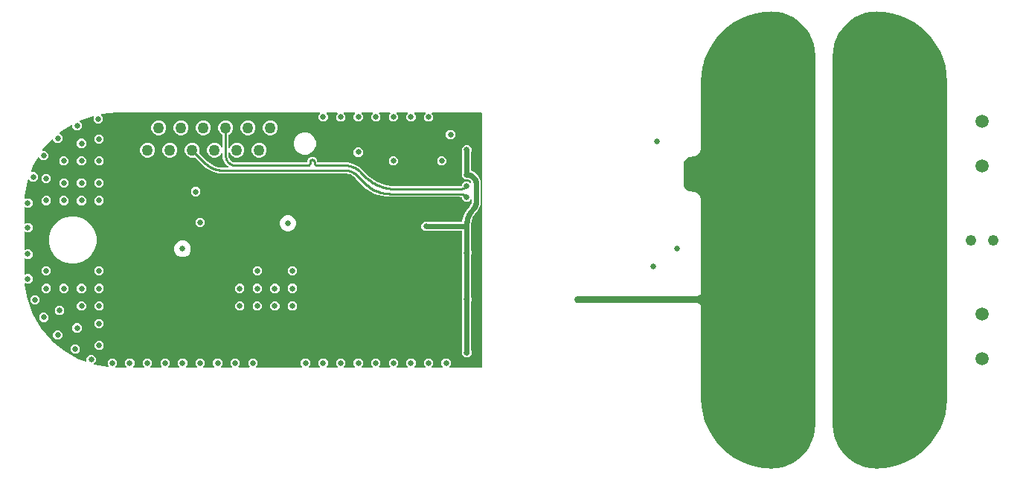
<source format=gbr>
G04 EAGLE Gerber RS-274X export*
G75*
%MOMM*%
%FSLAX34Y34*%
%LPD*%
%INCopper Layer 2*%
%IPPOS*%
%AMOC8*
5,1,8,0,0,1.08239X$1,22.5*%
G01*
%ADD10C,3.000000*%
%ADD11C,1.219200*%
%ADD12C,1.275000*%
%ADD13C,1.500000*%
%ADD14C,0.650000*%
%ADD15C,0.609600*%
%ADD16C,0.254000*%

G36*
X-164193Y-144988D02*
X-164193Y-144988D01*
X-164122Y-144986D01*
X-164073Y-144968D01*
X-164021Y-144960D01*
X-163958Y-144926D01*
X-163891Y-144901D01*
X-163850Y-144869D01*
X-163804Y-144844D01*
X-163755Y-144792D01*
X-163699Y-144748D01*
X-163671Y-144704D01*
X-163635Y-144666D01*
X-163605Y-144601D01*
X-163566Y-144541D01*
X-163553Y-144490D01*
X-163531Y-144443D01*
X-163523Y-144372D01*
X-163506Y-144302D01*
X-163510Y-144250D01*
X-163504Y-144199D01*
X-163519Y-144128D01*
X-163525Y-144057D01*
X-163545Y-144009D01*
X-163556Y-143958D01*
X-163593Y-143897D01*
X-163621Y-143831D01*
X-163666Y-143775D01*
X-163682Y-143747D01*
X-163700Y-143732D01*
X-163726Y-143700D01*
X-165251Y-142175D01*
X-165251Y-137825D01*
X-162175Y-134749D01*
X-157825Y-134749D01*
X-154749Y-137825D01*
X-154749Y-142175D01*
X-156274Y-143700D01*
X-156316Y-143758D01*
X-156365Y-143810D01*
X-156387Y-143857D01*
X-156418Y-143899D01*
X-156439Y-143968D01*
X-156469Y-144033D01*
X-156475Y-144085D01*
X-156490Y-144135D01*
X-156488Y-144206D01*
X-156496Y-144277D01*
X-156485Y-144328D01*
X-156484Y-144380D01*
X-156459Y-144448D01*
X-156444Y-144518D01*
X-156417Y-144563D01*
X-156399Y-144611D01*
X-156354Y-144667D01*
X-156318Y-144729D01*
X-156278Y-144763D01*
X-156245Y-144803D01*
X-156185Y-144842D01*
X-156131Y-144889D01*
X-156082Y-144908D01*
X-156039Y-144936D01*
X-155969Y-144954D01*
X-155903Y-144981D01*
X-155831Y-144989D01*
X-155800Y-144997D01*
X-155777Y-144995D01*
X-155736Y-144999D01*
X-144264Y-144999D01*
X-144193Y-144988D01*
X-144122Y-144986D01*
X-144073Y-144968D01*
X-144021Y-144960D01*
X-143958Y-144926D01*
X-143891Y-144901D01*
X-143850Y-144869D01*
X-143804Y-144844D01*
X-143755Y-144792D01*
X-143699Y-144748D01*
X-143671Y-144704D01*
X-143635Y-144666D01*
X-143605Y-144601D01*
X-143566Y-144541D01*
X-143553Y-144490D01*
X-143531Y-144443D01*
X-143523Y-144372D01*
X-143506Y-144302D01*
X-143510Y-144250D01*
X-143504Y-144199D01*
X-143519Y-144128D01*
X-143525Y-144057D01*
X-143545Y-144009D01*
X-143556Y-143958D01*
X-143593Y-143897D01*
X-143621Y-143831D01*
X-143666Y-143775D01*
X-143682Y-143747D01*
X-143700Y-143732D01*
X-143726Y-143700D01*
X-145251Y-142175D01*
X-145251Y-137825D01*
X-142175Y-134749D01*
X-137825Y-134749D01*
X-134749Y-137825D01*
X-134749Y-142175D01*
X-136274Y-143700D01*
X-136316Y-143758D01*
X-136365Y-143810D01*
X-136387Y-143857D01*
X-136418Y-143899D01*
X-136439Y-143968D01*
X-136469Y-144033D01*
X-136475Y-144085D01*
X-136490Y-144135D01*
X-136488Y-144206D01*
X-136496Y-144277D01*
X-136485Y-144328D01*
X-136484Y-144380D01*
X-136459Y-144448D01*
X-136444Y-144518D01*
X-136417Y-144563D01*
X-136399Y-144611D01*
X-136354Y-144667D01*
X-136318Y-144729D01*
X-136278Y-144763D01*
X-136245Y-144803D01*
X-136185Y-144842D01*
X-136131Y-144889D01*
X-136082Y-144908D01*
X-136039Y-144936D01*
X-135969Y-144954D01*
X-135903Y-144981D01*
X-135831Y-144989D01*
X-135800Y-144997D01*
X-135777Y-144995D01*
X-135736Y-144999D01*
X-124264Y-144999D01*
X-124193Y-144988D01*
X-124122Y-144986D01*
X-124073Y-144968D01*
X-124021Y-144960D01*
X-123958Y-144926D01*
X-123891Y-144901D01*
X-123850Y-144869D01*
X-123804Y-144844D01*
X-123755Y-144792D01*
X-123699Y-144748D01*
X-123671Y-144704D01*
X-123635Y-144666D01*
X-123605Y-144601D01*
X-123566Y-144541D01*
X-123553Y-144490D01*
X-123531Y-144443D01*
X-123523Y-144372D01*
X-123506Y-144302D01*
X-123510Y-144250D01*
X-123504Y-144199D01*
X-123519Y-144128D01*
X-123525Y-144057D01*
X-123545Y-144009D01*
X-123556Y-143958D01*
X-123593Y-143897D01*
X-123621Y-143831D01*
X-123666Y-143775D01*
X-123682Y-143747D01*
X-123700Y-143732D01*
X-123726Y-143700D01*
X-125251Y-142175D01*
X-125251Y-137825D01*
X-122175Y-134749D01*
X-117825Y-134749D01*
X-114749Y-137825D01*
X-114749Y-142175D01*
X-116274Y-143700D01*
X-116316Y-143758D01*
X-116365Y-143810D01*
X-116387Y-143857D01*
X-116418Y-143899D01*
X-116439Y-143968D01*
X-116469Y-144033D01*
X-116475Y-144085D01*
X-116490Y-144135D01*
X-116488Y-144206D01*
X-116496Y-144277D01*
X-116485Y-144328D01*
X-116484Y-144380D01*
X-116459Y-144448D01*
X-116444Y-144518D01*
X-116417Y-144563D01*
X-116399Y-144611D01*
X-116354Y-144667D01*
X-116318Y-144729D01*
X-116278Y-144763D01*
X-116245Y-144803D01*
X-116185Y-144842D01*
X-116131Y-144889D01*
X-116082Y-144908D01*
X-116039Y-144936D01*
X-115969Y-144954D01*
X-115903Y-144981D01*
X-115831Y-144989D01*
X-115800Y-144997D01*
X-115777Y-144995D01*
X-115736Y-144999D01*
X-104264Y-144999D01*
X-104193Y-144988D01*
X-104122Y-144986D01*
X-104073Y-144968D01*
X-104021Y-144960D01*
X-103958Y-144926D01*
X-103891Y-144901D01*
X-103850Y-144869D01*
X-103804Y-144844D01*
X-103755Y-144792D01*
X-103699Y-144748D01*
X-103671Y-144704D01*
X-103635Y-144666D01*
X-103605Y-144601D01*
X-103566Y-144541D01*
X-103553Y-144490D01*
X-103531Y-144443D01*
X-103523Y-144372D01*
X-103506Y-144302D01*
X-103510Y-144250D01*
X-103504Y-144199D01*
X-103519Y-144128D01*
X-103525Y-144057D01*
X-103545Y-144009D01*
X-103556Y-143958D01*
X-103593Y-143897D01*
X-103621Y-143831D01*
X-103666Y-143775D01*
X-103682Y-143747D01*
X-103700Y-143732D01*
X-103726Y-143700D01*
X-105251Y-142175D01*
X-105251Y-137825D01*
X-102175Y-134749D01*
X-97825Y-134749D01*
X-94749Y-137825D01*
X-94749Y-142175D01*
X-96274Y-143700D01*
X-96316Y-143758D01*
X-96365Y-143810D01*
X-96387Y-143857D01*
X-96418Y-143899D01*
X-96439Y-143968D01*
X-96469Y-144033D01*
X-96475Y-144085D01*
X-96490Y-144135D01*
X-96488Y-144206D01*
X-96496Y-144277D01*
X-96485Y-144328D01*
X-96484Y-144380D01*
X-96459Y-144448D01*
X-96444Y-144518D01*
X-96417Y-144563D01*
X-96399Y-144611D01*
X-96354Y-144667D01*
X-96318Y-144729D01*
X-96278Y-144763D01*
X-96245Y-144803D01*
X-96185Y-144842D01*
X-96131Y-144889D01*
X-96082Y-144908D01*
X-96039Y-144936D01*
X-95969Y-144954D01*
X-95903Y-144981D01*
X-95831Y-144989D01*
X-95800Y-144997D01*
X-95777Y-144995D01*
X-95736Y-144999D01*
X-84264Y-144999D01*
X-84193Y-144988D01*
X-84122Y-144986D01*
X-84073Y-144968D01*
X-84021Y-144960D01*
X-83958Y-144926D01*
X-83891Y-144901D01*
X-83850Y-144869D01*
X-83804Y-144844D01*
X-83755Y-144792D01*
X-83699Y-144748D01*
X-83671Y-144704D01*
X-83635Y-144666D01*
X-83605Y-144601D01*
X-83566Y-144541D01*
X-83553Y-144490D01*
X-83531Y-144443D01*
X-83523Y-144372D01*
X-83506Y-144302D01*
X-83510Y-144250D01*
X-83504Y-144199D01*
X-83519Y-144128D01*
X-83525Y-144057D01*
X-83545Y-144009D01*
X-83556Y-143958D01*
X-83593Y-143897D01*
X-83621Y-143831D01*
X-83666Y-143775D01*
X-83682Y-143747D01*
X-83700Y-143732D01*
X-83726Y-143700D01*
X-85251Y-142175D01*
X-85251Y-137825D01*
X-82175Y-134749D01*
X-77825Y-134749D01*
X-74749Y-137825D01*
X-74749Y-142175D01*
X-76274Y-143700D01*
X-76316Y-143758D01*
X-76365Y-143810D01*
X-76387Y-143857D01*
X-76418Y-143899D01*
X-76439Y-143968D01*
X-76469Y-144033D01*
X-76475Y-144085D01*
X-76490Y-144135D01*
X-76488Y-144206D01*
X-76496Y-144277D01*
X-76485Y-144328D01*
X-76484Y-144380D01*
X-76459Y-144448D01*
X-76444Y-144518D01*
X-76417Y-144563D01*
X-76399Y-144611D01*
X-76354Y-144667D01*
X-76318Y-144729D01*
X-76278Y-144763D01*
X-76245Y-144803D01*
X-76185Y-144842D01*
X-76131Y-144889D01*
X-76082Y-144908D01*
X-76039Y-144936D01*
X-75969Y-144954D01*
X-75903Y-144981D01*
X-75831Y-144989D01*
X-75800Y-144997D01*
X-75777Y-144995D01*
X-75736Y-144999D01*
X-64264Y-144999D01*
X-64193Y-144988D01*
X-64122Y-144986D01*
X-64073Y-144968D01*
X-64021Y-144960D01*
X-63958Y-144926D01*
X-63891Y-144901D01*
X-63850Y-144869D01*
X-63804Y-144844D01*
X-63755Y-144792D01*
X-63699Y-144748D01*
X-63671Y-144704D01*
X-63635Y-144666D01*
X-63605Y-144601D01*
X-63566Y-144541D01*
X-63553Y-144490D01*
X-63531Y-144443D01*
X-63523Y-144372D01*
X-63506Y-144302D01*
X-63510Y-144250D01*
X-63504Y-144199D01*
X-63519Y-144128D01*
X-63525Y-144057D01*
X-63545Y-144009D01*
X-63556Y-143958D01*
X-63593Y-143897D01*
X-63621Y-143831D01*
X-63666Y-143775D01*
X-63682Y-143747D01*
X-63700Y-143732D01*
X-63726Y-143700D01*
X-65251Y-142175D01*
X-65251Y-137825D01*
X-62175Y-134749D01*
X-57825Y-134749D01*
X-54749Y-137825D01*
X-54749Y-142175D01*
X-56274Y-143700D01*
X-56316Y-143758D01*
X-56365Y-143810D01*
X-56387Y-143857D01*
X-56418Y-143899D01*
X-56439Y-143968D01*
X-56469Y-144033D01*
X-56475Y-144085D01*
X-56490Y-144135D01*
X-56488Y-144206D01*
X-56496Y-144277D01*
X-56485Y-144328D01*
X-56484Y-144380D01*
X-56459Y-144448D01*
X-56444Y-144518D01*
X-56417Y-144563D01*
X-56399Y-144611D01*
X-56354Y-144667D01*
X-56318Y-144729D01*
X-56278Y-144763D01*
X-56245Y-144803D01*
X-56185Y-144842D01*
X-56131Y-144889D01*
X-56082Y-144908D01*
X-56039Y-144936D01*
X-55969Y-144954D01*
X-55903Y-144981D01*
X-55831Y-144989D01*
X-55800Y-144997D01*
X-55777Y-144995D01*
X-55736Y-144999D01*
X-44264Y-144999D01*
X-44193Y-144988D01*
X-44122Y-144986D01*
X-44073Y-144968D01*
X-44021Y-144960D01*
X-43958Y-144926D01*
X-43891Y-144901D01*
X-43850Y-144869D01*
X-43804Y-144844D01*
X-43755Y-144792D01*
X-43699Y-144748D01*
X-43671Y-144704D01*
X-43635Y-144666D01*
X-43605Y-144601D01*
X-43566Y-144541D01*
X-43553Y-144490D01*
X-43531Y-144443D01*
X-43523Y-144372D01*
X-43506Y-144302D01*
X-43510Y-144250D01*
X-43504Y-144199D01*
X-43519Y-144128D01*
X-43525Y-144057D01*
X-43545Y-144009D01*
X-43556Y-143958D01*
X-43593Y-143897D01*
X-43621Y-143831D01*
X-43666Y-143775D01*
X-43682Y-143747D01*
X-43700Y-143732D01*
X-43726Y-143700D01*
X-45251Y-142175D01*
X-45251Y-137825D01*
X-42175Y-134749D01*
X-37825Y-134749D01*
X-34749Y-137825D01*
X-34749Y-142175D01*
X-36274Y-143700D01*
X-36316Y-143758D01*
X-36365Y-143810D01*
X-36387Y-143857D01*
X-36418Y-143899D01*
X-36439Y-143968D01*
X-36469Y-144033D01*
X-36475Y-144085D01*
X-36490Y-144135D01*
X-36488Y-144206D01*
X-36496Y-144277D01*
X-36485Y-144328D01*
X-36484Y-144380D01*
X-36459Y-144448D01*
X-36444Y-144518D01*
X-36417Y-144563D01*
X-36399Y-144611D01*
X-36354Y-144667D01*
X-36318Y-144729D01*
X-36278Y-144763D01*
X-36245Y-144803D01*
X-36185Y-144842D01*
X-36131Y-144889D01*
X-36082Y-144908D01*
X-36039Y-144936D01*
X-35969Y-144954D01*
X-35903Y-144981D01*
X-35831Y-144989D01*
X-35800Y-144997D01*
X-35777Y-144995D01*
X-35736Y-144999D01*
X-24264Y-144999D01*
X-24193Y-144988D01*
X-24122Y-144986D01*
X-24073Y-144968D01*
X-24021Y-144960D01*
X-23958Y-144926D01*
X-23891Y-144901D01*
X-23850Y-144869D01*
X-23804Y-144844D01*
X-23755Y-144792D01*
X-23699Y-144748D01*
X-23671Y-144704D01*
X-23635Y-144666D01*
X-23605Y-144601D01*
X-23566Y-144541D01*
X-23553Y-144490D01*
X-23531Y-144443D01*
X-23523Y-144372D01*
X-23506Y-144302D01*
X-23510Y-144250D01*
X-23504Y-144199D01*
X-23519Y-144128D01*
X-23525Y-144057D01*
X-23545Y-144009D01*
X-23556Y-143958D01*
X-23593Y-143897D01*
X-23621Y-143831D01*
X-23666Y-143775D01*
X-23682Y-143747D01*
X-23700Y-143732D01*
X-23726Y-143700D01*
X-25251Y-142175D01*
X-25251Y-137825D01*
X-22175Y-134749D01*
X-17825Y-134749D01*
X-14749Y-137825D01*
X-14749Y-142175D01*
X-16274Y-143700D01*
X-16316Y-143758D01*
X-16365Y-143810D01*
X-16387Y-143857D01*
X-16418Y-143899D01*
X-16439Y-143968D01*
X-16469Y-144033D01*
X-16475Y-144085D01*
X-16490Y-144135D01*
X-16488Y-144206D01*
X-16496Y-144277D01*
X-16485Y-144328D01*
X-16484Y-144380D01*
X-16459Y-144448D01*
X-16444Y-144518D01*
X-16417Y-144563D01*
X-16399Y-144611D01*
X-16354Y-144667D01*
X-16318Y-144729D01*
X-16278Y-144763D01*
X-16245Y-144803D01*
X-16185Y-144842D01*
X-16131Y-144889D01*
X-16082Y-144908D01*
X-16039Y-144936D01*
X-15969Y-144954D01*
X-15903Y-144981D01*
X-15831Y-144989D01*
X-15800Y-144997D01*
X-15777Y-144995D01*
X-15736Y-144999D01*
X35736Y-144999D01*
X35807Y-144988D01*
X35878Y-144986D01*
X35927Y-144968D01*
X35979Y-144960D01*
X36042Y-144926D01*
X36109Y-144901D01*
X36150Y-144869D01*
X36196Y-144844D01*
X36245Y-144792D01*
X36301Y-144748D01*
X36329Y-144704D01*
X36365Y-144666D01*
X36395Y-144601D01*
X36434Y-144541D01*
X36447Y-144490D01*
X36469Y-144443D01*
X36477Y-144372D01*
X36494Y-144302D01*
X36490Y-144250D01*
X36496Y-144199D01*
X36481Y-144128D01*
X36475Y-144057D01*
X36455Y-144009D01*
X36444Y-143958D01*
X36407Y-143897D01*
X36379Y-143831D01*
X36334Y-143775D01*
X36318Y-143747D01*
X36300Y-143732D01*
X36274Y-143700D01*
X34749Y-142175D01*
X34749Y-137825D01*
X37825Y-134749D01*
X42175Y-134749D01*
X45251Y-137825D01*
X45251Y-142175D01*
X43726Y-143700D01*
X43684Y-143758D01*
X43635Y-143810D01*
X43613Y-143857D01*
X43582Y-143899D01*
X43561Y-143968D01*
X43531Y-144033D01*
X43525Y-144085D01*
X43510Y-144135D01*
X43512Y-144206D01*
X43504Y-144277D01*
X43515Y-144328D01*
X43516Y-144380D01*
X43541Y-144448D01*
X43556Y-144518D01*
X43583Y-144563D01*
X43601Y-144611D01*
X43646Y-144667D01*
X43682Y-144729D01*
X43722Y-144763D01*
X43755Y-144803D01*
X43815Y-144842D01*
X43869Y-144889D01*
X43918Y-144908D01*
X43961Y-144936D01*
X44031Y-144954D01*
X44097Y-144981D01*
X44169Y-144989D01*
X44200Y-144997D01*
X44223Y-144995D01*
X44264Y-144999D01*
X55736Y-144999D01*
X55807Y-144988D01*
X55878Y-144986D01*
X55927Y-144968D01*
X55979Y-144960D01*
X56042Y-144926D01*
X56109Y-144901D01*
X56150Y-144869D01*
X56196Y-144844D01*
X56245Y-144792D01*
X56301Y-144748D01*
X56329Y-144704D01*
X56365Y-144666D01*
X56395Y-144601D01*
X56434Y-144541D01*
X56447Y-144490D01*
X56469Y-144443D01*
X56477Y-144372D01*
X56494Y-144302D01*
X56490Y-144250D01*
X56496Y-144199D01*
X56481Y-144128D01*
X56475Y-144057D01*
X56455Y-144009D01*
X56444Y-143958D01*
X56407Y-143897D01*
X56379Y-143831D01*
X56334Y-143775D01*
X56318Y-143747D01*
X56300Y-143732D01*
X56274Y-143700D01*
X54749Y-142175D01*
X54749Y-137825D01*
X57825Y-134749D01*
X62175Y-134749D01*
X65251Y-137825D01*
X65251Y-142175D01*
X63726Y-143700D01*
X63684Y-143758D01*
X63635Y-143810D01*
X63613Y-143857D01*
X63582Y-143899D01*
X63561Y-143968D01*
X63531Y-144033D01*
X63525Y-144085D01*
X63510Y-144135D01*
X63512Y-144206D01*
X63504Y-144277D01*
X63515Y-144328D01*
X63516Y-144380D01*
X63541Y-144448D01*
X63556Y-144518D01*
X63583Y-144563D01*
X63601Y-144611D01*
X63646Y-144667D01*
X63682Y-144729D01*
X63722Y-144763D01*
X63755Y-144803D01*
X63815Y-144842D01*
X63869Y-144889D01*
X63918Y-144908D01*
X63961Y-144936D01*
X64031Y-144954D01*
X64097Y-144981D01*
X64169Y-144989D01*
X64200Y-144997D01*
X64223Y-144995D01*
X64264Y-144999D01*
X75736Y-144999D01*
X75807Y-144988D01*
X75878Y-144986D01*
X75927Y-144968D01*
X75979Y-144960D01*
X76042Y-144926D01*
X76109Y-144901D01*
X76150Y-144869D01*
X76196Y-144844D01*
X76245Y-144792D01*
X76301Y-144748D01*
X76329Y-144704D01*
X76365Y-144666D01*
X76395Y-144601D01*
X76434Y-144541D01*
X76447Y-144490D01*
X76469Y-144443D01*
X76477Y-144372D01*
X76494Y-144302D01*
X76490Y-144250D01*
X76496Y-144199D01*
X76481Y-144128D01*
X76475Y-144057D01*
X76455Y-144009D01*
X76444Y-143958D01*
X76407Y-143897D01*
X76379Y-143831D01*
X76334Y-143775D01*
X76318Y-143747D01*
X76300Y-143732D01*
X76274Y-143700D01*
X74749Y-142175D01*
X74749Y-137825D01*
X77825Y-134749D01*
X82175Y-134749D01*
X85251Y-137825D01*
X85251Y-142175D01*
X83726Y-143700D01*
X83684Y-143758D01*
X83635Y-143810D01*
X83613Y-143857D01*
X83582Y-143899D01*
X83561Y-143968D01*
X83531Y-144033D01*
X83525Y-144085D01*
X83510Y-144135D01*
X83512Y-144206D01*
X83504Y-144277D01*
X83515Y-144328D01*
X83516Y-144380D01*
X83541Y-144448D01*
X83556Y-144518D01*
X83583Y-144563D01*
X83601Y-144611D01*
X83646Y-144667D01*
X83682Y-144729D01*
X83722Y-144763D01*
X83755Y-144803D01*
X83815Y-144842D01*
X83869Y-144889D01*
X83918Y-144908D01*
X83961Y-144936D01*
X84031Y-144954D01*
X84097Y-144981D01*
X84169Y-144989D01*
X84200Y-144997D01*
X84223Y-144995D01*
X84264Y-144999D01*
X95736Y-144999D01*
X95807Y-144988D01*
X95878Y-144986D01*
X95927Y-144968D01*
X95979Y-144960D01*
X96042Y-144926D01*
X96109Y-144901D01*
X96150Y-144869D01*
X96196Y-144844D01*
X96245Y-144792D01*
X96301Y-144748D01*
X96329Y-144704D01*
X96365Y-144666D01*
X96395Y-144601D01*
X96434Y-144541D01*
X96447Y-144490D01*
X96469Y-144443D01*
X96477Y-144372D01*
X96494Y-144302D01*
X96490Y-144250D01*
X96496Y-144199D01*
X96481Y-144128D01*
X96475Y-144057D01*
X96455Y-144009D01*
X96444Y-143958D01*
X96407Y-143897D01*
X96379Y-143831D01*
X96334Y-143775D01*
X96318Y-143747D01*
X96300Y-143732D01*
X96274Y-143700D01*
X94749Y-142175D01*
X94749Y-137825D01*
X97825Y-134749D01*
X102175Y-134749D01*
X105251Y-137825D01*
X105251Y-142175D01*
X103726Y-143700D01*
X103684Y-143758D01*
X103635Y-143810D01*
X103613Y-143857D01*
X103582Y-143899D01*
X103561Y-143968D01*
X103531Y-144033D01*
X103525Y-144085D01*
X103510Y-144135D01*
X103512Y-144206D01*
X103504Y-144277D01*
X103515Y-144328D01*
X103516Y-144380D01*
X103541Y-144448D01*
X103556Y-144518D01*
X103583Y-144563D01*
X103601Y-144611D01*
X103646Y-144667D01*
X103682Y-144729D01*
X103722Y-144763D01*
X103755Y-144803D01*
X103815Y-144842D01*
X103869Y-144889D01*
X103918Y-144908D01*
X103961Y-144936D01*
X104031Y-144954D01*
X104097Y-144981D01*
X104169Y-144989D01*
X104200Y-144997D01*
X104223Y-144995D01*
X104264Y-144999D01*
X115736Y-144999D01*
X115807Y-144988D01*
X115878Y-144986D01*
X115927Y-144968D01*
X115979Y-144960D01*
X116042Y-144926D01*
X116109Y-144901D01*
X116150Y-144869D01*
X116196Y-144844D01*
X116245Y-144792D01*
X116301Y-144748D01*
X116329Y-144704D01*
X116365Y-144666D01*
X116395Y-144601D01*
X116434Y-144541D01*
X116447Y-144490D01*
X116469Y-144443D01*
X116477Y-144372D01*
X116494Y-144302D01*
X116490Y-144250D01*
X116496Y-144199D01*
X116481Y-144128D01*
X116475Y-144057D01*
X116455Y-144009D01*
X116444Y-143958D01*
X116407Y-143897D01*
X116379Y-143831D01*
X116334Y-143775D01*
X116318Y-143747D01*
X116300Y-143732D01*
X116274Y-143700D01*
X114749Y-142175D01*
X114749Y-137825D01*
X117825Y-134749D01*
X122175Y-134749D01*
X125251Y-137825D01*
X125251Y-142175D01*
X123726Y-143700D01*
X123684Y-143758D01*
X123635Y-143810D01*
X123613Y-143857D01*
X123582Y-143899D01*
X123561Y-143968D01*
X123531Y-144033D01*
X123525Y-144085D01*
X123510Y-144135D01*
X123512Y-144206D01*
X123504Y-144277D01*
X123515Y-144328D01*
X123516Y-144380D01*
X123541Y-144448D01*
X123556Y-144518D01*
X123583Y-144563D01*
X123601Y-144611D01*
X123646Y-144667D01*
X123682Y-144729D01*
X123722Y-144763D01*
X123755Y-144803D01*
X123815Y-144842D01*
X123869Y-144889D01*
X123918Y-144908D01*
X123961Y-144936D01*
X124031Y-144954D01*
X124097Y-144981D01*
X124169Y-144989D01*
X124200Y-144997D01*
X124223Y-144995D01*
X124264Y-144999D01*
X135736Y-144999D01*
X135807Y-144988D01*
X135878Y-144986D01*
X135927Y-144968D01*
X135979Y-144960D01*
X136042Y-144926D01*
X136109Y-144901D01*
X136150Y-144869D01*
X136196Y-144844D01*
X136245Y-144792D01*
X136301Y-144748D01*
X136329Y-144704D01*
X136365Y-144666D01*
X136395Y-144601D01*
X136434Y-144541D01*
X136447Y-144490D01*
X136469Y-144443D01*
X136477Y-144372D01*
X136494Y-144302D01*
X136490Y-144250D01*
X136496Y-144199D01*
X136481Y-144128D01*
X136475Y-144057D01*
X136455Y-144009D01*
X136444Y-143958D01*
X136407Y-143897D01*
X136379Y-143831D01*
X136334Y-143775D01*
X136318Y-143747D01*
X136300Y-143732D01*
X136274Y-143700D01*
X134749Y-142175D01*
X134749Y-137825D01*
X137825Y-134749D01*
X142175Y-134749D01*
X145251Y-137825D01*
X145251Y-142175D01*
X143726Y-143700D01*
X143684Y-143758D01*
X143635Y-143810D01*
X143613Y-143857D01*
X143582Y-143899D01*
X143561Y-143968D01*
X143531Y-144033D01*
X143525Y-144085D01*
X143510Y-144135D01*
X143512Y-144206D01*
X143504Y-144277D01*
X143515Y-144328D01*
X143516Y-144380D01*
X143541Y-144448D01*
X143556Y-144518D01*
X143583Y-144563D01*
X143601Y-144611D01*
X143646Y-144667D01*
X143682Y-144729D01*
X143722Y-144763D01*
X143755Y-144803D01*
X143815Y-144842D01*
X143869Y-144889D01*
X143918Y-144908D01*
X143961Y-144936D01*
X144031Y-144954D01*
X144097Y-144981D01*
X144169Y-144989D01*
X144200Y-144997D01*
X144223Y-144995D01*
X144264Y-144999D01*
X155736Y-144999D01*
X155807Y-144988D01*
X155878Y-144986D01*
X155927Y-144968D01*
X155979Y-144960D01*
X156042Y-144926D01*
X156109Y-144901D01*
X156150Y-144869D01*
X156196Y-144844D01*
X156245Y-144792D01*
X156301Y-144748D01*
X156329Y-144704D01*
X156365Y-144666D01*
X156395Y-144601D01*
X156434Y-144541D01*
X156447Y-144490D01*
X156469Y-144443D01*
X156477Y-144372D01*
X156494Y-144302D01*
X156490Y-144250D01*
X156496Y-144199D01*
X156481Y-144128D01*
X156475Y-144057D01*
X156455Y-144009D01*
X156444Y-143958D01*
X156407Y-143897D01*
X156379Y-143831D01*
X156334Y-143775D01*
X156318Y-143747D01*
X156300Y-143732D01*
X156274Y-143700D01*
X154749Y-142175D01*
X154749Y-137825D01*
X157825Y-134749D01*
X162175Y-134749D01*
X165251Y-137825D01*
X165251Y-142175D01*
X163726Y-143700D01*
X163684Y-143758D01*
X163635Y-143810D01*
X163613Y-143857D01*
X163582Y-143899D01*
X163561Y-143968D01*
X163531Y-144033D01*
X163525Y-144085D01*
X163510Y-144135D01*
X163512Y-144206D01*
X163504Y-144277D01*
X163515Y-144328D01*
X163516Y-144380D01*
X163541Y-144448D01*
X163556Y-144518D01*
X163583Y-144563D01*
X163601Y-144611D01*
X163646Y-144667D01*
X163682Y-144729D01*
X163722Y-144763D01*
X163755Y-144803D01*
X163815Y-144842D01*
X163869Y-144889D01*
X163918Y-144908D01*
X163961Y-144936D01*
X164031Y-144954D01*
X164097Y-144981D01*
X164169Y-144989D01*
X164200Y-144997D01*
X164223Y-144995D01*
X164264Y-144999D01*
X175736Y-144999D01*
X175807Y-144988D01*
X175878Y-144986D01*
X175927Y-144968D01*
X175979Y-144960D01*
X176042Y-144926D01*
X176109Y-144901D01*
X176150Y-144869D01*
X176196Y-144844D01*
X176245Y-144792D01*
X176301Y-144748D01*
X176329Y-144704D01*
X176365Y-144666D01*
X176395Y-144601D01*
X176434Y-144541D01*
X176447Y-144490D01*
X176469Y-144443D01*
X176477Y-144372D01*
X176494Y-144302D01*
X176490Y-144250D01*
X176496Y-144199D01*
X176481Y-144128D01*
X176475Y-144057D01*
X176455Y-144009D01*
X176444Y-143958D01*
X176407Y-143897D01*
X176379Y-143831D01*
X176334Y-143775D01*
X176318Y-143747D01*
X176300Y-143732D01*
X176274Y-143700D01*
X174749Y-142175D01*
X174749Y-137825D01*
X177825Y-134749D01*
X182175Y-134749D01*
X185251Y-137825D01*
X185251Y-142175D01*
X183726Y-143700D01*
X183684Y-143758D01*
X183635Y-143810D01*
X183613Y-143857D01*
X183582Y-143899D01*
X183561Y-143968D01*
X183531Y-144033D01*
X183525Y-144085D01*
X183510Y-144135D01*
X183512Y-144206D01*
X183504Y-144277D01*
X183515Y-144328D01*
X183516Y-144380D01*
X183541Y-144448D01*
X183556Y-144518D01*
X183583Y-144563D01*
X183601Y-144611D01*
X183646Y-144667D01*
X183682Y-144729D01*
X183722Y-144763D01*
X183755Y-144803D01*
X183815Y-144842D01*
X183869Y-144889D01*
X183918Y-144908D01*
X183961Y-144936D01*
X184031Y-144954D01*
X184097Y-144981D01*
X184169Y-144989D01*
X184200Y-144997D01*
X184223Y-144995D01*
X184264Y-144999D01*
X195736Y-144999D01*
X195807Y-144988D01*
X195878Y-144986D01*
X195927Y-144968D01*
X195979Y-144960D01*
X196042Y-144926D01*
X196109Y-144901D01*
X196150Y-144869D01*
X196196Y-144844D01*
X196245Y-144792D01*
X196301Y-144748D01*
X196329Y-144704D01*
X196365Y-144666D01*
X196395Y-144601D01*
X196434Y-144541D01*
X196447Y-144490D01*
X196469Y-144443D01*
X196477Y-144372D01*
X196494Y-144302D01*
X196490Y-144250D01*
X196496Y-144199D01*
X196481Y-144128D01*
X196475Y-144057D01*
X196455Y-144009D01*
X196444Y-143958D01*
X196407Y-143897D01*
X196379Y-143831D01*
X196334Y-143775D01*
X196318Y-143747D01*
X196300Y-143732D01*
X196274Y-143700D01*
X194749Y-142175D01*
X194749Y-137825D01*
X197825Y-134749D01*
X202175Y-134749D01*
X205251Y-137825D01*
X205251Y-142175D01*
X203726Y-143700D01*
X203684Y-143758D01*
X203635Y-143810D01*
X203613Y-143857D01*
X203582Y-143899D01*
X203561Y-143968D01*
X203531Y-144033D01*
X203525Y-144085D01*
X203510Y-144135D01*
X203512Y-144206D01*
X203504Y-144277D01*
X203515Y-144328D01*
X203516Y-144380D01*
X203541Y-144448D01*
X203556Y-144518D01*
X203583Y-144563D01*
X203601Y-144611D01*
X203646Y-144667D01*
X203682Y-144729D01*
X203722Y-144763D01*
X203755Y-144803D01*
X203815Y-144842D01*
X203869Y-144889D01*
X203918Y-144908D01*
X203961Y-144936D01*
X204031Y-144954D01*
X204097Y-144981D01*
X204169Y-144989D01*
X204200Y-144997D01*
X204223Y-144995D01*
X204264Y-144999D01*
X240000Y-144999D01*
X240020Y-144996D01*
X240039Y-144998D01*
X240141Y-144976D01*
X240243Y-144960D01*
X240260Y-144950D01*
X240280Y-144946D01*
X240369Y-144893D01*
X240460Y-144844D01*
X240474Y-144830D01*
X240491Y-144820D01*
X240558Y-144741D01*
X240630Y-144666D01*
X240638Y-144648D01*
X240651Y-144633D01*
X240690Y-144537D01*
X240733Y-144443D01*
X240735Y-144423D01*
X240743Y-144405D01*
X240761Y-144238D01*
X240761Y144238D01*
X240758Y144258D01*
X240760Y144277D01*
X240738Y144379D01*
X240721Y144481D01*
X240712Y144498D01*
X240708Y144518D01*
X240655Y144607D01*
X240606Y144698D01*
X240592Y144712D01*
X240582Y144729D01*
X240503Y144796D01*
X240428Y144868D01*
X240410Y144876D01*
X240395Y144889D01*
X240299Y144928D01*
X240205Y144971D01*
X240185Y144973D01*
X240167Y144981D01*
X240000Y144999D01*
X184264Y144999D01*
X184193Y144988D01*
X184122Y144986D01*
X184073Y144968D01*
X184021Y144960D01*
X183958Y144926D01*
X183891Y144901D01*
X183850Y144869D01*
X183804Y144844D01*
X183755Y144792D01*
X183699Y144748D01*
X183671Y144704D01*
X183635Y144666D01*
X183605Y144601D01*
X183566Y144541D01*
X183553Y144490D01*
X183531Y144443D01*
X183523Y144372D01*
X183506Y144302D01*
X183510Y144250D01*
X183504Y144199D01*
X183519Y144128D01*
X183525Y144057D01*
X183545Y144009D01*
X183556Y143958D01*
X183593Y143897D01*
X183621Y143831D01*
X183666Y143775D01*
X183682Y143747D01*
X183700Y143732D01*
X183726Y143700D01*
X185251Y142175D01*
X185251Y137825D01*
X182175Y134749D01*
X177825Y134749D01*
X174749Y137825D01*
X174749Y142175D01*
X176274Y143700D01*
X176316Y143758D01*
X176365Y143810D01*
X176387Y143857D01*
X176418Y143899D01*
X176439Y143968D01*
X176469Y144033D01*
X176475Y144085D01*
X176490Y144135D01*
X176488Y144206D01*
X176496Y144277D01*
X176485Y144328D01*
X176484Y144380D01*
X176459Y144448D01*
X176444Y144518D01*
X176417Y144563D01*
X176399Y144611D01*
X176354Y144667D01*
X176318Y144729D01*
X176278Y144763D01*
X176245Y144803D01*
X176185Y144842D01*
X176131Y144889D01*
X176082Y144908D01*
X176039Y144936D01*
X175969Y144954D01*
X175903Y144981D01*
X175831Y144989D01*
X175800Y144997D01*
X175777Y144995D01*
X175736Y144999D01*
X164264Y144999D01*
X164193Y144988D01*
X164122Y144986D01*
X164073Y144968D01*
X164021Y144960D01*
X163958Y144926D01*
X163891Y144901D01*
X163850Y144869D01*
X163804Y144844D01*
X163755Y144792D01*
X163699Y144748D01*
X163671Y144704D01*
X163635Y144666D01*
X163605Y144601D01*
X163566Y144541D01*
X163553Y144490D01*
X163531Y144443D01*
X163523Y144372D01*
X163506Y144302D01*
X163510Y144250D01*
X163504Y144199D01*
X163519Y144128D01*
X163525Y144057D01*
X163545Y144009D01*
X163556Y143958D01*
X163593Y143897D01*
X163621Y143831D01*
X163666Y143775D01*
X163682Y143747D01*
X163700Y143732D01*
X163726Y143700D01*
X165251Y142175D01*
X165251Y137825D01*
X162175Y134749D01*
X157825Y134749D01*
X154749Y137825D01*
X154749Y142175D01*
X156274Y143700D01*
X156316Y143758D01*
X156365Y143810D01*
X156387Y143857D01*
X156418Y143899D01*
X156439Y143968D01*
X156469Y144033D01*
X156475Y144085D01*
X156490Y144135D01*
X156488Y144206D01*
X156496Y144277D01*
X156485Y144328D01*
X156484Y144380D01*
X156459Y144448D01*
X156444Y144518D01*
X156417Y144563D01*
X156399Y144611D01*
X156354Y144667D01*
X156318Y144729D01*
X156278Y144763D01*
X156245Y144803D01*
X156185Y144842D01*
X156131Y144889D01*
X156082Y144908D01*
X156039Y144936D01*
X155969Y144954D01*
X155903Y144981D01*
X155831Y144989D01*
X155800Y144997D01*
X155777Y144995D01*
X155736Y144999D01*
X144264Y144999D01*
X144193Y144988D01*
X144122Y144986D01*
X144073Y144968D01*
X144021Y144960D01*
X143958Y144926D01*
X143891Y144901D01*
X143850Y144869D01*
X143804Y144844D01*
X143755Y144792D01*
X143699Y144748D01*
X143671Y144704D01*
X143635Y144666D01*
X143605Y144601D01*
X143566Y144541D01*
X143553Y144490D01*
X143531Y144443D01*
X143523Y144372D01*
X143506Y144302D01*
X143510Y144250D01*
X143504Y144199D01*
X143519Y144128D01*
X143525Y144057D01*
X143545Y144009D01*
X143556Y143958D01*
X143593Y143897D01*
X143621Y143831D01*
X143666Y143775D01*
X143682Y143747D01*
X143700Y143732D01*
X143726Y143700D01*
X145251Y142175D01*
X145251Y137825D01*
X142175Y134749D01*
X137825Y134749D01*
X134749Y137825D01*
X134749Y142175D01*
X136274Y143700D01*
X136316Y143758D01*
X136365Y143810D01*
X136387Y143857D01*
X136418Y143899D01*
X136439Y143968D01*
X136469Y144033D01*
X136475Y144085D01*
X136490Y144135D01*
X136488Y144206D01*
X136496Y144277D01*
X136485Y144328D01*
X136484Y144380D01*
X136459Y144448D01*
X136444Y144518D01*
X136417Y144563D01*
X136399Y144611D01*
X136354Y144667D01*
X136318Y144729D01*
X136278Y144763D01*
X136245Y144803D01*
X136185Y144842D01*
X136131Y144889D01*
X136082Y144908D01*
X136039Y144936D01*
X135969Y144954D01*
X135903Y144981D01*
X135831Y144989D01*
X135800Y144997D01*
X135777Y144995D01*
X135736Y144999D01*
X124264Y144999D01*
X124193Y144988D01*
X124122Y144986D01*
X124073Y144968D01*
X124021Y144960D01*
X123958Y144926D01*
X123891Y144901D01*
X123850Y144869D01*
X123804Y144844D01*
X123755Y144792D01*
X123699Y144748D01*
X123671Y144704D01*
X123635Y144666D01*
X123605Y144601D01*
X123566Y144541D01*
X123553Y144490D01*
X123531Y144443D01*
X123523Y144372D01*
X123506Y144302D01*
X123510Y144250D01*
X123504Y144199D01*
X123519Y144128D01*
X123525Y144057D01*
X123545Y144009D01*
X123556Y143958D01*
X123593Y143897D01*
X123621Y143831D01*
X123666Y143775D01*
X123682Y143747D01*
X123700Y143732D01*
X123726Y143700D01*
X125251Y142175D01*
X125251Y137825D01*
X122175Y134749D01*
X117825Y134749D01*
X114749Y137825D01*
X114749Y142175D01*
X116274Y143700D01*
X116316Y143758D01*
X116365Y143810D01*
X116387Y143857D01*
X116418Y143899D01*
X116439Y143968D01*
X116469Y144033D01*
X116475Y144085D01*
X116490Y144135D01*
X116488Y144206D01*
X116496Y144277D01*
X116485Y144328D01*
X116484Y144380D01*
X116459Y144448D01*
X116444Y144518D01*
X116417Y144563D01*
X116399Y144611D01*
X116354Y144667D01*
X116318Y144729D01*
X116278Y144763D01*
X116245Y144803D01*
X116185Y144842D01*
X116131Y144889D01*
X116082Y144908D01*
X116039Y144936D01*
X115969Y144954D01*
X115903Y144981D01*
X115831Y144989D01*
X115800Y144997D01*
X115777Y144995D01*
X115736Y144999D01*
X104264Y144999D01*
X104193Y144988D01*
X104122Y144986D01*
X104073Y144968D01*
X104021Y144960D01*
X103958Y144926D01*
X103891Y144901D01*
X103850Y144869D01*
X103804Y144844D01*
X103755Y144792D01*
X103699Y144748D01*
X103671Y144704D01*
X103635Y144666D01*
X103605Y144601D01*
X103566Y144541D01*
X103553Y144490D01*
X103531Y144443D01*
X103523Y144372D01*
X103506Y144302D01*
X103510Y144250D01*
X103504Y144199D01*
X103519Y144128D01*
X103525Y144057D01*
X103545Y144009D01*
X103556Y143958D01*
X103593Y143897D01*
X103621Y143831D01*
X103666Y143775D01*
X103682Y143747D01*
X103700Y143732D01*
X103726Y143700D01*
X105251Y142175D01*
X105251Y137825D01*
X102175Y134749D01*
X97825Y134749D01*
X94749Y137825D01*
X94749Y142175D01*
X96274Y143700D01*
X96316Y143758D01*
X96365Y143810D01*
X96387Y143857D01*
X96418Y143899D01*
X96439Y143968D01*
X96469Y144033D01*
X96475Y144085D01*
X96490Y144135D01*
X96488Y144206D01*
X96496Y144277D01*
X96485Y144328D01*
X96484Y144380D01*
X96459Y144448D01*
X96444Y144518D01*
X96417Y144563D01*
X96399Y144611D01*
X96354Y144667D01*
X96318Y144729D01*
X96278Y144763D01*
X96245Y144803D01*
X96185Y144842D01*
X96131Y144889D01*
X96082Y144908D01*
X96039Y144936D01*
X95969Y144954D01*
X95903Y144981D01*
X95831Y144989D01*
X95800Y144997D01*
X95777Y144995D01*
X95736Y144999D01*
X84264Y144999D01*
X84193Y144988D01*
X84122Y144986D01*
X84073Y144968D01*
X84021Y144960D01*
X83958Y144926D01*
X83891Y144901D01*
X83850Y144869D01*
X83804Y144844D01*
X83755Y144792D01*
X83699Y144748D01*
X83671Y144704D01*
X83635Y144666D01*
X83605Y144601D01*
X83566Y144541D01*
X83553Y144490D01*
X83531Y144443D01*
X83523Y144372D01*
X83506Y144302D01*
X83510Y144250D01*
X83504Y144199D01*
X83519Y144128D01*
X83525Y144057D01*
X83545Y144009D01*
X83556Y143958D01*
X83593Y143897D01*
X83621Y143831D01*
X83666Y143775D01*
X83682Y143747D01*
X83700Y143732D01*
X83726Y143700D01*
X85251Y142175D01*
X85251Y137825D01*
X82175Y134749D01*
X77825Y134749D01*
X74749Y137825D01*
X74749Y142175D01*
X76274Y143700D01*
X76316Y143758D01*
X76365Y143810D01*
X76387Y143857D01*
X76418Y143899D01*
X76439Y143968D01*
X76469Y144033D01*
X76475Y144085D01*
X76490Y144135D01*
X76488Y144206D01*
X76496Y144277D01*
X76485Y144328D01*
X76484Y144380D01*
X76459Y144448D01*
X76444Y144518D01*
X76417Y144563D01*
X76399Y144611D01*
X76354Y144667D01*
X76318Y144729D01*
X76278Y144763D01*
X76245Y144803D01*
X76185Y144842D01*
X76131Y144889D01*
X76082Y144908D01*
X76039Y144936D01*
X75969Y144954D01*
X75903Y144981D01*
X75831Y144989D01*
X75800Y144997D01*
X75777Y144995D01*
X75736Y144999D01*
X64264Y144999D01*
X64193Y144988D01*
X64122Y144986D01*
X64073Y144968D01*
X64021Y144960D01*
X63958Y144926D01*
X63891Y144901D01*
X63850Y144869D01*
X63804Y144844D01*
X63755Y144792D01*
X63699Y144748D01*
X63671Y144704D01*
X63635Y144666D01*
X63605Y144601D01*
X63566Y144541D01*
X63553Y144490D01*
X63531Y144443D01*
X63523Y144372D01*
X63506Y144302D01*
X63510Y144250D01*
X63504Y144199D01*
X63519Y144128D01*
X63525Y144057D01*
X63545Y144009D01*
X63556Y143958D01*
X63593Y143897D01*
X63621Y143831D01*
X63666Y143775D01*
X63682Y143747D01*
X63700Y143732D01*
X63726Y143700D01*
X65251Y142175D01*
X65251Y137825D01*
X62175Y134749D01*
X57825Y134749D01*
X54749Y137825D01*
X54749Y142175D01*
X56274Y143700D01*
X56316Y143758D01*
X56365Y143810D01*
X56387Y143857D01*
X56418Y143899D01*
X56439Y143968D01*
X56469Y144033D01*
X56475Y144085D01*
X56490Y144135D01*
X56488Y144206D01*
X56496Y144277D01*
X56485Y144328D01*
X56484Y144380D01*
X56459Y144448D01*
X56444Y144518D01*
X56417Y144563D01*
X56399Y144611D01*
X56354Y144667D01*
X56318Y144729D01*
X56278Y144763D01*
X56245Y144803D01*
X56185Y144842D01*
X56131Y144889D01*
X56082Y144908D01*
X56039Y144936D01*
X55969Y144954D01*
X55903Y144981D01*
X55831Y144989D01*
X55800Y144997D01*
X55777Y144995D01*
X55736Y144999D01*
X-175000Y144999D01*
X-175013Y144997D01*
X-175033Y144999D01*
X-184118Y144602D01*
X-184149Y144595D01*
X-184217Y144591D01*
X-192084Y143204D01*
X-192089Y143202D01*
X-192094Y143202D01*
X-192205Y143162D01*
X-192316Y143123D01*
X-192321Y143119D01*
X-192325Y143118D01*
X-192417Y143044D01*
X-192510Y142972D01*
X-192513Y142967D01*
X-192517Y142964D01*
X-192582Y142864D01*
X-192646Y142766D01*
X-192648Y142761D01*
X-192650Y142757D01*
X-192679Y142642D01*
X-192710Y142529D01*
X-192709Y142523D01*
X-192711Y142518D01*
X-192701Y142401D01*
X-192694Y142283D01*
X-192692Y142278D01*
X-192691Y142273D01*
X-192646Y142165D01*
X-192601Y142056D01*
X-192597Y142052D01*
X-192595Y142047D01*
X-192490Y141916D01*
X-190749Y140175D01*
X-190749Y135825D01*
X-193825Y132749D01*
X-198175Y132749D01*
X-201251Y135825D01*
X-201251Y140175D01*
X-201243Y140183D01*
X-201234Y140195D01*
X-201223Y140204D01*
X-201163Y140294D01*
X-201099Y140382D01*
X-201095Y140397D01*
X-201087Y140409D01*
X-201059Y140513D01*
X-201027Y140618D01*
X-201027Y140632D01*
X-201024Y140646D01*
X-201031Y140755D01*
X-201033Y140863D01*
X-201038Y140877D01*
X-201039Y140892D01*
X-201080Y140992D01*
X-201118Y141094D01*
X-201127Y141106D01*
X-201133Y141120D01*
X-201204Y141202D01*
X-201271Y141286D01*
X-201284Y141294D01*
X-201293Y141306D01*
X-201387Y141361D01*
X-201478Y141419D01*
X-201493Y141423D01*
X-201505Y141431D01*
X-201612Y141453D01*
X-201717Y141480D01*
X-201732Y141478D01*
X-201746Y141481D01*
X-201913Y141471D01*
X-202111Y141436D01*
X-202141Y141426D01*
X-202239Y141402D01*
X-217053Y136010D01*
X-217107Y135979D01*
X-217166Y135958D01*
X-217214Y135920D01*
X-217267Y135890D01*
X-217309Y135843D01*
X-217358Y135804D01*
X-217391Y135753D01*
X-217432Y135707D01*
X-217457Y135650D01*
X-217491Y135597D01*
X-217506Y135538D01*
X-217530Y135482D01*
X-217536Y135419D01*
X-217551Y135359D01*
X-217546Y135298D01*
X-217551Y135236D01*
X-217537Y135176D01*
X-217532Y135114D01*
X-217508Y135057D01*
X-217493Y134997D01*
X-217460Y134945D01*
X-217435Y134887D01*
X-217379Y134817D01*
X-217362Y134789D01*
X-217348Y134779D01*
X-217331Y134756D01*
X-214749Y132175D01*
X-214749Y127825D01*
X-217825Y124749D01*
X-222175Y124749D01*
X-225251Y127825D01*
X-225251Y130454D01*
X-225266Y130548D01*
X-225275Y130643D01*
X-225286Y130669D01*
X-225290Y130697D01*
X-225335Y130781D01*
X-225373Y130868D01*
X-225392Y130889D01*
X-225406Y130914D01*
X-225475Y130980D01*
X-225539Y131050D01*
X-225563Y131064D01*
X-225584Y131083D01*
X-225670Y131124D01*
X-225754Y131170D01*
X-225781Y131175D01*
X-225807Y131187D01*
X-225902Y131198D01*
X-225995Y131215D01*
X-226023Y131211D01*
X-226051Y131214D01*
X-226145Y131194D01*
X-226239Y131181D01*
X-226271Y131166D01*
X-226292Y131162D01*
X-226320Y131145D01*
X-226393Y131113D01*
X-235169Y126046D01*
X-235193Y126026D01*
X-235278Y125970D01*
X-239680Y122276D01*
X-239715Y122236D01*
X-239756Y122203D01*
X-239794Y122143D01*
X-239840Y122090D01*
X-239860Y122040D01*
X-239889Y121996D01*
X-239906Y121927D01*
X-239933Y121862D01*
X-239936Y121808D01*
X-239949Y121757D01*
X-239944Y121687D01*
X-239948Y121616D01*
X-239934Y121565D01*
X-239930Y121512D01*
X-239902Y121447D01*
X-239884Y121379D01*
X-239855Y121334D01*
X-239834Y121286D01*
X-239764Y121198D01*
X-239748Y121174D01*
X-239739Y121167D01*
X-239729Y121155D01*
X-236749Y118175D01*
X-236749Y113825D01*
X-239825Y110749D01*
X-244175Y110749D01*
X-247251Y113825D01*
X-247251Y114291D01*
X-247257Y114329D01*
X-247255Y114368D01*
X-247277Y114450D01*
X-247290Y114534D01*
X-247309Y114568D01*
X-247319Y114605D01*
X-247366Y114676D01*
X-247406Y114751D01*
X-247434Y114778D01*
X-247455Y114810D01*
X-247522Y114862D01*
X-247584Y114920D01*
X-247619Y114937D01*
X-247650Y114960D01*
X-247730Y114988D01*
X-247807Y115024D01*
X-247845Y115028D01*
X-247882Y115041D01*
X-247967Y115042D01*
X-248051Y115051D01*
X-248089Y115043D01*
X-248128Y115043D01*
X-248209Y115017D01*
X-248292Y114999D01*
X-248325Y114979D01*
X-248362Y114967D01*
X-248501Y114874D01*
X-249197Y114291D01*
X-249217Y114267D01*
X-249291Y114197D01*
X-259104Y102501D01*
X-259124Y102468D01*
X-259151Y102440D01*
X-259186Y102363D01*
X-259230Y102290D01*
X-259238Y102252D01*
X-259254Y102217D01*
X-259263Y102133D01*
X-259281Y102049D01*
X-259277Y102011D01*
X-259281Y101973D01*
X-259263Y101890D01*
X-259254Y101805D01*
X-259237Y101770D01*
X-259229Y101732D01*
X-259185Y101659D01*
X-259149Y101582D01*
X-259123Y101554D01*
X-259103Y101521D01*
X-259038Y101466D01*
X-258979Y101404D01*
X-258945Y101386D01*
X-258916Y101361D01*
X-258837Y101329D01*
X-258762Y101290D01*
X-258724Y101284D01*
X-258688Y101269D01*
X-258521Y101251D01*
X-255825Y101251D01*
X-252749Y98175D01*
X-252749Y93825D01*
X-255825Y90749D01*
X-260175Y90749D01*
X-263474Y94048D01*
X-263570Y94117D01*
X-263666Y94188D01*
X-263670Y94189D01*
X-263673Y94191D01*
X-263787Y94226D01*
X-263900Y94263D01*
X-263904Y94263D01*
X-263908Y94264D01*
X-264027Y94261D01*
X-264146Y94259D01*
X-264150Y94258D01*
X-264154Y94257D01*
X-264267Y94216D01*
X-264378Y94177D01*
X-264381Y94174D01*
X-264385Y94173D01*
X-264478Y94099D01*
X-264572Y94025D01*
X-264575Y94021D01*
X-264577Y94019D01*
X-264585Y94008D01*
X-264671Y93890D01*
X-270131Y84434D01*
X-270142Y84404D01*
X-270187Y84313D01*
X-272386Y78272D01*
X-272389Y78256D01*
X-272391Y78252D01*
X-272392Y78242D01*
X-272404Y78217D01*
X-272414Y78123D01*
X-272431Y78031D01*
X-272427Y78002D01*
X-272431Y77973D01*
X-272411Y77880D01*
X-272398Y77787D01*
X-272385Y77761D01*
X-272378Y77732D01*
X-272330Y77651D01*
X-272288Y77567D01*
X-272267Y77546D01*
X-272252Y77521D01*
X-272181Y77460D01*
X-272114Y77393D01*
X-272088Y77380D01*
X-272065Y77361D01*
X-271978Y77326D01*
X-271893Y77284D01*
X-271864Y77280D01*
X-271837Y77269D01*
X-271670Y77251D01*
X-267825Y77251D01*
X-264749Y74175D01*
X-264749Y69825D01*
X-267825Y66749D01*
X-272175Y66749D01*
X-274559Y69134D01*
X-274610Y69170D01*
X-274654Y69214D01*
X-274710Y69242D01*
X-274759Y69277D01*
X-274819Y69296D01*
X-274875Y69323D01*
X-274936Y69332D01*
X-274994Y69350D01*
X-275057Y69348D01*
X-275119Y69356D01*
X-275179Y69345D01*
X-275240Y69343D01*
X-275299Y69322D01*
X-275360Y69310D01*
X-275413Y69280D01*
X-275471Y69259D01*
X-275520Y69220D01*
X-275574Y69189D01*
X-275615Y69144D01*
X-275663Y69105D01*
X-275697Y69053D01*
X-275739Y69006D01*
X-275778Y68926D01*
X-275796Y68898D01*
X-275800Y68881D01*
X-275813Y68856D01*
X-276402Y67239D01*
X-276407Y67208D01*
X-276436Y67111D01*
X-279591Y49217D01*
X-279591Y49185D01*
X-279602Y49118D01*
X-279667Y47629D01*
X-279663Y47593D01*
X-279667Y47558D01*
X-279656Y47507D01*
X-279654Y47453D01*
X-279642Y47420D01*
X-279638Y47385D01*
X-279622Y47351D01*
X-279614Y47317D01*
X-279589Y47274D01*
X-279570Y47222D01*
X-279548Y47195D01*
X-279532Y47163D01*
X-279505Y47134D01*
X-279488Y47106D01*
X-279452Y47075D01*
X-279416Y47030D01*
X-279386Y47011D01*
X-279362Y46986D01*
X-279326Y46967D01*
X-279301Y46946D01*
X-279258Y46929D01*
X-279209Y46897D01*
X-279175Y46889D01*
X-279143Y46872D01*
X-279102Y46866D01*
X-279073Y46854D01*
X-279010Y46847D01*
X-278971Y46837D01*
X-278941Y46840D01*
X-278910Y46836D01*
X-278900Y46835D01*
X-278813Y46850D01*
X-278725Y46856D01*
X-278693Y46870D01*
X-278666Y46875D01*
X-278662Y46876D01*
X-278658Y46876D01*
X-278580Y46918D01*
X-278499Y46953D01*
X-278465Y46980D01*
X-278445Y46991D01*
X-278444Y46992D01*
X-278441Y46993D01*
X-278420Y47016D01*
X-278368Y47058D01*
X-278175Y47251D01*
X-273825Y47251D01*
X-270749Y44175D01*
X-270749Y39825D01*
X-273825Y36749D01*
X-278175Y36749D01*
X-278700Y37274D01*
X-278758Y37316D01*
X-278810Y37365D01*
X-278857Y37387D01*
X-278899Y37418D01*
X-278968Y37439D01*
X-279033Y37469D01*
X-279085Y37475D01*
X-279135Y37490D01*
X-279206Y37488D01*
X-279277Y37496D01*
X-279328Y37485D01*
X-279380Y37484D01*
X-279448Y37459D01*
X-279518Y37444D01*
X-279563Y37417D01*
X-279611Y37399D01*
X-279667Y37354D01*
X-279729Y37318D01*
X-279763Y37278D01*
X-279803Y37245D01*
X-279842Y37185D01*
X-279889Y37131D01*
X-279908Y37082D01*
X-279936Y37039D01*
X-279954Y36969D01*
X-279981Y36903D01*
X-279989Y36831D01*
X-279997Y36800D01*
X-279995Y36777D01*
X-279999Y36736D01*
X-279999Y19264D01*
X-279988Y19193D01*
X-279986Y19122D01*
X-279968Y19073D01*
X-279960Y19021D01*
X-279926Y18958D01*
X-279901Y18891D01*
X-279869Y18850D01*
X-279844Y18804D01*
X-279792Y18755D01*
X-279748Y18699D01*
X-279704Y18671D01*
X-279666Y18635D01*
X-279601Y18604D01*
X-279541Y18566D01*
X-279490Y18553D01*
X-279443Y18531D01*
X-279372Y18523D01*
X-279302Y18506D01*
X-279250Y18510D01*
X-279199Y18504D01*
X-279128Y18519D01*
X-279057Y18525D01*
X-279009Y18545D01*
X-278958Y18556D01*
X-278897Y18593D01*
X-278831Y18621D01*
X-278775Y18666D01*
X-278747Y18682D01*
X-278732Y18700D01*
X-278700Y18726D01*
X-278175Y19251D01*
X-273825Y19251D01*
X-270749Y16175D01*
X-270749Y11825D01*
X-273825Y8749D01*
X-278175Y8749D01*
X-278700Y9274D01*
X-278758Y9316D01*
X-278810Y9365D01*
X-278857Y9387D01*
X-278899Y9418D01*
X-278968Y9439D01*
X-279033Y9469D01*
X-279085Y9475D01*
X-279135Y9490D01*
X-279206Y9488D01*
X-279277Y9496D01*
X-279328Y9485D01*
X-279380Y9484D01*
X-279448Y9459D01*
X-279518Y9444D01*
X-279563Y9417D01*
X-279611Y9399D01*
X-279667Y9354D01*
X-279729Y9318D01*
X-279763Y9278D01*
X-279803Y9245D01*
X-279842Y9185D01*
X-279889Y9131D01*
X-279908Y9082D01*
X-279936Y9039D01*
X-279954Y8969D01*
X-279981Y8903D01*
X-279989Y8831D01*
X-279997Y8800D01*
X-279995Y8777D01*
X-279999Y8736D01*
X-279999Y-10736D01*
X-279988Y-10807D01*
X-279986Y-10878D01*
X-279968Y-10927D01*
X-279960Y-10979D01*
X-279926Y-11042D01*
X-279901Y-11109D01*
X-279869Y-11150D01*
X-279844Y-11196D01*
X-279792Y-11245D01*
X-279748Y-11301D01*
X-279704Y-11329D01*
X-279666Y-11365D01*
X-279601Y-11396D01*
X-279541Y-11434D01*
X-279490Y-11447D01*
X-279443Y-11469D01*
X-279372Y-11477D01*
X-279302Y-11494D01*
X-279250Y-11490D01*
X-279199Y-11496D01*
X-279128Y-11481D01*
X-279057Y-11475D01*
X-279009Y-11455D01*
X-278958Y-11444D01*
X-278897Y-11407D01*
X-278831Y-11379D01*
X-278775Y-11334D01*
X-278747Y-11318D01*
X-278732Y-11300D01*
X-278700Y-11274D01*
X-278175Y-10749D01*
X-273825Y-10749D01*
X-270749Y-13825D01*
X-270749Y-18175D01*
X-273825Y-21251D01*
X-278175Y-21251D01*
X-278700Y-20726D01*
X-278758Y-20684D01*
X-278810Y-20635D01*
X-278857Y-20613D01*
X-278899Y-20582D01*
X-278968Y-20561D01*
X-279033Y-20531D01*
X-279085Y-20525D01*
X-279135Y-20510D01*
X-279206Y-20512D01*
X-279277Y-20504D01*
X-279328Y-20515D01*
X-279380Y-20516D01*
X-279448Y-20541D01*
X-279518Y-20556D01*
X-279563Y-20583D01*
X-279611Y-20601D01*
X-279667Y-20646D01*
X-279729Y-20682D01*
X-279763Y-20722D01*
X-279803Y-20755D01*
X-279842Y-20815D01*
X-279889Y-20869D01*
X-279908Y-20918D01*
X-279936Y-20961D01*
X-279954Y-21031D01*
X-279981Y-21097D01*
X-279989Y-21169D01*
X-279997Y-21200D01*
X-279995Y-21223D01*
X-279999Y-21264D01*
X-279999Y-38736D01*
X-279988Y-38807D01*
X-279986Y-38878D01*
X-279968Y-38927D01*
X-279960Y-38979D01*
X-279926Y-39042D01*
X-279901Y-39109D01*
X-279869Y-39150D01*
X-279844Y-39196D01*
X-279792Y-39245D01*
X-279748Y-39301D01*
X-279704Y-39329D01*
X-279666Y-39365D01*
X-279601Y-39396D01*
X-279541Y-39434D01*
X-279490Y-39447D01*
X-279443Y-39469D01*
X-279372Y-39477D01*
X-279302Y-39494D01*
X-279250Y-39490D01*
X-279199Y-39496D01*
X-279128Y-39481D01*
X-279057Y-39475D01*
X-279009Y-39455D01*
X-278958Y-39444D01*
X-278897Y-39407D01*
X-278831Y-39379D01*
X-278775Y-39334D01*
X-278747Y-39318D01*
X-278732Y-39300D01*
X-278700Y-39274D01*
X-278175Y-38749D01*
X-273825Y-38749D01*
X-270749Y-41825D01*
X-270749Y-46175D01*
X-273825Y-49251D01*
X-278175Y-49251D01*
X-278180Y-49246D01*
X-278192Y-49237D01*
X-278201Y-49226D01*
X-278291Y-49166D01*
X-278379Y-49102D01*
X-278394Y-49098D01*
X-278406Y-49090D01*
X-278511Y-49062D01*
X-278615Y-49030D01*
X-278629Y-49030D01*
X-278643Y-49027D01*
X-278752Y-49034D01*
X-278860Y-49036D01*
X-278874Y-49041D01*
X-278889Y-49042D01*
X-278990Y-49084D01*
X-279091Y-49121D01*
X-279103Y-49130D01*
X-279117Y-49136D01*
X-279199Y-49207D01*
X-279284Y-49274D01*
X-279291Y-49287D01*
X-279303Y-49296D01*
X-279358Y-49390D01*
X-279417Y-49481D01*
X-279420Y-49496D01*
X-279428Y-49508D01*
X-279450Y-49614D01*
X-279477Y-49720D01*
X-279475Y-49735D01*
X-279479Y-49749D01*
X-279468Y-49916D01*
X-276436Y-67111D01*
X-276426Y-67141D01*
X-276402Y-67239D01*
X-270187Y-84313D01*
X-270172Y-84341D01*
X-270131Y-84434D01*
X-261046Y-100169D01*
X-261026Y-100193D01*
X-260970Y-100278D01*
X-249291Y-114197D01*
X-249267Y-114217D01*
X-249197Y-114291D01*
X-235278Y-125970D01*
X-235251Y-125986D01*
X-235169Y-126046D01*
X-219434Y-135131D01*
X-219404Y-135142D01*
X-219313Y-135187D01*
X-210272Y-138478D01*
X-210244Y-138483D01*
X-210217Y-138496D01*
X-210123Y-138506D01*
X-210031Y-138523D01*
X-210002Y-138519D01*
X-209973Y-138523D01*
X-209880Y-138503D01*
X-209787Y-138490D01*
X-209761Y-138477D01*
X-209732Y-138470D01*
X-209651Y-138422D01*
X-209567Y-138380D01*
X-209546Y-138359D01*
X-209521Y-138344D01*
X-209460Y-138272D01*
X-209393Y-138206D01*
X-209380Y-138180D01*
X-209361Y-138157D01*
X-209326Y-138070D01*
X-209284Y-137985D01*
X-209280Y-137956D01*
X-209269Y-137929D01*
X-209251Y-137762D01*
X-209251Y-133825D01*
X-206175Y-130749D01*
X-201825Y-130749D01*
X-198749Y-133825D01*
X-198749Y-138175D01*
X-200991Y-140417D01*
X-200994Y-140421D01*
X-200999Y-140424D01*
X-201066Y-140521D01*
X-201135Y-140617D01*
X-201136Y-140622D01*
X-201139Y-140626D01*
X-201172Y-140739D01*
X-201207Y-140852D01*
X-201207Y-140857D01*
X-201209Y-140862D01*
X-201204Y-140979D01*
X-201201Y-141098D01*
X-201199Y-141103D01*
X-201199Y-141108D01*
X-201157Y-141217D01*
X-201116Y-141329D01*
X-201113Y-141333D01*
X-201111Y-141338D01*
X-201037Y-141428D01*
X-200963Y-141521D01*
X-200958Y-141524D01*
X-200955Y-141528D01*
X-200856Y-141589D01*
X-200756Y-141654D01*
X-200751Y-141655D01*
X-200746Y-141658D01*
X-200585Y-141705D01*
X-184916Y-144468D01*
X-184902Y-144468D01*
X-184888Y-144472D01*
X-184779Y-144469D01*
X-184670Y-144471D01*
X-184656Y-144466D01*
X-184642Y-144466D01*
X-184539Y-144428D01*
X-184436Y-144395D01*
X-184424Y-144386D01*
X-184411Y-144381D01*
X-184326Y-144314D01*
X-184239Y-144249D01*
X-184230Y-144237D01*
X-184219Y-144228D01*
X-184160Y-144136D01*
X-184098Y-144047D01*
X-184094Y-144033D01*
X-184086Y-144021D01*
X-184059Y-143915D01*
X-184029Y-143811D01*
X-184029Y-143797D01*
X-184026Y-143782D01*
X-184034Y-143674D01*
X-184038Y-143565D01*
X-184044Y-143552D01*
X-184045Y-143537D01*
X-184087Y-143437D01*
X-184126Y-143336D01*
X-184135Y-143324D01*
X-184141Y-143311D01*
X-184246Y-143180D01*
X-185251Y-142175D01*
X-185251Y-137825D01*
X-182175Y-134749D01*
X-177825Y-134749D01*
X-174749Y-137825D01*
X-174749Y-142175D01*
X-176243Y-143669D01*
X-176275Y-143714D01*
X-176315Y-143752D01*
X-176347Y-143813D01*
X-176387Y-143869D01*
X-176403Y-143921D01*
X-176429Y-143970D01*
X-176439Y-144038D01*
X-176459Y-144104D01*
X-176458Y-144159D01*
X-176466Y-144214D01*
X-176455Y-144281D01*
X-176453Y-144350D01*
X-176434Y-144401D01*
X-176425Y-144456D01*
X-176392Y-144516D01*
X-176368Y-144581D01*
X-176334Y-144624D01*
X-176308Y-144672D01*
X-176258Y-144719D01*
X-176215Y-144773D01*
X-176168Y-144803D01*
X-176128Y-144840D01*
X-176065Y-144869D01*
X-176008Y-144906D01*
X-175954Y-144919D01*
X-175904Y-144942D01*
X-175798Y-144958D01*
X-175769Y-144966D01*
X-175757Y-144965D01*
X-175738Y-144968D01*
X-175033Y-144999D01*
X-175020Y-144997D01*
X-175000Y-144999D01*
X-164264Y-144999D01*
X-164193Y-144988D01*
G37*
G36*
X570077Y-260000D02*
X570077Y-260000D01*
X570153Y-259995D01*
X570229Y-259990D01*
X570305Y-259985D01*
X570306Y-259985D01*
X570382Y-259980D01*
X570458Y-259975D01*
X570534Y-259970D01*
X570535Y-259970D01*
X570611Y-259965D01*
X570687Y-259960D01*
X570763Y-259955D01*
X570839Y-259950D01*
X570840Y-259950D01*
X570916Y-259945D01*
X570992Y-259940D01*
X571068Y-259935D01*
X571069Y-259935D01*
X571145Y-259930D01*
X571221Y-259925D01*
X571297Y-259920D01*
X571373Y-259915D01*
X571374Y-259915D01*
X571450Y-259910D01*
X571526Y-259905D01*
X571602Y-259900D01*
X571603Y-259900D01*
X571679Y-259895D01*
X571755Y-259890D01*
X571831Y-259885D01*
X571907Y-259880D01*
X571908Y-259880D01*
X571984Y-259875D01*
X572060Y-259870D01*
X572136Y-259865D01*
X572137Y-259865D01*
X572213Y-259860D01*
X572289Y-259855D01*
X572365Y-259850D01*
X572441Y-259845D01*
X572442Y-259845D01*
X572518Y-259840D01*
X572594Y-259835D01*
X572670Y-259830D01*
X572671Y-259830D01*
X572747Y-259825D01*
X572823Y-259820D01*
X572899Y-259815D01*
X572976Y-259810D01*
X573052Y-259805D01*
X573128Y-259800D01*
X573204Y-259795D01*
X573205Y-259795D01*
X573281Y-259790D01*
X573357Y-259785D01*
X573433Y-259780D01*
X573510Y-259775D01*
X573586Y-259770D01*
X573662Y-259765D01*
X573738Y-259760D01*
X573739Y-259760D01*
X573815Y-259755D01*
X573891Y-259750D01*
X573967Y-259745D01*
X574044Y-259740D01*
X574120Y-259735D01*
X574196Y-259730D01*
X574272Y-259725D01*
X574273Y-259725D01*
X574349Y-259720D01*
X574425Y-259715D01*
X574501Y-259710D01*
X574578Y-259705D01*
X574654Y-259700D01*
X574730Y-259695D01*
X574806Y-259690D01*
X574807Y-259690D01*
X574883Y-259685D01*
X574959Y-259680D01*
X575035Y-259675D01*
X575112Y-259670D01*
X575188Y-259665D01*
X575264Y-259660D01*
X575340Y-259655D01*
X575341Y-259655D01*
X575417Y-259650D01*
X575493Y-259645D01*
X575569Y-259640D01*
X575646Y-259635D01*
X575722Y-259630D01*
X575798Y-259625D01*
X575874Y-259620D01*
X575875Y-259620D01*
X575951Y-259615D01*
X576027Y-259610D01*
X576103Y-259605D01*
X576180Y-259600D01*
X576256Y-259595D01*
X576332Y-259590D01*
X576408Y-259585D01*
X576409Y-259585D01*
X576485Y-259580D01*
X576527Y-259577D01*
X582942Y-258301D01*
X582943Y-258301D01*
X589136Y-256199D01*
X589136Y-256198D01*
X595002Y-253306D01*
X595002Y-253305D01*
X595003Y-253305D01*
X600441Y-249672D01*
X600441Y-249671D01*
X605359Y-245359D01*
X609671Y-240441D01*
X609672Y-240441D01*
X613305Y-235003D01*
X613305Y-235002D01*
X613306Y-235002D01*
X616198Y-229136D01*
X616199Y-229136D01*
X618301Y-222943D01*
X618301Y-222942D01*
X618301Y-222941D01*
X618306Y-222916D01*
X618307Y-222911D01*
X618312Y-222886D01*
X618313Y-222881D01*
X618318Y-222856D01*
X618319Y-222851D01*
X618324Y-222826D01*
X618325Y-222821D01*
X618329Y-222801D01*
X618330Y-222796D01*
X618335Y-222771D01*
X618336Y-222766D01*
X618341Y-222741D01*
X618342Y-222736D01*
X618347Y-222711D01*
X618348Y-222706D01*
X618353Y-222681D01*
X618358Y-222656D01*
X618359Y-222651D01*
X618364Y-222626D01*
X618365Y-222621D01*
X618370Y-222596D01*
X618371Y-222591D01*
X618376Y-222566D01*
X618381Y-222541D01*
X618382Y-222536D01*
X618387Y-222511D01*
X618388Y-222506D01*
X618393Y-222481D01*
X618394Y-222476D01*
X618399Y-222451D01*
X618404Y-222426D01*
X618405Y-222421D01*
X618410Y-222396D01*
X618411Y-222391D01*
X618416Y-222366D01*
X618417Y-222361D01*
X618422Y-222336D01*
X618427Y-222311D01*
X618428Y-222306D01*
X618433Y-222281D01*
X618434Y-222276D01*
X618439Y-222251D01*
X618440Y-222246D01*
X618445Y-222221D01*
X618446Y-222216D01*
X618451Y-222191D01*
X618456Y-222166D01*
X618457Y-222161D01*
X618462Y-222136D01*
X618463Y-222131D01*
X618468Y-222106D01*
X618469Y-222101D01*
X618473Y-222076D01*
X618474Y-222076D01*
X618473Y-222076D01*
X618478Y-222051D01*
X618479Y-222046D01*
X618484Y-222021D01*
X618485Y-222016D01*
X618490Y-221991D01*
X618491Y-221986D01*
X618496Y-221961D01*
X618501Y-221936D01*
X618502Y-221931D01*
X618507Y-221906D01*
X618508Y-221901D01*
X618513Y-221876D01*
X618514Y-221871D01*
X618519Y-221846D01*
X618524Y-221821D01*
X618525Y-221816D01*
X618530Y-221791D01*
X618531Y-221786D01*
X618536Y-221761D01*
X618537Y-221756D01*
X618542Y-221731D01*
X618543Y-221726D01*
X618547Y-221706D01*
X618548Y-221701D01*
X618553Y-221676D01*
X618554Y-221671D01*
X618559Y-221646D01*
X618560Y-221641D01*
X618565Y-221616D01*
X618566Y-221611D01*
X618571Y-221586D01*
X618576Y-221561D01*
X618577Y-221556D01*
X618582Y-221531D01*
X618583Y-221526D01*
X618588Y-221501D01*
X618589Y-221496D01*
X618594Y-221471D01*
X618599Y-221446D01*
X618600Y-221441D01*
X618605Y-221416D01*
X618606Y-221411D01*
X618611Y-221386D01*
X618612Y-221381D01*
X618617Y-221356D01*
X618622Y-221331D01*
X618623Y-221326D01*
X618628Y-221301D01*
X618629Y-221296D01*
X618634Y-221271D01*
X618635Y-221266D01*
X618640Y-221241D01*
X618645Y-221216D01*
X618646Y-221211D01*
X618651Y-221186D01*
X618652Y-221181D01*
X618656Y-221156D01*
X618657Y-221156D01*
X618657Y-221151D01*
X618658Y-221151D01*
X618657Y-221151D01*
X618662Y-221126D01*
X618663Y-221121D01*
X618668Y-221096D01*
X618673Y-221071D01*
X618674Y-221066D01*
X618679Y-221041D01*
X618680Y-221036D01*
X618685Y-221011D01*
X618686Y-221006D01*
X618691Y-220981D01*
X618696Y-220956D01*
X618697Y-220951D01*
X618702Y-220926D01*
X618703Y-220921D01*
X618708Y-220896D01*
X618709Y-220891D01*
X618714Y-220866D01*
X618719Y-220841D01*
X618720Y-220836D01*
X618725Y-220811D01*
X618726Y-220806D01*
X618731Y-220781D01*
X618732Y-220776D01*
X618737Y-220751D01*
X618742Y-220726D01*
X618743Y-220721D01*
X618748Y-220696D01*
X618749Y-220691D01*
X618754Y-220666D01*
X618755Y-220661D01*
X618760Y-220636D01*
X618761Y-220631D01*
X618765Y-220611D01*
X618766Y-220606D01*
X618771Y-220581D01*
X618772Y-220576D01*
X618777Y-220551D01*
X618778Y-220546D01*
X618783Y-220521D01*
X618784Y-220516D01*
X618789Y-220491D01*
X618794Y-220466D01*
X618795Y-220461D01*
X618800Y-220436D01*
X618801Y-220431D01*
X618806Y-220406D01*
X618807Y-220401D01*
X618812Y-220376D01*
X618817Y-220351D01*
X618818Y-220346D01*
X618823Y-220321D01*
X618824Y-220316D01*
X618829Y-220291D01*
X618830Y-220286D01*
X618835Y-220261D01*
X618839Y-220236D01*
X618840Y-220236D01*
X618840Y-220231D01*
X618841Y-220231D01*
X618840Y-220231D01*
X618845Y-220206D01*
X618846Y-220201D01*
X618851Y-220176D01*
X618852Y-220171D01*
X618857Y-220146D01*
X618858Y-220141D01*
X618862Y-220121D01*
X618863Y-220116D01*
X618868Y-220091D01*
X618869Y-220086D01*
X618874Y-220061D01*
X618875Y-220056D01*
X618880Y-220031D01*
X618881Y-220026D01*
X618886Y-220001D01*
X618891Y-219976D01*
X618892Y-219971D01*
X618897Y-219946D01*
X618898Y-219941D01*
X618903Y-219916D01*
X618904Y-219911D01*
X618909Y-219886D01*
X618914Y-219861D01*
X618915Y-219856D01*
X618920Y-219831D01*
X618921Y-219826D01*
X618926Y-219801D01*
X618927Y-219796D01*
X618932Y-219771D01*
X618937Y-219746D01*
X618938Y-219741D01*
X618943Y-219716D01*
X618944Y-219711D01*
X618949Y-219686D01*
X618950Y-219681D01*
X618955Y-219656D01*
X618960Y-219631D01*
X618961Y-219626D01*
X618966Y-219601D01*
X618967Y-219596D01*
X618972Y-219571D01*
X618973Y-219566D01*
X618978Y-219541D01*
X618979Y-219536D01*
X618984Y-219511D01*
X618989Y-219486D01*
X618990Y-219481D01*
X618995Y-219456D01*
X618996Y-219451D01*
X619001Y-219426D01*
X619002Y-219421D01*
X619007Y-219396D01*
X619012Y-219371D01*
X619013Y-219366D01*
X619018Y-219341D01*
X619019Y-219336D01*
X619023Y-219311D01*
X619024Y-219311D01*
X619023Y-219311D01*
X619024Y-219306D01*
X619025Y-219306D01*
X619024Y-219306D01*
X619029Y-219281D01*
X619034Y-219256D01*
X619035Y-219251D01*
X619040Y-219226D01*
X619041Y-219221D01*
X619046Y-219196D01*
X619047Y-219191D01*
X619052Y-219166D01*
X619057Y-219141D01*
X619058Y-219136D01*
X619063Y-219111D01*
X619064Y-219106D01*
X619069Y-219081D01*
X619070Y-219076D01*
X619075Y-219051D01*
X619076Y-219046D01*
X619080Y-219026D01*
X619081Y-219021D01*
X619086Y-218996D01*
X619087Y-218991D01*
X619092Y-218966D01*
X619093Y-218961D01*
X619098Y-218936D01*
X619099Y-218931D01*
X619104Y-218906D01*
X619109Y-218881D01*
X619110Y-218876D01*
X619115Y-218851D01*
X619116Y-218846D01*
X619121Y-218821D01*
X619122Y-218816D01*
X619127Y-218791D01*
X619132Y-218766D01*
X619133Y-218761D01*
X619138Y-218736D01*
X619139Y-218731D01*
X619144Y-218706D01*
X619145Y-218701D01*
X619150Y-218676D01*
X619155Y-218651D01*
X619156Y-218646D01*
X619161Y-218621D01*
X619162Y-218616D01*
X619167Y-218591D01*
X619168Y-218586D01*
X619173Y-218561D01*
X619178Y-218536D01*
X619179Y-218531D01*
X619184Y-218506D01*
X619185Y-218501D01*
X619190Y-218476D01*
X619191Y-218471D01*
X619196Y-218446D01*
X619197Y-218441D01*
X619202Y-218416D01*
X619206Y-218391D01*
X619207Y-218391D01*
X619207Y-218386D01*
X619208Y-218386D01*
X619207Y-218386D01*
X619212Y-218361D01*
X619213Y-218356D01*
X619218Y-218331D01*
X619219Y-218326D01*
X619224Y-218301D01*
X619229Y-218276D01*
X619230Y-218271D01*
X619235Y-218246D01*
X619236Y-218241D01*
X619241Y-218216D01*
X619242Y-218211D01*
X619247Y-218186D01*
X619252Y-218161D01*
X619253Y-218156D01*
X619258Y-218131D01*
X619259Y-218126D01*
X619264Y-218101D01*
X619265Y-218096D01*
X619270Y-218071D01*
X619275Y-218046D01*
X619276Y-218041D01*
X619281Y-218016D01*
X619282Y-218011D01*
X619287Y-217986D01*
X619288Y-217981D01*
X619293Y-217956D01*
X619294Y-217951D01*
X619298Y-217931D01*
X619299Y-217926D01*
X619304Y-217901D01*
X619305Y-217896D01*
X619310Y-217871D01*
X619311Y-217866D01*
X619316Y-217841D01*
X619317Y-217836D01*
X619322Y-217811D01*
X619327Y-217786D01*
X619328Y-217781D01*
X619333Y-217756D01*
X619334Y-217751D01*
X619339Y-217726D01*
X619340Y-217721D01*
X619345Y-217696D01*
X619350Y-217671D01*
X619351Y-217666D01*
X619356Y-217641D01*
X619357Y-217636D01*
X619362Y-217611D01*
X619363Y-217606D01*
X619368Y-217581D01*
X619373Y-217556D01*
X619374Y-217551D01*
X619379Y-217526D01*
X619380Y-217521D01*
X619385Y-217496D01*
X619386Y-217491D01*
X619390Y-217466D01*
X619391Y-217466D01*
X619390Y-217466D01*
X619395Y-217441D01*
X619396Y-217436D01*
X619401Y-217411D01*
X619402Y-217406D01*
X619407Y-217381D01*
X619408Y-217376D01*
X619413Y-217351D01*
X619414Y-217346D01*
X619419Y-217321D01*
X619424Y-217296D01*
X619425Y-217291D01*
X619430Y-217266D01*
X619431Y-217261D01*
X619436Y-217236D01*
X619437Y-217231D01*
X619442Y-217206D01*
X619447Y-217181D01*
X619448Y-217176D01*
X619453Y-217151D01*
X619454Y-217146D01*
X619459Y-217121D01*
X619460Y-217116D01*
X619465Y-217091D01*
X619470Y-217066D01*
X619471Y-217061D01*
X619476Y-217036D01*
X619477Y-217031D01*
X619482Y-217006D01*
X619483Y-217001D01*
X619488Y-216976D01*
X619493Y-216951D01*
X619494Y-216946D01*
X619499Y-216921D01*
X619500Y-216916D01*
X619505Y-216891D01*
X619506Y-216886D01*
X619511Y-216861D01*
X619512Y-216856D01*
X619516Y-216836D01*
X619517Y-216831D01*
X619522Y-216806D01*
X619523Y-216801D01*
X619528Y-216776D01*
X619529Y-216771D01*
X619534Y-216746D01*
X619535Y-216741D01*
X619540Y-216716D01*
X619545Y-216691D01*
X619546Y-216686D01*
X619551Y-216661D01*
X619552Y-216656D01*
X619557Y-216631D01*
X619558Y-216626D01*
X619563Y-216601D01*
X619568Y-216576D01*
X619569Y-216571D01*
X619573Y-216546D01*
X619574Y-216546D01*
X619574Y-216541D01*
X619575Y-216541D01*
X619574Y-216541D01*
X619577Y-216527D01*
X619582Y-216461D01*
X619582Y-216451D01*
X619583Y-216441D01*
X619584Y-216431D01*
X619584Y-216421D01*
X619585Y-216411D01*
X619594Y-216266D01*
X619595Y-216256D01*
X619596Y-216246D01*
X619596Y-216236D01*
X619597Y-216226D01*
X619606Y-216081D01*
X619607Y-216071D01*
X619608Y-216061D01*
X619608Y-216051D01*
X619609Y-216041D01*
X619610Y-216031D01*
X619619Y-215896D01*
X619619Y-215886D01*
X619620Y-215876D01*
X619621Y-215866D01*
X619621Y-215856D01*
X619622Y-215846D01*
X619631Y-215701D01*
X619632Y-215691D01*
X619633Y-215681D01*
X619633Y-215671D01*
X619634Y-215661D01*
X619635Y-215651D01*
X619643Y-215516D01*
X619644Y-215516D01*
X619644Y-215506D01*
X619645Y-215496D01*
X619645Y-215486D01*
X619646Y-215476D01*
X619647Y-215466D01*
X619656Y-215321D01*
X619657Y-215311D01*
X619658Y-215301D01*
X619658Y-215291D01*
X619659Y-215281D01*
X619668Y-215136D01*
X619669Y-215126D01*
X619670Y-215116D01*
X619670Y-215106D01*
X619671Y-215096D01*
X619672Y-215086D01*
X619681Y-214951D01*
X619681Y-214941D01*
X619682Y-214931D01*
X619682Y-214921D01*
X619683Y-214921D01*
X619682Y-214921D01*
X619683Y-214911D01*
X619684Y-214901D01*
X619693Y-214756D01*
X619694Y-214746D01*
X619695Y-214736D01*
X619695Y-214726D01*
X619696Y-214716D01*
X619697Y-214706D01*
X619705Y-214571D01*
X619706Y-214561D01*
X619707Y-214551D01*
X619707Y-214541D01*
X619708Y-214531D01*
X619709Y-214521D01*
X619718Y-214376D01*
X619719Y-214366D01*
X619720Y-214356D01*
X619720Y-214346D01*
X619721Y-214336D01*
X619721Y-214326D01*
X619722Y-214326D01*
X619721Y-214326D01*
X619730Y-214191D01*
X619731Y-214181D01*
X619732Y-214171D01*
X619732Y-214161D01*
X619733Y-214151D01*
X619734Y-214141D01*
X619742Y-214006D01*
X619743Y-213996D01*
X619744Y-213986D01*
X619744Y-213976D01*
X619745Y-213966D01*
X619746Y-213956D01*
X619755Y-213811D01*
X619756Y-213801D01*
X619757Y-213791D01*
X619757Y-213781D01*
X619758Y-213771D01*
X619759Y-213761D01*
X619767Y-213626D01*
X619768Y-213616D01*
X619769Y-213606D01*
X619769Y-213596D01*
X619770Y-213586D01*
X619771Y-213576D01*
X619780Y-213431D01*
X619781Y-213421D01*
X619781Y-213411D01*
X619782Y-213401D01*
X619783Y-213391D01*
X619783Y-213381D01*
X619792Y-213246D01*
X619793Y-213236D01*
X619794Y-213226D01*
X619794Y-213216D01*
X619795Y-213206D01*
X619796Y-213196D01*
X619805Y-213051D01*
X619806Y-213041D01*
X619806Y-213031D01*
X619807Y-213021D01*
X619808Y-213011D01*
X619817Y-212866D01*
X619818Y-212856D01*
X619818Y-212846D01*
X619819Y-212846D01*
X619818Y-212846D01*
X619819Y-212836D01*
X619820Y-212826D01*
X619820Y-212816D01*
X619829Y-212681D01*
X619830Y-212671D01*
X619831Y-212661D01*
X619831Y-212651D01*
X619832Y-212641D01*
X619833Y-212631D01*
X619842Y-212486D01*
X619843Y-212476D01*
X619843Y-212466D01*
X619844Y-212456D01*
X619845Y-212446D01*
X619845Y-212436D01*
X619854Y-212301D01*
X619855Y-212291D01*
X619856Y-212281D01*
X619856Y-212271D01*
X619857Y-212261D01*
X619857Y-212251D01*
X619858Y-212251D01*
X619857Y-212251D01*
X619867Y-212106D01*
X619868Y-212096D01*
X619868Y-212086D01*
X619869Y-212076D01*
X619870Y-212066D01*
X619879Y-211921D01*
X619880Y-211911D01*
X619880Y-211901D01*
X619881Y-211891D01*
X619882Y-211881D01*
X619882Y-211871D01*
X619891Y-211736D01*
X619892Y-211726D01*
X619893Y-211716D01*
X619893Y-211706D01*
X619894Y-211696D01*
X619895Y-211686D01*
X619904Y-211541D01*
X619905Y-211531D01*
X619905Y-211521D01*
X619906Y-211511D01*
X619907Y-211501D01*
X619907Y-211491D01*
X619916Y-211356D01*
X619917Y-211346D01*
X619917Y-211336D01*
X619918Y-211326D01*
X619919Y-211316D01*
X619919Y-211306D01*
X619929Y-211161D01*
X619930Y-211151D01*
X619930Y-211141D01*
X619931Y-211131D01*
X619932Y-211121D01*
X619932Y-211111D01*
X619941Y-210976D01*
X619942Y-210966D01*
X619942Y-210956D01*
X619943Y-210946D01*
X619944Y-210936D01*
X619944Y-210926D01*
X619953Y-210791D01*
X619954Y-210781D01*
X619954Y-210771D01*
X619955Y-210771D01*
X619954Y-210771D01*
X619955Y-210761D01*
X619956Y-210751D01*
X619956Y-210741D01*
X619966Y-210596D01*
X619967Y-210586D01*
X619967Y-210576D01*
X619968Y-210566D01*
X619969Y-210556D01*
X619969Y-210546D01*
X619978Y-210411D01*
X619979Y-210401D01*
X619979Y-210391D01*
X619980Y-210381D01*
X619981Y-210371D01*
X619981Y-210361D01*
X619991Y-210216D01*
X619992Y-210206D01*
X619992Y-210196D01*
X619993Y-210186D01*
X619993Y-210176D01*
X619994Y-210176D01*
X619993Y-210176D01*
X619994Y-210166D01*
X620003Y-210031D01*
X620004Y-210021D01*
X620004Y-210011D01*
X620005Y-210000D01*
X620005Y210000D01*
X619577Y216527D01*
X618301Y222942D01*
X618301Y222943D01*
X616199Y229136D01*
X616198Y229136D01*
X613306Y235002D01*
X613305Y235002D01*
X613305Y235003D01*
X609672Y240441D01*
X609671Y240441D01*
X605359Y245359D01*
X600441Y249671D01*
X600441Y249672D01*
X595003Y253305D01*
X595002Y253305D01*
X595002Y253306D01*
X589136Y256198D01*
X589136Y256199D01*
X582943Y258301D01*
X582942Y258301D01*
X576527Y259577D01*
X576523Y259577D01*
X576447Y259582D01*
X576371Y259587D01*
X576296Y259592D01*
X576295Y259592D01*
X576220Y259597D01*
X576144Y259602D01*
X576068Y259607D01*
X575992Y259612D01*
X575916Y259617D01*
X575841Y259622D01*
X575765Y259627D01*
X575689Y259632D01*
X575613Y259637D01*
X575537Y259642D01*
X575462Y259647D01*
X575461Y259647D01*
X575386Y259652D01*
X575310Y259657D01*
X575234Y259662D01*
X575158Y259667D01*
X575083Y259672D01*
X575082Y259672D01*
X575007Y259677D01*
X574931Y259682D01*
X574855Y259687D01*
X574779Y259692D01*
X574704Y259697D01*
X574703Y259697D01*
X574628Y259702D01*
X574552Y259707D01*
X574476Y259712D01*
X574400Y259717D01*
X574324Y259722D01*
X574249Y259727D01*
X574173Y259732D01*
X574097Y259736D01*
X574021Y259741D01*
X573945Y259746D01*
X573870Y259751D01*
X573869Y259751D01*
X573794Y259756D01*
X573718Y259761D01*
X573642Y259766D01*
X573566Y259771D01*
X573491Y259776D01*
X573490Y259776D01*
X573415Y259781D01*
X573339Y259786D01*
X573263Y259791D01*
X573187Y259796D01*
X573112Y259801D01*
X573111Y259801D01*
X573036Y259806D01*
X572960Y259811D01*
X572884Y259816D01*
X572808Y259821D01*
X572732Y259826D01*
X572657Y259831D01*
X572581Y259836D01*
X572505Y259841D01*
X572429Y259846D01*
X572353Y259851D01*
X572278Y259856D01*
X572277Y259856D01*
X572202Y259861D01*
X572126Y259866D01*
X572050Y259871D01*
X571974Y259876D01*
X571899Y259881D01*
X571898Y259881D01*
X571823Y259886D01*
X571747Y259891D01*
X571671Y259895D01*
X571595Y259900D01*
X571520Y259905D01*
X571519Y259905D01*
X571444Y259910D01*
X571368Y259915D01*
X571292Y259920D01*
X571216Y259925D01*
X571140Y259930D01*
X571065Y259935D01*
X570989Y259940D01*
X570913Y259945D01*
X570837Y259950D01*
X570761Y259955D01*
X570686Y259960D01*
X570685Y259960D01*
X570610Y259965D01*
X570534Y259970D01*
X570458Y259975D01*
X570382Y259980D01*
X570307Y259985D01*
X570306Y259985D01*
X570231Y259990D01*
X570155Y259995D01*
X570079Y260000D01*
X570003Y260005D01*
X570000Y260005D01*
X569996Y260005D01*
X569908Y260000D01*
X569819Y259995D01*
X569731Y259990D01*
X569642Y259985D01*
X569554Y259980D01*
X569466Y259975D01*
X569465Y259975D01*
X569377Y259970D01*
X569289Y259965D01*
X569288Y259965D01*
X569200Y259960D01*
X569112Y259955D01*
X569111Y259955D01*
X569023Y259950D01*
X568935Y259945D01*
X568934Y259945D01*
X568846Y259940D01*
X568758Y259935D01*
X568757Y259935D01*
X568669Y259930D01*
X568581Y259925D01*
X568580Y259925D01*
X568492Y259920D01*
X568404Y259915D01*
X568315Y259910D01*
X568227Y259905D01*
X568138Y259900D01*
X568050Y259895D01*
X567961Y259891D01*
X567961Y259890D01*
X567873Y259886D01*
X567785Y259881D01*
X567784Y259881D01*
X567696Y259876D01*
X567608Y259871D01*
X567607Y259871D01*
X567519Y259866D01*
X567431Y259861D01*
X567430Y259861D01*
X567342Y259856D01*
X567254Y259851D01*
X567253Y259851D01*
X567165Y259846D01*
X567077Y259841D01*
X567076Y259841D01*
X566988Y259836D01*
X566900Y259831D01*
X566899Y259831D01*
X566811Y259826D01*
X566723Y259821D01*
X566722Y259821D01*
X566634Y259816D01*
X566546Y259811D01*
X566457Y259806D01*
X566369Y259801D01*
X566280Y259796D01*
X566192Y259791D01*
X566103Y259786D01*
X566015Y259781D01*
X565927Y259776D01*
X565926Y259776D01*
X565838Y259771D01*
X565750Y259766D01*
X565749Y259766D01*
X565661Y259761D01*
X565573Y259756D01*
X565572Y259756D01*
X565484Y259751D01*
X565396Y259746D01*
X565395Y259746D01*
X565307Y259741D01*
X565219Y259736D01*
X565218Y259736D01*
X565130Y259732D01*
X565130Y259731D01*
X565042Y259727D01*
X565041Y259727D01*
X564953Y259722D01*
X564865Y259717D01*
X564776Y259712D01*
X564688Y259707D01*
X564599Y259702D01*
X564511Y259697D01*
X564422Y259692D01*
X564334Y259687D01*
X564245Y259682D01*
X564157Y259677D01*
X564069Y259672D01*
X564068Y259672D01*
X563980Y259667D01*
X563892Y259662D01*
X563891Y259662D01*
X563803Y259657D01*
X563715Y259652D01*
X563714Y259652D01*
X563626Y259647D01*
X563538Y259642D01*
X563537Y259642D01*
X563449Y259637D01*
X563361Y259632D01*
X563360Y259632D01*
X563272Y259627D01*
X563184Y259622D01*
X563183Y259622D01*
X563095Y259617D01*
X563007Y259612D01*
X562918Y259607D01*
X562830Y259602D01*
X562741Y259597D01*
X562653Y259592D01*
X562564Y259587D01*
X562476Y259582D01*
X562388Y259577D01*
X562387Y259577D01*
X562299Y259573D01*
X562299Y259572D01*
X562211Y259568D01*
X562210Y259568D01*
X562122Y259563D01*
X562034Y259558D01*
X562033Y259558D01*
X561945Y259553D01*
X561857Y259548D01*
X561856Y259548D01*
X561768Y259543D01*
X561680Y259538D01*
X561679Y259538D01*
X561591Y259533D01*
X561503Y259528D01*
X561502Y259528D01*
X561414Y259523D01*
X561326Y259518D01*
X561325Y259518D01*
X561237Y259513D01*
X561149Y259508D01*
X561060Y259503D01*
X561043Y259502D01*
X561042Y259502D01*
X552197Y257999D01*
X543576Y255515D01*
X535287Y252082D01*
X527435Y247742D01*
X520118Y242551D01*
X520118Y242550D01*
X513428Y236572D01*
X507450Y229883D01*
X507450Y229882D01*
X507449Y229882D01*
X502258Y222565D01*
X497918Y214713D01*
X494485Y206424D01*
X492001Y197803D01*
X491995Y197767D01*
X491994Y197762D01*
X491993Y197757D01*
X491992Y197752D01*
X491991Y197747D01*
X491991Y197742D01*
X491990Y197737D01*
X491989Y197732D01*
X491988Y197727D01*
X491987Y197722D01*
X491986Y197717D01*
X491986Y197712D01*
X491985Y197707D01*
X491984Y197702D01*
X491983Y197697D01*
X491982Y197692D01*
X491981Y197687D01*
X491980Y197682D01*
X491980Y197677D01*
X491979Y197672D01*
X491940Y197444D01*
X491939Y197439D01*
X491938Y197434D01*
X491937Y197429D01*
X491937Y197424D01*
X491936Y197419D01*
X491935Y197414D01*
X491934Y197409D01*
X491933Y197404D01*
X491932Y197399D01*
X491932Y197394D01*
X491931Y197394D01*
X491932Y197394D01*
X491931Y197389D01*
X491930Y197384D01*
X491929Y197379D01*
X491928Y197374D01*
X491927Y197369D01*
X491926Y197364D01*
X491926Y197359D01*
X491925Y197354D01*
X491924Y197349D01*
X491884Y197116D01*
X491883Y197111D01*
X491883Y197106D01*
X491882Y197101D01*
X491881Y197096D01*
X491880Y197091D01*
X491879Y197086D01*
X491878Y197081D01*
X491877Y197076D01*
X491877Y197071D01*
X491876Y197066D01*
X491875Y197061D01*
X491874Y197056D01*
X491873Y197051D01*
X491872Y197046D01*
X491872Y197041D01*
X491871Y197036D01*
X491870Y197031D01*
X491869Y197027D01*
X491869Y197026D01*
X491868Y197022D01*
X491829Y196793D01*
X491829Y196788D01*
X491828Y196788D01*
X491829Y196788D01*
X491828Y196783D01*
X491827Y196778D01*
X491826Y196773D01*
X491825Y196768D01*
X491824Y196763D01*
X491823Y196758D01*
X491823Y196753D01*
X491822Y196748D01*
X491821Y196743D01*
X491820Y196738D01*
X491819Y196733D01*
X491818Y196728D01*
X491818Y196723D01*
X491817Y196718D01*
X491816Y196713D01*
X491815Y196709D01*
X491815Y196708D01*
X491814Y196704D01*
X491814Y196703D01*
X491813Y196699D01*
X491812Y196694D01*
X491774Y196465D01*
X491773Y196460D01*
X491772Y196455D01*
X491771Y196450D01*
X491770Y196445D01*
X491769Y196440D01*
X491769Y196435D01*
X491768Y196430D01*
X491767Y196425D01*
X491766Y196420D01*
X491765Y196415D01*
X491764Y196410D01*
X491764Y196405D01*
X491763Y196405D01*
X491764Y196405D01*
X491763Y196400D01*
X491762Y196395D01*
X491761Y196391D01*
X491761Y196390D01*
X491760Y196386D01*
X491760Y196385D01*
X491759Y196381D01*
X491758Y196376D01*
X491758Y196371D01*
X491719Y196142D01*
X491718Y196137D01*
X491717Y196132D01*
X491716Y196127D01*
X491715Y196122D01*
X491715Y196117D01*
X491714Y196112D01*
X491713Y196107D01*
X491712Y196102D01*
X491711Y196097D01*
X491710Y196092D01*
X491709Y196087D01*
X491709Y196082D01*
X491708Y196077D01*
X491707Y196073D01*
X491707Y196072D01*
X491706Y196068D01*
X491706Y196067D01*
X491705Y196063D01*
X491704Y196058D01*
X491704Y196053D01*
X491703Y196048D01*
X491702Y196043D01*
X491663Y195814D01*
X491662Y195809D01*
X491661Y195804D01*
X491661Y195799D01*
X491660Y195799D01*
X491661Y195799D01*
X491660Y195794D01*
X491659Y195789D01*
X491658Y195784D01*
X491657Y195779D01*
X491656Y195774D01*
X491655Y195769D01*
X491655Y195764D01*
X491654Y195759D01*
X491653Y195755D01*
X491653Y195754D01*
X491652Y195750D01*
X491652Y195749D01*
X491651Y195745D01*
X491650Y195740D01*
X491650Y195735D01*
X491649Y195730D01*
X491648Y195725D01*
X491647Y195720D01*
X491608Y195491D01*
X491607Y195486D01*
X491606Y195481D01*
X491606Y195476D01*
X491605Y195471D01*
X491604Y195466D01*
X491603Y195461D01*
X491602Y195456D01*
X491601Y195451D01*
X491601Y195446D01*
X491600Y195441D01*
X491599Y195437D01*
X491599Y195436D01*
X491598Y195432D01*
X491598Y195431D01*
X491597Y195427D01*
X491596Y195422D01*
X491596Y195417D01*
X491595Y195417D01*
X491595Y195412D01*
X491594Y195407D01*
X491593Y195402D01*
X491592Y195397D01*
X491591Y195392D01*
X491552Y195163D01*
X491552Y195158D01*
X491551Y195153D01*
X491550Y195148D01*
X491549Y195143D01*
X491548Y195138D01*
X491547Y195133D01*
X491547Y195128D01*
X491546Y195123D01*
X491545Y195119D01*
X491545Y195118D01*
X491544Y195114D01*
X491544Y195113D01*
X491543Y195109D01*
X491542Y195104D01*
X491541Y195099D01*
X491541Y195094D01*
X491540Y195089D01*
X491539Y195084D01*
X491538Y195079D01*
X491537Y195074D01*
X491536Y195069D01*
X491497Y194835D01*
X491496Y194830D01*
X491495Y194825D01*
X491494Y194820D01*
X491493Y194815D01*
X491493Y194810D01*
X491492Y194810D01*
X491493Y194810D01*
X491492Y194805D01*
X491491Y194801D01*
X491491Y194800D01*
X491490Y194796D01*
X491490Y194795D01*
X491489Y194791D01*
X491488Y194786D01*
X491487Y194781D01*
X491487Y194776D01*
X491486Y194771D01*
X491485Y194766D01*
X491484Y194761D01*
X491483Y194756D01*
X491482Y194751D01*
X491482Y194746D01*
X491481Y194741D01*
X491442Y194512D01*
X491441Y194507D01*
X491440Y194502D01*
X491439Y194497D01*
X491438Y194492D01*
X491438Y194487D01*
X491437Y194483D01*
X491437Y194482D01*
X491436Y194478D01*
X491436Y194477D01*
X491435Y194473D01*
X491434Y194468D01*
X491433Y194463D01*
X491433Y194458D01*
X491432Y194453D01*
X491431Y194448D01*
X491430Y194443D01*
X491429Y194438D01*
X491428Y194433D01*
X491428Y194428D01*
X491427Y194428D01*
X491427Y194423D01*
X491426Y194418D01*
X491425Y194413D01*
X491386Y194184D01*
X491385Y194179D01*
X491384Y194174D01*
X491384Y194169D01*
X491383Y194165D01*
X491383Y194164D01*
X491382Y194160D01*
X491382Y194159D01*
X491381Y194155D01*
X491380Y194150D01*
X491379Y194145D01*
X491379Y194140D01*
X491378Y194135D01*
X491377Y194130D01*
X491376Y194125D01*
X491375Y194120D01*
X491374Y194115D01*
X491373Y194110D01*
X491373Y194105D01*
X491372Y194100D01*
X491371Y194095D01*
X491370Y194090D01*
X491331Y193861D01*
X491330Y193856D01*
X491330Y193851D01*
X491329Y193847D01*
X491329Y193846D01*
X491328Y193842D01*
X491328Y193841D01*
X491327Y193837D01*
X491326Y193832D01*
X491325Y193827D01*
X491325Y193822D01*
X491324Y193822D01*
X491325Y193822D01*
X491324Y193817D01*
X491323Y193812D01*
X491322Y193807D01*
X491321Y193802D01*
X491320Y193797D01*
X491319Y193792D01*
X491319Y193787D01*
X491318Y193782D01*
X491317Y193777D01*
X491316Y193772D01*
X491315Y193767D01*
X491314Y193762D01*
X491276Y193533D01*
X491275Y193529D01*
X491275Y193528D01*
X491274Y193524D01*
X491274Y193523D01*
X491273Y193519D01*
X491272Y193514D01*
X491271Y193509D01*
X491270Y193504D01*
X491270Y193499D01*
X491269Y193494D01*
X491268Y193489D01*
X491267Y193484D01*
X491266Y193479D01*
X491265Y193474D01*
X491265Y193469D01*
X491264Y193464D01*
X491263Y193459D01*
X491262Y193454D01*
X491261Y193449D01*
X491260Y193444D01*
X491260Y193439D01*
X491259Y193439D01*
X491221Y193211D01*
X491221Y193210D01*
X491220Y193206D01*
X491220Y193205D01*
X491219Y193201D01*
X491218Y193196D01*
X491217Y193191D01*
X491216Y193186D01*
X491216Y193181D01*
X491215Y193176D01*
X491214Y193171D01*
X491213Y193166D01*
X491212Y193161D01*
X491211Y193156D01*
X491211Y193151D01*
X491210Y193146D01*
X491209Y193141D01*
X491208Y193136D01*
X491207Y193131D01*
X491206Y193126D01*
X491205Y193121D01*
X491205Y193116D01*
X491204Y193111D01*
X491165Y192883D01*
X491164Y192878D01*
X491163Y192873D01*
X491162Y192868D01*
X491162Y192863D01*
X491161Y192858D01*
X491160Y192853D01*
X491159Y192848D01*
X491158Y192843D01*
X491157Y192838D01*
X491157Y192833D01*
X491156Y192833D01*
X491157Y192833D01*
X491156Y192828D01*
X491155Y192823D01*
X491154Y192818D01*
X491153Y192813D01*
X491152Y192808D01*
X491151Y192803D01*
X491151Y192798D01*
X491150Y192793D01*
X491149Y192788D01*
X491109Y192555D01*
X491108Y192550D01*
X491108Y192545D01*
X491107Y192540D01*
X491106Y192535D01*
X491105Y192530D01*
X491104Y192525D01*
X491103Y192520D01*
X491102Y192515D01*
X491102Y192510D01*
X491101Y192505D01*
X491100Y192500D01*
X491099Y192495D01*
X491098Y192490D01*
X491097Y192485D01*
X491097Y192480D01*
X491096Y192475D01*
X491095Y192470D01*
X491094Y192465D01*
X491093Y192460D01*
X491054Y192232D01*
X491054Y192227D01*
X491053Y192227D01*
X491054Y192227D01*
X491053Y192222D01*
X491052Y192217D01*
X491051Y192212D01*
X491050Y192207D01*
X491049Y192202D01*
X491048Y192197D01*
X491048Y192192D01*
X491047Y192187D01*
X491046Y192182D01*
X491045Y192177D01*
X491044Y192172D01*
X491043Y192167D01*
X491043Y192162D01*
X491042Y192157D01*
X491041Y192152D01*
X491040Y192147D01*
X491039Y192142D01*
X491038Y192137D01*
X490999Y191904D01*
X490998Y191899D01*
X490997Y191894D01*
X490996Y191889D01*
X490995Y191884D01*
X490994Y191879D01*
X490994Y191874D01*
X490993Y191869D01*
X490992Y191864D01*
X490991Y191859D01*
X490990Y191854D01*
X490989Y191849D01*
X490989Y191844D01*
X490988Y191844D01*
X490989Y191844D01*
X490988Y191839D01*
X490987Y191834D01*
X490986Y191829D01*
X490985Y191824D01*
X490984Y191819D01*
X490983Y191814D01*
X490983Y191809D01*
X490944Y191581D01*
X490943Y191576D01*
X490942Y191571D01*
X490941Y191566D01*
X490940Y191561D01*
X490940Y191556D01*
X490939Y191551D01*
X490938Y191546D01*
X490937Y191541D01*
X490936Y191536D01*
X490935Y191531D01*
X490934Y191526D01*
X490934Y191521D01*
X490933Y191516D01*
X490932Y191511D01*
X490931Y191506D01*
X490930Y191501D01*
X490929Y191496D01*
X490929Y191491D01*
X490928Y191486D01*
X490927Y191481D01*
X490888Y191253D01*
X490887Y191248D01*
X490886Y191243D01*
X490886Y191238D01*
X490885Y191238D01*
X490886Y191238D01*
X490885Y191233D01*
X490884Y191228D01*
X490883Y191223D01*
X490882Y191218D01*
X490881Y191213D01*
X490880Y191208D01*
X490880Y191203D01*
X490879Y191198D01*
X490878Y191193D01*
X490877Y191188D01*
X490876Y191183D01*
X490875Y191178D01*
X490875Y191173D01*
X490874Y191168D01*
X490873Y191163D01*
X490872Y191158D01*
X490833Y190930D01*
X490832Y190925D01*
X490831Y190920D01*
X490831Y190915D01*
X490830Y190910D01*
X490829Y190905D01*
X490828Y190900D01*
X490827Y190895D01*
X490826Y190890D01*
X490826Y190885D01*
X490825Y190880D01*
X490824Y190875D01*
X490823Y190870D01*
X490822Y190865D01*
X490821Y190860D01*
X490821Y190855D01*
X490820Y190855D01*
X490820Y190850D01*
X490819Y190845D01*
X490818Y190840D01*
X490817Y190835D01*
X490816Y190830D01*
X490777Y190602D01*
X490777Y190597D01*
X490776Y190592D01*
X490775Y190587D01*
X490774Y190582D01*
X490773Y190577D01*
X490772Y190572D01*
X490772Y190567D01*
X490771Y190562D01*
X490770Y190557D01*
X490769Y190552D01*
X490768Y190547D01*
X490767Y190542D01*
X490766Y190537D01*
X490766Y190532D01*
X490765Y190527D01*
X490764Y190522D01*
X490763Y190517D01*
X490762Y190512D01*
X490761Y190508D01*
X490761Y190507D01*
X490723Y190279D01*
X490722Y190274D01*
X490721Y190269D01*
X490720Y190264D01*
X490719Y190259D01*
X490718Y190254D01*
X490718Y190249D01*
X490717Y190249D01*
X490718Y190249D01*
X490717Y190244D01*
X490716Y190239D01*
X490715Y190234D01*
X490714Y190229D01*
X490713Y190224D01*
X490712Y190219D01*
X490712Y190214D01*
X490711Y190209D01*
X490710Y190204D01*
X490709Y190199D01*
X490708Y190194D01*
X490707Y190190D01*
X490707Y190189D01*
X490707Y190185D01*
X490706Y190180D01*
X490667Y189951D01*
X490666Y189946D01*
X490665Y189941D01*
X490664Y189936D01*
X490663Y189931D01*
X490663Y189926D01*
X490662Y189921D01*
X490661Y189916D01*
X490660Y189911D01*
X490659Y189906D01*
X490658Y189901D01*
X490658Y189896D01*
X490657Y189891D01*
X490656Y189886D01*
X490655Y189881D01*
X490654Y189876D01*
X490653Y189872D01*
X490653Y189871D01*
X490653Y189867D01*
X490652Y189867D01*
X490652Y189866D01*
X490652Y189862D01*
X490651Y189857D01*
X490611Y189623D01*
X490610Y189618D01*
X490609Y189613D01*
X490609Y189608D01*
X490608Y189603D01*
X490607Y189598D01*
X490606Y189593D01*
X490605Y189588D01*
X490604Y189583D01*
X490604Y189578D01*
X490603Y189573D01*
X490602Y189568D01*
X490601Y189563D01*
X490600Y189558D01*
X490599Y189554D01*
X490599Y189553D01*
X490598Y189549D01*
X490598Y189548D01*
X490598Y189544D01*
X490597Y189539D01*
X490596Y189534D01*
X490595Y189529D01*
X490556Y189300D01*
X490555Y189295D01*
X490555Y189290D01*
X490554Y189285D01*
X490553Y189280D01*
X490552Y189275D01*
X490551Y189270D01*
X490550Y189265D01*
X490550Y189260D01*
X490549Y189260D01*
X490550Y189260D01*
X490549Y189255D01*
X490548Y189250D01*
X490547Y189245D01*
X490546Y189240D01*
X490545Y189236D01*
X490545Y189235D01*
X490544Y189231D01*
X490544Y189230D01*
X490544Y189226D01*
X490543Y189221D01*
X490542Y189216D01*
X490541Y189211D01*
X490540Y189206D01*
X490501Y188972D01*
X490500Y188967D01*
X490499Y188962D01*
X490498Y188958D01*
X490498Y188957D01*
X490494Y188893D01*
X490494Y188888D01*
X490491Y188823D01*
X490490Y188818D01*
X490487Y188754D01*
X490487Y188753D01*
X490486Y188749D01*
X490482Y188679D01*
X490479Y188609D01*
X490475Y188540D01*
X490474Y188535D01*
X490471Y188470D01*
X490470Y188465D01*
X490467Y188401D01*
X490467Y188396D01*
X490463Y188331D01*
X490463Y188326D01*
X490459Y188257D01*
X490455Y188187D01*
X490451Y188118D01*
X490451Y188117D01*
X490451Y188113D01*
X490447Y188048D01*
X490447Y188043D01*
X490443Y187978D01*
X490443Y187973D01*
X490439Y187909D01*
X490439Y187904D01*
X490435Y187834D01*
X490431Y187765D01*
X490427Y187695D01*
X490427Y187690D01*
X490423Y187626D01*
X490423Y187621D01*
X490419Y187556D01*
X490419Y187551D01*
X490415Y187486D01*
X490415Y187482D01*
X490415Y187481D01*
X490411Y187412D01*
X490407Y187342D01*
X490403Y187273D01*
X490403Y187268D01*
X490400Y187203D01*
X490399Y187198D01*
X490396Y187134D01*
X490395Y187129D01*
X490392Y187064D01*
X490391Y187059D01*
X490388Y186990D01*
X490384Y186920D01*
X490380Y186851D01*
X490380Y186850D01*
X490379Y186846D01*
X490379Y186845D01*
X490376Y186781D01*
X490376Y186776D01*
X490372Y186711D01*
X490372Y186706D01*
X490368Y186642D01*
X490368Y186637D01*
X490364Y186567D01*
X490360Y186498D01*
X490356Y186428D01*
X490356Y186423D01*
X490352Y186359D01*
X490352Y186354D01*
X490348Y186289D01*
X490348Y186284D01*
X490344Y186219D01*
X490344Y186215D01*
X490344Y186214D01*
X490340Y186145D01*
X490336Y186075D01*
X490332Y186006D01*
X490328Y185936D01*
X490328Y185931D01*
X490325Y185867D01*
X490324Y185867D01*
X490324Y185862D01*
X490321Y185797D01*
X490320Y185792D01*
X490317Y185728D01*
X490316Y185723D01*
X490313Y185653D01*
X490312Y185653D01*
X490313Y185653D01*
X490309Y185583D01*
X490305Y185514D01*
X490304Y185509D01*
X490301Y185444D01*
X490301Y185439D01*
X490300Y185439D01*
X490301Y185439D01*
X490297Y185375D01*
X490297Y185370D01*
X490293Y185305D01*
X490293Y185300D01*
X490289Y185231D01*
X490285Y185161D01*
X490281Y185092D01*
X490281Y185087D01*
X490277Y185022D01*
X490277Y185017D01*
X490273Y184952D01*
X490273Y184947D01*
X490269Y184883D01*
X490269Y184878D01*
X490265Y184808D01*
X490261Y184739D01*
X490257Y184669D01*
X490257Y184664D01*
X490253Y184600D01*
X490253Y184595D01*
X490249Y184530D01*
X490249Y184525D01*
X490246Y184461D01*
X490246Y184460D01*
X490245Y184456D01*
X490241Y184386D01*
X490237Y184316D01*
X490234Y184247D01*
X490233Y184242D01*
X490230Y184177D01*
X490229Y184172D01*
X490226Y184108D01*
X490225Y184103D01*
X490222Y184038D01*
X490222Y184033D01*
X490218Y183964D01*
X490214Y183894D01*
X490210Y183825D01*
X490210Y183824D01*
X490210Y183820D01*
X490206Y183755D01*
X490206Y183750D01*
X490202Y183685D01*
X490202Y183680D01*
X490198Y183616D01*
X490198Y183611D01*
X490194Y183541D01*
X490190Y183472D01*
X490186Y183402D01*
X490186Y183397D01*
X490182Y183333D01*
X490182Y183328D01*
X490178Y183263D01*
X490178Y183258D01*
X490174Y183193D01*
X490174Y183189D01*
X490174Y183188D01*
X490170Y183119D01*
X490166Y183049D01*
X490162Y182980D01*
X490162Y182975D01*
X490158Y182910D01*
X490158Y182905D01*
X490155Y182841D01*
X490154Y182836D01*
X490151Y182771D01*
X490150Y182766D01*
X490147Y182702D01*
X490146Y182697D01*
X490143Y182627D01*
X490139Y182558D01*
X490139Y182557D01*
X490135Y182488D01*
X490134Y182483D01*
X490131Y182418D01*
X490131Y182413D01*
X490127Y182349D01*
X490127Y182344D01*
X490123Y182279D01*
X490123Y182274D01*
X490119Y182205D01*
X490115Y182135D01*
X490111Y182066D01*
X490111Y182061D01*
X490107Y181996D01*
X490107Y181991D01*
X490103Y181926D01*
X490103Y181922D01*
X490103Y181921D01*
X490099Y181857D01*
X490099Y181852D01*
X490095Y181782D01*
X490091Y181713D01*
X490087Y181643D01*
X490087Y181638D01*
X490083Y181574D01*
X490083Y181569D01*
X490080Y181504D01*
X490079Y181504D01*
X490079Y181499D01*
X490076Y181435D01*
X490075Y181430D01*
X490071Y181360D01*
X490068Y181290D01*
X490067Y181290D01*
X490068Y181290D01*
X490064Y181221D01*
X490063Y181216D01*
X490060Y181151D01*
X490059Y181146D01*
X490056Y181082D01*
X490056Y181077D01*
X490055Y181077D01*
X490056Y181077D01*
X490052Y181012D01*
X490052Y181007D01*
X490048Y180938D01*
X490044Y180868D01*
X490040Y180799D01*
X490040Y180794D01*
X490036Y180729D01*
X490036Y180724D01*
X490032Y180659D01*
X490032Y180654D01*
X490028Y180590D01*
X490028Y180585D01*
X490024Y180515D01*
X490020Y180446D01*
X490016Y180376D01*
X490016Y180371D01*
X490012Y180307D01*
X490012Y180302D01*
X490008Y180237D01*
X490008Y180232D01*
X490004Y180168D01*
X490004Y180167D01*
X490004Y180163D01*
X490000Y180093D01*
X489996Y180023D01*
X489995Y180000D01*
X489995Y105000D01*
X489975Y104772D01*
X489960Y104603D01*
X489950Y104489D01*
X489950Y104488D01*
X489935Y104320D01*
X489911Y104036D01*
X489886Y103753D01*
X489871Y103584D01*
X489861Y103470D01*
X489846Y103301D01*
X489843Y103264D01*
X489392Y101582D01*
X488656Y100002D01*
X487657Y98575D01*
X486425Y97343D01*
X484998Y96344D01*
X483418Y95608D01*
X481736Y95157D01*
X478263Y94853D01*
X478262Y94853D01*
X476579Y94402D01*
X476578Y94401D01*
X474998Y93665D01*
X474998Y93664D01*
X474997Y93664D01*
X473569Y92665D01*
X473569Y92664D01*
X472336Y91431D01*
X472335Y91431D01*
X471336Y90003D01*
X471336Y90002D01*
X471335Y90002D01*
X470599Y88422D01*
X470598Y88421D01*
X470147Y86738D01*
X470147Y86737D01*
X470139Y86651D01*
X470115Y86367D01*
X470090Y86084D01*
X470075Y85915D01*
X470065Y85801D01*
X470050Y85632D01*
X470026Y85349D01*
X470011Y85180D01*
X470001Y85066D01*
X469995Y85000D01*
X469995Y65000D01*
X470147Y63263D01*
X470147Y63262D01*
X470598Y61579D01*
X470599Y61578D01*
X471335Y59998D01*
X471336Y59998D01*
X471336Y59997D01*
X472335Y58569D01*
X472336Y58569D01*
X473569Y57336D01*
X473569Y57335D01*
X474997Y56336D01*
X474998Y56336D01*
X474998Y56335D01*
X476578Y55599D01*
X476579Y55598D01*
X478262Y55147D01*
X478263Y55147D01*
X481736Y54843D01*
X483418Y54392D01*
X484998Y53656D01*
X486425Y52657D01*
X487657Y51425D01*
X488656Y49998D01*
X489392Y48418D01*
X489843Y46736D01*
X489995Y45000D01*
X489995Y-59000D01*
X489992Y-59024D01*
X489992Y-59029D01*
X489991Y-59034D01*
X489991Y-59039D01*
X489990Y-59044D01*
X489989Y-59049D01*
X489989Y-59054D01*
X489988Y-59059D01*
X489988Y-59064D01*
X489987Y-59069D01*
X489987Y-59074D01*
X489986Y-59079D01*
X489986Y-59084D01*
X489985Y-59084D01*
X489986Y-59084D01*
X489985Y-59089D01*
X489984Y-59094D01*
X489984Y-59099D01*
X489983Y-59104D01*
X489983Y-59109D01*
X489982Y-59114D01*
X489982Y-59119D01*
X489981Y-59124D01*
X489980Y-59129D01*
X489980Y-59134D01*
X489979Y-59139D01*
X489979Y-59144D01*
X489978Y-59149D01*
X489978Y-59154D01*
X489977Y-59159D01*
X489970Y-59219D01*
X489970Y-59224D01*
X489969Y-59229D01*
X489969Y-59234D01*
X489968Y-59239D01*
X489967Y-59244D01*
X489967Y-59249D01*
X489966Y-59254D01*
X489966Y-59259D01*
X489965Y-59264D01*
X489965Y-59269D01*
X489964Y-59274D01*
X489964Y-59279D01*
X489963Y-59284D01*
X489962Y-59289D01*
X489962Y-59294D01*
X489961Y-59299D01*
X489961Y-59304D01*
X489960Y-59309D01*
X489960Y-59314D01*
X489959Y-59319D01*
X489958Y-59324D01*
X489958Y-59329D01*
X489957Y-59334D01*
X489957Y-59339D01*
X489956Y-59344D01*
X489956Y-59349D01*
X489955Y-59354D01*
X489949Y-59409D01*
X489948Y-59414D01*
X489948Y-59419D01*
X489947Y-59424D01*
X489947Y-59429D01*
X489946Y-59434D01*
X489946Y-59439D01*
X489945Y-59439D01*
X489946Y-59439D01*
X489945Y-59444D01*
X489944Y-59449D01*
X489944Y-59454D01*
X489943Y-59459D01*
X489943Y-59464D01*
X489942Y-59469D01*
X489942Y-59474D01*
X489941Y-59479D01*
X489940Y-59484D01*
X489940Y-59489D01*
X489939Y-59494D01*
X489939Y-59499D01*
X489938Y-59504D01*
X489938Y-59509D01*
X489937Y-59514D01*
X489937Y-59519D01*
X489936Y-59519D01*
X489937Y-59519D01*
X489936Y-59524D01*
X489935Y-59529D01*
X489935Y-59534D01*
X489934Y-59539D01*
X489934Y-59544D01*
X489933Y-59549D01*
X489927Y-59604D01*
X489926Y-59609D01*
X489926Y-59614D01*
X489925Y-59619D01*
X489925Y-59624D01*
X489924Y-59629D01*
X489924Y-59634D01*
X489923Y-59639D01*
X489922Y-59644D01*
X489922Y-59649D01*
X489921Y-59654D01*
X489921Y-59659D01*
X489920Y-59664D01*
X489920Y-59669D01*
X489919Y-59674D01*
X489918Y-59679D01*
X489918Y-59684D01*
X489917Y-59689D01*
X489917Y-59694D01*
X489916Y-59699D01*
X489916Y-59704D01*
X489915Y-59709D01*
X489915Y-59714D01*
X489914Y-59719D01*
X489913Y-59724D01*
X489913Y-59729D01*
X489912Y-59734D01*
X489912Y-59739D01*
X489905Y-59799D01*
X489904Y-59804D01*
X489904Y-59809D01*
X489903Y-59814D01*
X489903Y-59819D01*
X489902Y-59824D01*
X489902Y-59829D01*
X489901Y-59834D01*
X489900Y-59839D01*
X489900Y-59844D01*
X489899Y-59849D01*
X489899Y-59854D01*
X489898Y-59859D01*
X489898Y-59864D01*
X489897Y-59869D01*
X489897Y-59874D01*
X489896Y-59874D01*
X489897Y-59874D01*
X489896Y-59879D01*
X489895Y-59884D01*
X489895Y-59889D01*
X489894Y-59894D01*
X489894Y-59899D01*
X489893Y-59904D01*
X489893Y-59909D01*
X489892Y-59914D01*
X489891Y-59919D01*
X489891Y-59924D01*
X489890Y-59929D01*
X489890Y-59934D01*
X489883Y-59994D01*
X489882Y-59999D01*
X489882Y-60000D01*
X489550Y-60950D01*
X489014Y-61803D01*
X488303Y-62514D01*
X487450Y-63050D01*
X486500Y-63382D01*
X485500Y-63495D01*
X350000Y-63495D01*
X349999Y-63495D01*
X349109Y-63595D01*
X349109Y-63596D01*
X349108Y-63596D01*
X348263Y-63891D01*
X348262Y-63892D01*
X347503Y-64368D01*
X347503Y-64369D01*
X346869Y-65003D01*
X346868Y-65003D01*
X346392Y-65762D01*
X346392Y-65763D01*
X346391Y-65763D01*
X346096Y-66608D01*
X346096Y-66609D01*
X346095Y-66609D01*
X346095Y-66614D01*
X346094Y-66619D01*
X346094Y-66624D01*
X346093Y-66629D01*
X346093Y-66634D01*
X346092Y-66639D01*
X346091Y-66644D01*
X346091Y-66649D01*
X346090Y-66654D01*
X346090Y-66659D01*
X346089Y-66664D01*
X346089Y-66669D01*
X346088Y-66674D01*
X346087Y-66679D01*
X346087Y-66684D01*
X346086Y-66689D01*
X346086Y-66694D01*
X346085Y-66699D01*
X346085Y-66704D01*
X346078Y-66759D01*
X346078Y-66764D01*
X346077Y-66769D01*
X346077Y-66774D01*
X346076Y-66779D01*
X346076Y-66784D01*
X346075Y-66789D01*
X346075Y-66794D01*
X346074Y-66794D01*
X346075Y-66794D01*
X346074Y-66799D01*
X346073Y-66804D01*
X346073Y-66809D01*
X346072Y-66814D01*
X346072Y-66819D01*
X346071Y-66824D01*
X346071Y-66829D01*
X346070Y-66834D01*
X346069Y-66839D01*
X346069Y-66844D01*
X346068Y-66849D01*
X346068Y-66854D01*
X346067Y-66859D01*
X346067Y-66864D01*
X346066Y-66869D01*
X346066Y-66874D01*
X346065Y-66874D01*
X346066Y-66874D01*
X346065Y-66879D01*
X346064Y-66884D01*
X346064Y-66889D01*
X346063Y-66894D01*
X346057Y-66949D01*
X346056Y-66954D01*
X346056Y-66959D01*
X346055Y-66964D01*
X346055Y-66969D01*
X346054Y-66974D01*
X346054Y-66979D01*
X346053Y-66984D01*
X346053Y-66989D01*
X346052Y-66994D01*
X346051Y-66999D01*
X346051Y-67004D01*
X346050Y-67009D01*
X346050Y-67014D01*
X346049Y-67019D01*
X346049Y-67024D01*
X346048Y-67029D01*
X346047Y-67034D01*
X346047Y-67039D01*
X346046Y-67044D01*
X346046Y-67049D01*
X346045Y-67054D01*
X346045Y-67059D01*
X346044Y-67064D01*
X346044Y-67069D01*
X346043Y-67074D01*
X346042Y-67079D01*
X346042Y-67084D01*
X346036Y-67139D01*
X346035Y-67144D01*
X346035Y-67149D01*
X346034Y-67149D01*
X346035Y-67149D01*
X346034Y-67154D01*
X346033Y-67159D01*
X346033Y-67164D01*
X346032Y-67169D01*
X346032Y-67174D01*
X346031Y-67179D01*
X346031Y-67184D01*
X346030Y-67189D01*
X346029Y-67194D01*
X346029Y-67199D01*
X346028Y-67204D01*
X346028Y-67209D01*
X346027Y-67214D01*
X346027Y-67219D01*
X346026Y-67224D01*
X346026Y-67229D01*
X346025Y-67229D01*
X346026Y-67229D01*
X346025Y-67234D01*
X346024Y-67239D01*
X346024Y-67244D01*
X346023Y-67249D01*
X346023Y-67254D01*
X346022Y-67259D01*
X346022Y-67264D01*
X346021Y-67269D01*
X346020Y-67274D01*
X346014Y-67334D01*
X346013Y-67339D01*
X346013Y-67344D01*
X346012Y-67349D01*
X346011Y-67354D01*
X346011Y-67359D01*
X346010Y-67364D01*
X346010Y-67369D01*
X346009Y-67374D01*
X346009Y-67379D01*
X346008Y-67384D01*
X346007Y-67389D01*
X346007Y-67394D01*
X346006Y-67399D01*
X346006Y-67404D01*
X346005Y-67409D01*
X346005Y-67414D01*
X346004Y-67419D01*
X346004Y-67424D01*
X346003Y-67429D01*
X346002Y-67434D01*
X346002Y-67439D01*
X346001Y-67444D01*
X346001Y-67449D01*
X346000Y-67454D01*
X346000Y-67459D01*
X345999Y-67464D01*
X345995Y-67499D01*
X345996Y-67500D01*
X345995Y-67501D01*
X346096Y-68400D01*
X346097Y-68400D01*
X346097Y-68401D01*
X346395Y-69255D01*
X346396Y-69255D01*
X346396Y-69256D01*
X346877Y-70022D01*
X346878Y-70022D01*
X346878Y-70023D01*
X347518Y-70663D01*
X347519Y-70663D01*
X348285Y-71145D01*
X348286Y-71145D01*
X349140Y-71444D01*
X349141Y-71444D01*
X350040Y-71546D01*
X350041Y-71546D01*
X485041Y-71546D01*
X486143Y-71670D01*
X487190Y-72037D01*
X488130Y-72627D01*
X488914Y-73411D01*
X489504Y-74350D01*
X489871Y-75398D01*
X489995Y-76500D01*
X489995Y-180000D01*
X490498Y-188957D01*
X490498Y-188958D01*
X492001Y-197803D01*
X494485Y-206424D01*
X497918Y-214713D01*
X502258Y-222565D01*
X507449Y-229882D01*
X507450Y-229882D01*
X507450Y-229883D01*
X513428Y-236572D01*
X520118Y-242550D01*
X520118Y-242551D01*
X527435Y-247742D01*
X535287Y-252082D01*
X543576Y-255515D01*
X552197Y-257999D01*
X561042Y-259502D01*
X561043Y-259502D01*
X561096Y-259505D01*
X561097Y-259505D01*
X561185Y-259510D01*
X561186Y-259510D01*
X561274Y-259515D01*
X561275Y-259515D01*
X561363Y-259520D01*
X561364Y-259520D01*
X561452Y-259525D01*
X561453Y-259525D01*
X561541Y-259530D01*
X561542Y-259530D01*
X561630Y-259535D01*
X561631Y-259535D01*
X561720Y-259540D01*
X561809Y-259545D01*
X561898Y-259550D01*
X561987Y-259555D01*
X562076Y-259560D01*
X562165Y-259565D01*
X562254Y-259570D01*
X562343Y-259575D01*
X562432Y-259580D01*
X562521Y-259585D01*
X562610Y-259590D01*
X562699Y-259595D01*
X562788Y-259600D01*
X562877Y-259605D01*
X562966Y-259610D01*
X563055Y-259615D01*
X563144Y-259620D01*
X563233Y-259625D01*
X563322Y-259630D01*
X563411Y-259635D01*
X563500Y-259640D01*
X563589Y-259645D01*
X563678Y-259650D01*
X563767Y-259655D01*
X563768Y-259655D01*
X563856Y-259660D01*
X563857Y-259660D01*
X563945Y-259665D01*
X563946Y-259665D01*
X564034Y-259670D01*
X564035Y-259670D01*
X564123Y-259675D01*
X564124Y-259675D01*
X564212Y-259680D01*
X564213Y-259680D01*
X564301Y-259685D01*
X564302Y-259685D01*
X564390Y-259690D01*
X564391Y-259690D01*
X564480Y-259695D01*
X564569Y-259700D01*
X564658Y-259705D01*
X564747Y-259710D01*
X564836Y-259715D01*
X564925Y-259720D01*
X565014Y-259725D01*
X565103Y-259730D01*
X565192Y-259735D01*
X565281Y-259740D01*
X565370Y-259745D01*
X565459Y-259750D01*
X565548Y-259755D01*
X565637Y-259760D01*
X565726Y-259765D01*
X565815Y-259770D01*
X565904Y-259775D01*
X565993Y-259780D01*
X566082Y-259785D01*
X566171Y-259790D01*
X566260Y-259795D01*
X566349Y-259800D01*
X566438Y-259805D01*
X566527Y-259810D01*
X566616Y-259815D01*
X566617Y-259815D01*
X566705Y-259820D01*
X566706Y-259820D01*
X566794Y-259825D01*
X566795Y-259825D01*
X566883Y-259830D01*
X566884Y-259830D01*
X566972Y-259835D01*
X566973Y-259835D01*
X567061Y-259840D01*
X567062Y-259840D01*
X567150Y-259845D01*
X567151Y-259845D01*
X567239Y-259850D01*
X567240Y-259850D01*
X567329Y-259855D01*
X567418Y-259860D01*
X567507Y-259865D01*
X567596Y-259870D01*
X567685Y-259875D01*
X567774Y-259880D01*
X567863Y-259885D01*
X567952Y-259890D01*
X568041Y-259895D01*
X568130Y-259900D01*
X568219Y-259905D01*
X568308Y-259910D01*
X568397Y-259915D01*
X568486Y-259920D01*
X568575Y-259925D01*
X568664Y-259930D01*
X568753Y-259935D01*
X568842Y-259940D01*
X568931Y-259945D01*
X569020Y-259950D01*
X569109Y-259955D01*
X569198Y-259960D01*
X569287Y-259965D01*
X569376Y-259970D01*
X569377Y-259970D01*
X569465Y-259975D01*
X569466Y-259975D01*
X569554Y-259980D01*
X569555Y-259980D01*
X569643Y-259985D01*
X569644Y-259985D01*
X569732Y-259990D01*
X569733Y-259990D01*
X569821Y-259995D01*
X569822Y-259995D01*
X569910Y-260000D01*
X569911Y-260000D01*
X569999Y-260005D01*
X570001Y-260005D01*
X570077Y-260000D01*
G37*
G36*
X690001Y-260005D02*
X690001Y-260005D01*
X690089Y-260000D01*
X690090Y-260000D01*
X690178Y-259995D01*
X690179Y-259995D01*
X690267Y-259990D01*
X690268Y-259990D01*
X690356Y-259985D01*
X690357Y-259985D01*
X690445Y-259980D01*
X690446Y-259980D01*
X690534Y-259975D01*
X690535Y-259975D01*
X690624Y-259970D01*
X690713Y-259965D01*
X690802Y-259960D01*
X690891Y-259955D01*
X690980Y-259950D01*
X691069Y-259945D01*
X691158Y-259940D01*
X691247Y-259935D01*
X691336Y-259930D01*
X691425Y-259925D01*
X691514Y-259920D01*
X691603Y-259915D01*
X691692Y-259910D01*
X691781Y-259905D01*
X691870Y-259900D01*
X691959Y-259895D01*
X692048Y-259890D01*
X692137Y-259885D01*
X692226Y-259880D01*
X692315Y-259875D01*
X692404Y-259870D01*
X692493Y-259865D01*
X692494Y-259865D01*
X692582Y-259860D01*
X692583Y-259860D01*
X692671Y-259855D01*
X692672Y-259855D01*
X692760Y-259850D01*
X692761Y-259850D01*
X692849Y-259845D01*
X692850Y-259845D01*
X692938Y-259840D01*
X692939Y-259840D01*
X693027Y-259835D01*
X693028Y-259835D01*
X693116Y-259830D01*
X693117Y-259830D01*
X693205Y-259825D01*
X693206Y-259825D01*
X693294Y-259820D01*
X693295Y-259820D01*
X693384Y-259815D01*
X693473Y-259810D01*
X693562Y-259805D01*
X693651Y-259800D01*
X693740Y-259795D01*
X693829Y-259790D01*
X693918Y-259785D01*
X694007Y-259780D01*
X694096Y-259775D01*
X694185Y-259770D01*
X694274Y-259765D01*
X694363Y-259760D01*
X694452Y-259755D01*
X694541Y-259750D01*
X694630Y-259745D01*
X694719Y-259740D01*
X694808Y-259735D01*
X694897Y-259730D01*
X694986Y-259725D01*
X695075Y-259720D01*
X695164Y-259715D01*
X695253Y-259710D01*
X695342Y-259705D01*
X695343Y-259705D01*
X695431Y-259700D01*
X695432Y-259700D01*
X695520Y-259695D01*
X695521Y-259695D01*
X695609Y-259690D01*
X695610Y-259690D01*
X695698Y-259685D01*
X695699Y-259685D01*
X695787Y-259680D01*
X695788Y-259680D01*
X695876Y-259675D01*
X695877Y-259675D01*
X695965Y-259670D01*
X695966Y-259670D01*
X696054Y-259665D01*
X696055Y-259665D01*
X696143Y-259660D01*
X696144Y-259660D01*
X696233Y-259655D01*
X696322Y-259650D01*
X696411Y-259645D01*
X696500Y-259640D01*
X696589Y-259635D01*
X696678Y-259630D01*
X696767Y-259625D01*
X696856Y-259620D01*
X696945Y-259615D01*
X697034Y-259610D01*
X697123Y-259605D01*
X697212Y-259600D01*
X697301Y-259595D01*
X697390Y-259590D01*
X697479Y-259585D01*
X697568Y-259580D01*
X697657Y-259575D01*
X697746Y-259570D01*
X697835Y-259565D01*
X697924Y-259560D01*
X698013Y-259555D01*
X698102Y-259550D01*
X698103Y-259550D01*
X698191Y-259545D01*
X698192Y-259545D01*
X698280Y-259540D01*
X698281Y-259540D01*
X698369Y-259535D01*
X698370Y-259535D01*
X698458Y-259530D01*
X698459Y-259530D01*
X698547Y-259525D01*
X698548Y-259525D01*
X698636Y-259520D01*
X698637Y-259520D01*
X698725Y-259515D01*
X698726Y-259515D01*
X698814Y-259510D01*
X698815Y-259510D01*
X698903Y-259505D01*
X698904Y-259505D01*
X698957Y-259502D01*
X698958Y-259502D01*
X707803Y-257999D01*
X716424Y-255515D01*
X724713Y-252082D01*
X732565Y-247742D01*
X739882Y-242551D01*
X739882Y-242550D01*
X739883Y-242550D01*
X746572Y-236572D01*
X752550Y-229883D01*
X752550Y-229882D01*
X752551Y-229882D01*
X757742Y-222565D01*
X762082Y-214713D01*
X765515Y-206424D01*
X767999Y-197803D01*
X768003Y-197781D01*
X768004Y-197776D01*
X768007Y-197756D01*
X768008Y-197751D01*
X768012Y-197726D01*
X768013Y-197721D01*
X768016Y-197701D01*
X768017Y-197696D01*
X768022Y-197671D01*
X768026Y-197646D01*
X768027Y-197641D01*
X768030Y-197621D01*
X768031Y-197616D01*
X768035Y-197591D01*
X768036Y-197586D01*
X768039Y-197566D01*
X768040Y-197561D01*
X768044Y-197536D01*
X768045Y-197536D01*
X768044Y-197536D01*
X768049Y-197511D01*
X768050Y-197506D01*
X768053Y-197486D01*
X768054Y-197481D01*
X768058Y-197456D01*
X768059Y-197451D01*
X768062Y-197431D01*
X768063Y-197426D01*
X768067Y-197401D01*
X768072Y-197376D01*
X768073Y-197371D01*
X768076Y-197351D01*
X768077Y-197346D01*
X768081Y-197321D01*
X768082Y-197316D01*
X768085Y-197296D01*
X768086Y-197291D01*
X768090Y-197266D01*
X768095Y-197241D01*
X768095Y-197236D01*
X768099Y-197216D01*
X768100Y-197211D01*
X768104Y-197186D01*
X768105Y-197181D01*
X768108Y-197161D01*
X768109Y-197156D01*
X768113Y-197131D01*
X768118Y-197106D01*
X768118Y-197101D01*
X768122Y-197081D01*
X768123Y-197076D01*
X768127Y-197051D01*
X768128Y-197046D01*
X768131Y-197026D01*
X768132Y-197021D01*
X768136Y-196996D01*
X768140Y-196971D01*
X768141Y-196971D01*
X768140Y-196971D01*
X768141Y-196966D01*
X768145Y-196946D01*
X768146Y-196941D01*
X768150Y-196916D01*
X768151Y-196911D01*
X768154Y-196891D01*
X768155Y-196886D01*
X768159Y-196861D01*
X768163Y-196836D01*
X768164Y-196831D01*
X768168Y-196811D01*
X768169Y-196806D01*
X768173Y-196781D01*
X768174Y-196776D01*
X768177Y-196756D01*
X768178Y-196751D01*
X768182Y-196726D01*
X768186Y-196701D01*
X768187Y-196696D01*
X768191Y-196676D01*
X768191Y-196671D01*
X768196Y-196646D01*
X768197Y-196641D01*
X768200Y-196621D01*
X768201Y-196616D01*
X768205Y-196591D01*
X768209Y-196566D01*
X768210Y-196561D01*
X768214Y-196541D01*
X768214Y-196536D01*
X768219Y-196511D01*
X768219Y-196506D01*
X768220Y-196506D01*
X768223Y-196486D01*
X768224Y-196481D01*
X768228Y-196456D01*
X768232Y-196431D01*
X768233Y-196426D01*
X768236Y-196406D01*
X768237Y-196406D01*
X768236Y-196406D01*
X768237Y-196401D01*
X768242Y-196376D01*
X768242Y-196371D01*
X768246Y-196351D01*
X768247Y-196346D01*
X768251Y-196321D01*
X768255Y-196296D01*
X768256Y-196291D01*
X768259Y-196271D01*
X768260Y-196266D01*
X768265Y-196241D01*
X768265Y-196236D01*
X768269Y-196216D01*
X768270Y-196211D01*
X768274Y-196186D01*
X768278Y-196161D01*
X768279Y-196156D01*
X768282Y-196136D01*
X768283Y-196131D01*
X768287Y-196106D01*
X768288Y-196101D01*
X768292Y-196081D01*
X768293Y-196076D01*
X768297Y-196051D01*
X768301Y-196026D01*
X768302Y-196021D01*
X768305Y-196001D01*
X768306Y-195996D01*
X768310Y-195971D01*
X768311Y-195966D01*
X768315Y-195946D01*
X768315Y-195941D01*
X768316Y-195941D01*
X768320Y-195916D01*
X768324Y-195891D01*
X768325Y-195886D01*
X768328Y-195866D01*
X768329Y-195861D01*
X768333Y-195836D01*
X768334Y-195831D01*
X768338Y-195811D01*
X768338Y-195806D01*
X768343Y-195781D01*
X768347Y-195756D01*
X768348Y-195751D01*
X768351Y-195731D01*
X768352Y-195726D01*
X768356Y-195701D01*
X768357Y-195696D01*
X768361Y-195676D01*
X768361Y-195671D01*
X768366Y-195646D01*
X768370Y-195621D01*
X768371Y-195616D01*
X768374Y-195596D01*
X768375Y-195591D01*
X768379Y-195566D01*
X768380Y-195561D01*
X768383Y-195541D01*
X768384Y-195536D01*
X768389Y-195511D01*
X768393Y-195486D01*
X768394Y-195481D01*
X768398Y-195456D01*
X768402Y-195431D01*
X768403Y-195426D01*
X768406Y-195406D01*
X768407Y-195401D01*
X768411Y-195376D01*
X768412Y-195376D01*
X768411Y-195376D01*
X768416Y-195351D01*
X768417Y-195346D01*
X768421Y-195321D01*
X768425Y-195296D01*
X768426Y-195291D01*
X768429Y-195271D01*
X768430Y-195266D01*
X768434Y-195241D01*
X768439Y-195216D01*
X768440Y-195211D01*
X768444Y-195186D01*
X768448Y-195161D01*
X768449Y-195156D01*
X768452Y-195136D01*
X768453Y-195131D01*
X768457Y-195106D01*
X768462Y-195081D01*
X768462Y-195076D01*
X768467Y-195051D01*
X768471Y-195026D01*
X768472Y-195021D01*
X768475Y-195001D01*
X768476Y-194996D01*
X768480Y-194971D01*
X768485Y-194946D01*
X768485Y-194941D01*
X768490Y-194916D01*
X768494Y-194891D01*
X768495Y-194886D01*
X768498Y-194866D01*
X768499Y-194861D01*
X768503Y-194836D01*
X768507Y-194811D01*
X768508Y-194811D01*
X768507Y-194811D01*
X768508Y-194806D01*
X768513Y-194781D01*
X768517Y-194756D01*
X768518Y-194751D01*
X768521Y-194731D01*
X768522Y-194726D01*
X768526Y-194701D01*
X768530Y-194676D01*
X768531Y-194671D01*
X768536Y-194646D01*
X768540Y-194621D01*
X768541Y-194616D01*
X768544Y-194596D01*
X768545Y-194591D01*
X768549Y-194566D01*
X768553Y-194541D01*
X768554Y-194536D01*
X768558Y-194511D01*
X768563Y-194486D01*
X768564Y-194481D01*
X768567Y-194461D01*
X768568Y-194456D01*
X768572Y-194431D01*
X768576Y-194406D01*
X768577Y-194401D01*
X768581Y-194376D01*
X768586Y-194351D01*
X768586Y-194346D01*
X768587Y-194346D01*
X768590Y-194326D01*
X768591Y-194321D01*
X768595Y-194296D01*
X768599Y-194271D01*
X768600Y-194266D01*
X768604Y-194241D01*
X768609Y-194216D01*
X768609Y-194211D01*
X768613Y-194191D01*
X768614Y-194186D01*
X768618Y-194161D01*
X768622Y-194136D01*
X768623Y-194131D01*
X768627Y-194106D01*
X768632Y-194081D01*
X768632Y-194076D01*
X768636Y-194056D01*
X768637Y-194051D01*
X768641Y-194026D01*
X768645Y-194001D01*
X768646Y-193996D01*
X768650Y-193971D01*
X768654Y-193946D01*
X768655Y-193941D01*
X768659Y-193921D01*
X768660Y-193916D01*
X768664Y-193891D01*
X768668Y-193866D01*
X768669Y-193861D01*
X768673Y-193836D01*
X768677Y-193811D01*
X768678Y-193806D01*
X768682Y-193786D01*
X768682Y-193781D01*
X768683Y-193781D01*
X768682Y-193781D01*
X768687Y-193756D01*
X768691Y-193731D01*
X768692Y-193726D01*
X768696Y-193701D01*
X768700Y-193676D01*
X768701Y-193671D01*
X768705Y-193651D01*
X768705Y-193646D01*
X768710Y-193621D01*
X768714Y-193596D01*
X768715Y-193591D01*
X768719Y-193566D01*
X768723Y-193541D01*
X768724Y-193536D01*
X768728Y-193516D01*
X768728Y-193511D01*
X768733Y-193486D01*
X768737Y-193461D01*
X768738Y-193456D01*
X768742Y-193431D01*
X768746Y-193406D01*
X768747Y-193401D01*
X768750Y-193381D01*
X768751Y-193376D01*
X768756Y-193351D01*
X768760Y-193326D01*
X768761Y-193321D01*
X768765Y-193296D01*
X768769Y-193271D01*
X768770Y-193266D01*
X768773Y-193246D01*
X768774Y-193241D01*
X768778Y-193216D01*
X768779Y-193216D01*
X768778Y-193216D01*
X768783Y-193191D01*
X768784Y-193186D01*
X768788Y-193161D01*
X768792Y-193136D01*
X768793Y-193131D01*
X768796Y-193111D01*
X768797Y-193106D01*
X768801Y-193081D01*
X768806Y-193056D01*
X768807Y-193051D01*
X768811Y-193026D01*
X768815Y-193001D01*
X768816Y-192996D01*
X768819Y-192976D01*
X768820Y-192971D01*
X768824Y-192946D01*
X768829Y-192921D01*
X768829Y-192916D01*
X768834Y-192891D01*
X768838Y-192866D01*
X768839Y-192861D01*
X768842Y-192841D01*
X768843Y-192836D01*
X768847Y-192811D01*
X768852Y-192786D01*
X768852Y-192781D01*
X768857Y-192756D01*
X768861Y-192731D01*
X768862Y-192726D01*
X768865Y-192706D01*
X768866Y-192701D01*
X768870Y-192676D01*
X768874Y-192651D01*
X768875Y-192651D01*
X768874Y-192651D01*
X768875Y-192646D01*
X768880Y-192621D01*
X768884Y-192596D01*
X768885Y-192591D01*
X768888Y-192571D01*
X768889Y-192566D01*
X768893Y-192541D01*
X768897Y-192516D01*
X768898Y-192511D01*
X768903Y-192486D01*
X768907Y-192461D01*
X768908Y-192456D01*
X768911Y-192436D01*
X768912Y-192431D01*
X768916Y-192406D01*
X768920Y-192381D01*
X768921Y-192376D01*
X768925Y-192351D01*
X768930Y-192326D01*
X768931Y-192321D01*
X768934Y-192301D01*
X768935Y-192296D01*
X768939Y-192271D01*
X768943Y-192246D01*
X768944Y-192241D01*
X768948Y-192216D01*
X768953Y-192191D01*
X768953Y-192186D01*
X768954Y-192186D01*
X768957Y-192166D01*
X768958Y-192161D01*
X768962Y-192136D01*
X768966Y-192111D01*
X768967Y-192106D01*
X768971Y-192081D01*
X768976Y-192056D01*
X768976Y-192051D01*
X768980Y-192031D01*
X768981Y-192026D01*
X768985Y-192001D01*
X768989Y-191976D01*
X768990Y-191971D01*
X768994Y-191946D01*
X768999Y-191921D01*
X768999Y-191916D01*
X769003Y-191896D01*
X769004Y-191891D01*
X769008Y-191866D01*
X769012Y-191841D01*
X769013Y-191836D01*
X769017Y-191811D01*
X769021Y-191786D01*
X769022Y-191781D01*
X769026Y-191761D01*
X769027Y-191756D01*
X769031Y-191731D01*
X769035Y-191706D01*
X769036Y-191701D01*
X769040Y-191676D01*
X769044Y-191651D01*
X769045Y-191646D01*
X769049Y-191626D01*
X769049Y-191621D01*
X769050Y-191621D01*
X769049Y-191621D01*
X769054Y-191596D01*
X769058Y-191571D01*
X769059Y-191566D01*
X769063Y-191541D01*
X769067Y-191516D01*
X769068Y-191511D01*
X769072Y-191491D01*
X769072Y-191486D01*
X769077Y-191461D01*
X769081Y-191436D01*
X769082Y-191431D01*
X769086Y-191406D01*
X769090Y-191381D01*
X769091Y-191376D01*
X769095Y-191356D01*
X769095Y-191351D01*
X769100Y-191326D01*
X769104Y-191301D01*
X769105Y-191296D01*
X769109Y-191271D01*
X769113Y-191246D01*
X769114Y-191241D01*
X769117Y-191221D01*
X769118Y-191216D01*
X769123Y-191191D01*
X769127Y-191166D01*
X769128Y-191161D01*
X769132Y-191136D01*
X769136Y-191111D01*
X769137Y-191106D01*
X769140Y-191086D01*
X769141Y-191081D01*
X769145Y-191056D01*
X769146Y-191056D01*
X769145Y-191056D01*
X769150Y-191031D01*
X769151Y-191026D01*
X769155Y-191001D01*
X769159Y-190976D01*
X769160Y-190971D01*
X769163Y-190951D01*
X769164Y-190946D01*
X769168Y-190921D01*
X769173Y-190896D01*
X769174Y-190891D01*
X769178Y-190866D01*
X769182Y-190841D01*
X769183Y-190836D01*
X769186Y-190816D01*
X769187Y-190811D01*
X769191Y-190786D01*
X769192Y-190781D01*
X769196Y-190761D01*
X769196Y-190756D01*
X769201Y-190731D01*
X769205Y-190706D01*
X769206Y-190701D01*
X769209Y-190681D01*
X769210Y-190676D01*
X769214Y-190651D01*
X769215Y-190646D01*
X769219Y-190626D01*
X769219Y-190621D01*
X769224Y-190596D01*
X769228Y-190571D01*
X769229Y-190566D01*
X769232Y-190546D01*
X769233Y-190541D01*
X769237Y-190516D01*
X769238Y-190511D01*
X769241Y-190491D01*
X769242Y-190491D01*
X769241Y-190491D01*
X769242Y-190486D01*
X769247Y-190461D01*
X769251Y-190436D01*
X769252Y-190431D01*
X769255Y-190411D01*
X769256Y-190406D01*
X769260Y-190381D01*
X769261Y-190376D01*
X769264Y-190356D01*
X769265Y-190351D01*
X769270Y-190326D01*
X769274Y-190301D01*
X769275Y-190296D01*
X769278Y-190276D01*
X769279Y-190271D01*
X769283Y-190246D01*
X769284Y-190241D01*
X769287Y-190221D01*
X769288Y-190216D01*
X769292Y-190191D01*
X769297Y-190166D01*
X769298Y-190161D01*
X769301Y-190141D01*
X769302Y-190136D01*
X769306Y-190111D01*
X769307Y-190106D01*
X769310Y-190086D01*
X769311Y-190081D01*
X769315Y-190056D01*
X769320Y-190031D01*
X769320Y-190026D01*
X769321Y-190026D01*
X769324Y-190006D01*
X769325Y-190001D01*
X769329Y-189976D01*
X769330Y-189971D01*
X769333Y-189951D01*
X769334Y-189946D01*
X769338Y-189921D01*
X769343Y-189896D01*
X769343Y-189891D01*
X769347Y-189871D01*
X769348Y-189866D01*
X769352Y-189841D01*
X769353Y-189836D01*
X769356Y-189816D01*
X769357Y-189811D01*
X769361Y-189786D01*
X769366Y-189761D01*
X769366Y-189756D01*
X769370Y-189736D01*
X769371Y-189731D01*
X769375Y-189706D01*
X769376Y-189701D01*
X769379Y-189681D01*
X769380Y-189676D01*
X769384Y-189651D01*
X769388Y-189626D01*
X769389Y-189621D01*
X769393Y-189601D01*
X769394Y-189596D01*
X769398Y-189571D01*
X769399Y-189566D01*
X769402Y-189546D01*
X769403Y-189541D01*
X769407Y-189516D01*
X769411Y-189491D01*
X769412Y-189486D01*
X769416Y-189466D01*
X769416Y-189461D01*
X769417Y-189461D01*
X769416Y-189461D01*
X769421Y-189436D01*
X769422Y-189431D01*
X769425Y-189411D01*
X769426Y-189406D01*
X769430Y-189381D01*
X769434Y-189356D01*
X769435Y-189351D01*
X769439Y-189331D01*
X769439Y-189326D01*
X769444Y-189301D01*
X769445Y-189296D01*
X769448Y-189276D01*
X769449Y-189271D01*
X769453Y-189246D01*
X769457Y-189221D01*
X769458Y-189216D01*
X769462Y-189196D01*
X769462Y-189191D01*
X769467Y-189166D01*
X769467Y-189161D01*
X769471Y-189141D01*
X769472Y-189136D01*
X769476Y-189111D01*
X769480Y-189086D01*
X769481Y-189081D01*
X769484Y-189061D01*
X769485Y-189056D01*
X769490Y-189031D01*
X769490Y-189026D01*
X769494Y-189006D01*
X769495Y-189001D01*
X769499Y-188976D01*
X769502Y-188958D01*
X769502Y-188957D01*
X769518Y-188671D01*
X769518Y-188666D01*
X769519Y-188661D01*
X769519Y-188656D01*
X769519Y-188651D01*
X769519Y-188646D01*
X769520Y-188641D01*
X769520Y-188636D01*
X769537Y-188326D01*
X769538Y-188321D01*
X769538Y-188316D01*
X769538Y-188311D01*
X769539Y-188306D01*
X769539Y-188301D01*
X769539Y-188296D01*
X769539Y-188291D01*
X769557Y-187981D01*
X769557Y-187976D01*
X769557Y-187971D01*
X769558Y-187966D01*
X769558Y-187961D01*
X769558Y-187956D01*
X769558Y-187951D01*
X769559Y-187951D01*
X769558Y-187951D01*
X769559Y-187946D01*
X769576Y-187636D01*
X769576Y-187631D01*
X769577Y-187626D01*
X769577Y-187621D01*
X769577Y-187616D01*
X769578Y-187611D01*
X769578Y-187606D01*
X769578Y-187601D01*
X769578Y-187596D01*
X769596Y-187286D01*
X769596Y-187281D01*
X769596Y-187276D01*
X769597Y-187271D01*
X769597Y-187266D01*
X769597Y-187261D01*
X769598Y-187256D01*
X769598Y-187251D01*
X769615Y-186941D01*
X769615Y-186936D01*
X769616Y-186936D01*
X769616Y-186931D01*
X769616Y-186926D01*
X769616Y-186921D01*
X769617Y-186916D01*
X769617Y-186911D01*
X769617Y-186906D01*
X769635Y-186596D01*
X769635Y-186591D01*
X769635Y-186586D01*
X769635Y-186581D01*
X769636Y-186576D01*
X769636Y-186571D01*
X769636Y-186566D01*
X769637Y-186561D01*
X769654Y-186251D01*
X769654Y-186246D01*
X769655Y-186241D01*
X769655Y-186236D01*
X769655Y-186231D01*
X769655Y-186226D01*
X769656Y-186221D01*
X769656Y-186216D01*
X769674Y-185901D01*
X769674Y-185896D01*
X769674Y-185891D01*
X769674Y-185886D01*
X769675Y-185881D01*
X769675Y-185876D01*
X769675Y-185871D01*
X769676Y-185866D01*
X769693Y-185556D01*
X769693Y-185551D01*
X769694Y-185546D01*
X769694Y-185541D01*
X769694Y-185536D01*
X769694Y-185531D01*
X769695Y-185526D01*
X769695Y-185521D01*
X769712Y-185211D01*
X769713Y-185206D01*
X769713Y-185201D01*
X769713Y-185196D01*
X769713Y-185191D01*
X769714Y-185191D01*
X769713Y-185191D01*
X769714Y-185186D01*
X769714Y-185181D01*
X769714Y-185176D01*
X769732Y-184866D01*
X769732Y-184861D01*
X769732Y-184856D01*
X769733Y-184851D01*
X769733Y-184846D01*
X769733Y-184841D01*
X769733Y-184836D01*
X769734Y-184831D01*
X769751Y-184521D01*
X769751Y-184516D01*
X769752Y-184511D01*
X769752Y-184506D01*
X769752Y-184501D01*
X769753Y-184496D01*
X769753Y-184491D01*
X769753Y-184486D01*
X769753Y-184481D01*
X769771Y-184171D01*
X769771Y-184166D01*
X769771Y-184161D01*
X769772Y-184156D01*
X769772Y-184151D01*
X769772Y-184146D01*
X769772Y-184141D01*
X769773Y-184136D01*
X769790Y-183826D01*
X769790Y-183821D01*
X769791Y-183816D01*
X769791Y-183811D01*
X769791Y-183806D01*
X769792Y-183801D01*
X769792Y-183796D01*
X769792Y-183791D01*
X769810Y-183481D01*
X769810Y-183476D01*
X769810Y-183471D01*
X769810Y-183466D01*
X769811Y-183461D01*
X769811Y-183456D01*
X769811Y-183451D01*
X769811Y-183446D01*
X769812Y-183446D01*
X769811Y-183446D01*
X769829Y-183136D01*
X769829Y-183131D01*
X769829Y-183126D01*
X769830Y-183121D01*
X769830Y-183116D01*
X769830Y-183111D01*
X769831Y-183106D01*
X769831Y-183101D01*
X769848Y-182791D01*
X769849Y-182786D01*
X769849Y-182781D01*
X769849Y-182776D01*
X769849Y-182771D01*
X769850Y-182766D01*
X769850Y-182761D01*
X769850Y-182756D01*
X769851Y-182751D01*
X769868Y-182441D01*
X769868Y-182436D01*
X769868Y-182431D01*
X769869Y-182431D01*
X769868Y-182431D01*
X769869Y-182426D01*
X769869Y-182421D01*
X769869Y-182416D01*
X769870Y-182411D01*
X769870Y-182406D01*
X769887Y-182096D01*
X769888Y-182091D01*
X769888Y-182086D01*
X769888Y-182081D01*
X769888Y-182076D01*
X769889Y-182071D01*
X769889Y-182066D01*
X769889Y-182061D01*
X769907Y-181751D01*
X769907Y-181746D01*
X769907Y-181741D01*
X769908Y-181736D01*
X769908Y-181731D01*
X769908Y-181726D01*
X769908Y-181721D01*
X769909Y-181716D01*
X769926Y-181406D01*
X769926Y-181401D01*
X769927Y-181396D01*
X769927Y-181391D01*
X769927Y-181386D01*
X769927Y-181381D01*
X769928Y-181376D01*
X769928Y-181371D01*
X769928Y-181366D01*
X769946Y-181056D01*
X769946Y-181051D01*
X769946Y-181046D01*
X769947Y-181041D01*
X769947Y-181036D01*
X769947Y-181031D01*
X769947Y-181026D01*
X769948Y-181021D01*
X769965Y-180711D01*
X769965Y-180706D01*
X769966Y-180701D01*
X769966Y-180696D01*
X769966Y-180691D01*
X769966Y-180686D01*
X769967Y-180686D01*
X769966Y-180686D01*
X769967Y-180681D01*
X769967Y-180676D01*
X769984Y-180366D01*
X769985Y-180361D01*
X769985Y-180356D01*
X769985Y-180351D01*
X769986Y-180346D01*
X769986Y-180341D01*
X769986Y-180336D01*
X769986Y-180331D01*
X770004Y-180021D01*
X770004Y-180016D01*
X770004Y-180011D01*
X770005Y-180006D01*
X770005Y-180000D01*
X770005Y180000D01*
X769502Y188957D01*
X769502Y188958D01*
X767999Y197803D01*
X765515Y206424D01*
X762082Y214713D01*
X757742Y222565D01*
X752551Y229882D01*
X752550Y229882D01*
X752550Y229883D01*
X746572Y236572D01*
X739883Y242550D01*
X739882Y242550D01*
X739882Y242551D01*
X732565Y247742D01*
X724713Y252082D01*
X716424Y255515D01*
X707803Y257999D01*
X698958Y259502D01*
X698957Y259502D01*
X698940Y259503D01*
X698851Y259508D01*
X698763Y259513D01*
X698674Y259518D01*
X698586Y259523D01*
X698498Y259528D01*
X698497Y259528D01*
X698409Y259533D01*
X698321Y259538D01*
X698320Y259538D01*
X698232Y259543D01*
X698144Y259548D01*
X698143Y259548D01*
X698055Y259553D01*
X697967Y259558D01*
X697966Y259558D01*
X697878Y259563D01*
X697790Y259568D01*
X697789Y259568D01*
X697701Y259572D01*
X697701Y259573D01*
X697613Y259577D01*
X697524Y259582D01*
X697436Y259587D01*
X697347Y259592D01*
X697259Y259597D01*
X697170Y259602D01*
X697082Y259607D01*
X696993Y259612D01*
X696905Y259617D01*
X696816Y259622D01*
X696728Y259627D01*
X696640Y259632D01*
X696639Y259632D01*
X696551Y259637D01*
X696463Y259642D01*
X696462Y259642D01*
X696374Y259647D01*
X696286Y259652D01*
X696285Y259652D01*
X696197Y259657D01*
X696109Y259662D01*
X696108Y259662D01*
X696020Y259667D01*
X695932Y259672D01*
X695931Y259672D01*
X695843Y259677D01*
X695755Y259682D01*
X695666Y259687D01*
X695578Y259692D01*
X695489Y259697D01*
X695401Y259702D01*
X695312Y259707D01*
X695224Y259712D01*
X695135Y259717D01*
X695047Y259722D01*
X694959Y259727D01*
X694958Y259727D01*
X694870Y259731D01*
X694870Y259732D01*
X694782Y259736D01*
X694781Y259736D01*
X694693Y259741D01*
X694605Y259746D01*
X694604Y259746D01*
X694516Y259751D01*
X694428Y259756D01*
X694427Y259756D01*
X694339Y259761D01*
X694251Y259766D01*
X694250Y259766D01*
X694162Y259771D01*
X694074Y259776D01*
X693985Y259781D01*
X693897Y259786D01*
X693808Y259791D01*
X693720Y259796D01*
X693631Y259801D01*
X693543Y259806D01*
X693454Y259811D01*
X693366Y259816D01*
X693277Y259821D01*
X693189Y259826D01*
X693101Y259831D01*
X693100Y259831D01*
X693012Y259836D01*
X692924Y259841D01*
X692923Y259841D01*
X692835Y259846D01*
X692747Y259851D01*
X692746Y259851D01*
X692658Y259856D01*
X692570Y259861D01*
X692569Y259861D01*
X692481Y259866D01*
X692393Y259871D01*
X692392Y259871D01*
X692304Y259876D01*
X692216Y259881D01*
X692127Y259886D01*
X692039Y259891D01*
X691950Y259895D01*
X691862Y259900D01*
X691773Y259905D01*
X691685Y259910D01*
X691596Y259915D01*
X691508Y259920D01*
X691420Y259925D01*
X691419Y259925D01*
X691331Y259930D01*
X691243Y259935D01*
X691242Y259935D01*
X691154Y259940D01*
X691066Y259945D01*
X691065Y259945D01*
X690977Y259950D01*
X690889Y259955D01*
X690888Y259955D01*
X690800Y259960D01*
X690712Y259965D01*
X690711Y259965D01*
X690623Y259970D01*
X690535Y259975D01*
X690534Y259975D01*
X690446Y259980D01*
X690358Y259985D01*
X690269Y259990D01*
X690181Y259995D01*
X690092Y260000D01*
X690004Y260005D01*
X690000Y260005D01*
X689997Y260005D01*
X689921Y260000D01*
X689845Y259995D01*
X689769Y259990D01*
X689694Y259985D01*
X689693Y259985D01*
X689618Y259980D01*
X689542Y259975D01*
X689466Y259970D01*
X689390Y259965D01*
X689315Y259960D01*
X689314Y259960D01*
X689239Y259955D01*
X689163Y259950D01*
X689087Y259945D01*
X689011Y259940D01*
X688936Y259935D01*
X688935Y259935D01*
X688860Y259930D01*
X688784Y259925D01*
X688708Y259920D01*
X688632Y259915D01*
X688556Y259910D01*
X688481Y259905D01*
X688480Y259905D01*
X688405Y259900D01*
X688329Y259895D01*
X688253Y259891D01*
X688177Y259886D01*
X688102Y259881D01*
X688101Y259881D01*
X688026Y259876D01*
X687950Y259871D01*
X687874Y259866D01*
X687798Y259861D01*
X687723Y259856D01*
X687722Y259856D01*
X687647Y259851D01*
X687571Y259846D01*
X687495Y259841D01*
X687419Y259836D01*
X687344Y259831D01*
X687343Y259831D01*
X687268Y259826D01*
X687192Y259821D01*
X687116Y259816D01*
X687040Y259811D01*
X686964Y259806D01*
X686889Y259801D01*
X686888Y259801D01*
X686813Y259796D01*
X686737Y259791D01*
X686661Y259786D01*
X686585Y259781D01*
X686510Y259776D01*
X686509Y259776D01*
X686434Y259771D01*
X686358Y259766D01*
X686282Y259761D01*
X686206Y259756D01*
X686131Y259751D01*
X686130Y259751D01*
X686055Y259746D01*
X685979Y259741D01*
X685903Y259736D01*
X685827Y259732D01*
X685751Y259727D01*
X685676Y259722D01*
X685600Y259717D01*
X685524Y259712D01*
X685448Y259707D01*
X685372Y259702D01*
X685297Y259697D01*
X685296Y259697D01*
X685221Y259692D01*
X685145Y259687D01*
X685069Y259682D01*
X684993Y259677D01*
X684918Y259672D01*
X684917Y259672D01*
X684842Y259667D01*
X684766Y259662D01*
X684690Y259657D01*
X684614Y259652D01*
X684539Y259647D01*
X684538Y259647D01*
X684463Y259642D01*
X684387Y259637D01*
X684311Y259632D01*
X684235Y259627D01*
X684159Y259622D01*
X684084Y259617D01*
X684008Y259612D01*
X683932Y259607D01*
X683856Y259602D01*
X683780Y259597D01*
X683705Y259592D01*
X683704Y259592D01*
X683629Y259587D01*
X683553Y259582D01*
X683477Y259577D01*
X683473Y259577D01*
X677058Y258301D01*
X677057Y258301D01*
X670864Y256199D01*
X670864Y256198D01*
X664998Y253306D01*
X664998Y253305D01*
X664997Y253305D01*
X659559Y249672D01*
X659559Y249671D01*
X654641Y245359D01*
X650329Y240441D01*
X650328Y240441D01*
X646695Y235003D01*
X646695Y235002D01*
X646694Y235002D01*
X643802Y229136D01*
X643801Y229136D01*
X641699Y222943D01*
X641699Y222942D01*
X641697Y222934D01*
X641694Y222919D01*
X641692Y222909D01*
X641689Y222894D01*
X641686Y222879D01*
X641684Y222869D01*
X641681Y222854D01*
X641678Y222839D01*
X641676Y222829D01*
X641673Y222814D01*
X641671Y222799D01*
X641670Y222799D01*
X641671Y222799D01*
X641666Y222775D01*
X641663Y222760D01*
X641658Y222735D01*
X641655Y222720D01*
X641650Y222695D01*
X641647Y222680D01*
X641644Y222665D01*
X641642Y222655D01*
X641639Y222640D01*
X641636Y222626D01*
X641636Y222625D01*
X641634Y222616D01*
X641631Y222601D01*
X641628Y222586D01*
X641626Y222576D01*
X641623Y222561D01*
X641620Y222546D01*
X641615Y222521D01*
X641612Y222506D01*
X641607Y222481D01*
X641604Y222467D01*
X641604Y222466D01*
X641599Y222442D01*
X641596Y222427D01*
X641593Y222412D01*
X641591Y222402D01*
X641588Y222387D01*
X641586Y222372D01*
X641585Y222372D01*
X641586Y222372D01*
X641584Y222362D01*
X641581Y222347D01*
X641578Y222332D01*
X641573Y222308D01*
X641573Y222307D01*
X641570Y222293D01*
X641565Y222268D01*
X641562Y222253D01*
X641557Y222228D01*
X641554Y222213D01*
X641551Y222198D01*
X641549Y222188D01*
X641546Y222173D01*
X641543Y222158D01*
X641541Y222149D01*
X641541Y222148D01*
X641538Y222134D01*
X641535Y222119D01*
X641533Y222109D01*
X641530Y222094D01*
X641527Y222079D01*
X641522Y222054D01*
X641519Y222039D01*
X641514Y222014D01*
X641511Y221999D01*
X641506Y221975D01*
X641503Y221960D01*
X641501Y221945D01*
X641500Y221945D01*
X641501Y221945D01*
X641499Y221935D01*
X641496Y221920D01*
X641493Y221905D01*
X641491Y221895D01*
X641488Y221880D01*
X641485Y221865D01*
X641483Y221855D01*
X641480Y221840D01*
X641477Y221826D01*
X641477Y221825D01*
X641472Y221801D01*
X641469Y221786D01*
X641464Y221761D01*
X641461Y221746D01*
X641456Y221721D01*
X641453Y221706D01*
X641450Y221691D01*
X641448Y221681D01*
X641445Y221667D01*
X641445Y221666D01*
X641442Y221652D01*
X641440Y221642D01*
X641437Y221627D01*
X641434Y221612D01*
X641432Y221602D01*
X641429Y221587D01*
X641426Y221572D01*
X641421Y221547D01*
X641418Y221532D01*
X641414Y221508D01*
X641414Y221507D01*
X641411Y221493D01*
X641408Y221478D01*
X641406Y221468D01*
X641403Y221453D01*
X641400Y221438D01*
X641398Y221428D01*
X641395Y221413D01*
X641392Y221398D01*
X641390Y221388D01*
X641387Y221373D01*
X641384Y221358D01*
X641379Y221334D01*
X641376Y221319D01*
X641371Y221294D01*
X641368Y221279D01*
X641363Y221254D01*
X641360Y221239D01*
X641357Y221224D01*
X641355Y221214D01*
X641352Y221199D01*
X641349Y221185D01*
X641347Y221175D01*
X641344Y221160D01*
X641341Y221145D01*
X641339Y221135D01*
X641336Y221120D01*
X641333Y221105D01*
X641329Y221080D01*
X641326Y221065D01*
X641321Y221040D01*
X641318Y221026D01*
X641313Y221001D01*
X641310Y220986D01*
X641307Y220971D01*
X641305Y220961D01*
X641302Y220946D01*
X641299Y220931D01*
X641297Y220921D01*
X641294Y220906D01*
X641291Y220891D01*
X641289Y220881D01*
X641286Y220867D01*
X641283Y220852D01*
X641278Y220827D01*
X641275Y220812D01*
X641270Y220787D01*
X641267Y220772D01*
X641262Y220747D01*
X641259Y220732D01*
X641256Y220718D01*
X641256Y220717D01*
X641254Y220708D01*
X641251Y220693D01*
X641248Y220678D01*
X641247Y220668D01*
X641246Y220668D01*
X641244Y220653D01*
X641241Y220638D01*
X641236Y220613D01*
X641233Y220598D01*
X641228Y220573D01*
X641225Y220559D01*
X641225Y220558D01*
X641220Y220534D01*
X641217Y220519D01*
X641214Y220504D01*
X641212Y220494D01*
X641209Y220479D01*
X641206Y220464D01*
X641204Y220454D01*
X641201Y220439D01*
X641198Y220424D01*
X641196Y220414D01*
X641193Y220400D01*
X641193Y220399D01*
X641190Y220385D01*
X641185Y220360D01*
X641182Y220345D01*
X641177Y220320D01*
X641174Y220305D01*
X641169Y220280D01*
X641166Y220265D01*
X641163Y220250D01*
X641162Y220241D01*
X641161Y220240D01*
X641159Y220226D01*
X641156Y220211D01*
X641154Y220201D01*
X641151Y220186D01*
X641148Y220171D01*
X641146Y220161D01*
X641143Y220146D01*
X641140Y220131D01*
X641135Y220106D01*
X641132Y220091D01*
X641127Y220067D01*
X641124Y220052D01*
X641119Y220027D01*
X641116Y220012D01*
X641113Y219997D01*
X641111Y219987D01*
X641108Y219972D01*
X641105Y219957D01*
X641103Y219947D01*
X641100Y219932D01*
X641097Y219918D01*
X641097Y219917D01*
X641092Y219893D01*
X641089Y219878D01*
X641084Y219853D01*
X641081Y219838D01*
X641077Y219813D01*
X641076Y219813D01*
X641074Y219798D01*
X641071Y219783D01*
X641069Y219773D01*
X641066Y219759D01*
X641066Y219758D01*
X641063Y219744D01*
X641061Y219734D01*
X641058Y219719D01*
X641055Y219704D01*
X641053Y219694D01*
X641050Y219679D01*
X641047Y219664D01*
X641042Y219639D01*
X641039Y219624D01*
X641034Y219600D01*
X641034Y219599D01*
X641031Y219585D01*
X641026Y219560D01*
X641023Y219545D01*
X641020Y219530D01*
X641018Y219520D01*
X641015Y219505D01*
X641012Y219490D01*
X641010Y219480D01*
X641007Y219465D01*
X641004Y219450D01*
X641002Y219441D01*
X640999Y219426D01*
X640996Y219411D01*
X640992Y219386D01*
X640991Y219386D01*
X640989Y219371D01*
X640984Y219346D01*
X640981Y219331D01*
X640976Y219306D01*
X640973Y219291D01*
X640970Y219277D01*
X640968Y219267D01*
X640965Y219252D01*
X640962Y219237D01*
X640960Y219227D01*
X640957Y219212D01*
X640954Y219197D01*
X640949Y219172D01*
X640946Y219157D01*
X640941Y219132D01*
X640938Y219118D01*
X640933Y219093D01*
X640930Y219078D01*
X640927Y219063D01*
X640925Y219053D01*
X640922Y219038D01*
X640919Y219023D01*
X640917Y219013D01*
X640914Y218998D01*
X640911Y218983D01*
X640909Y218973D01*
X640907Y218959D01*
X640906Y218959D01*
X640907Y218959D01*
X640904Y218944D01*
X640899Y218919D01*
X640896Y218904D01*
X640891Y218879D01*
X640888Y218864D01*
X640883Y218839D01*
X640880Y218824D01*
X640877Y218810D01*
X640877Y218809D01*
X640875Y218800D01*
X640872Y218785D01*
X640869Y218770D01*
X640867Y218760D01*
X640864Y218745D01*
X640861Y218730D01*
X640859Y218720D01*
X640856Y218705D01*
X640853Y218690D01*
X640848Y218665D01*
X640845Y218651D01*
X640845Y218650D01*
X640840Y218626D01*
X640837Y218611D01*
X640832Y218586D01*
X640829Y218571D01*
X640826Y218556D01*
X640824Y218546D01*
X640822Y218531D01*
X640821Y218531D01*
X640822Y218531D01*
X640819Y218516D01*
X640817Y218506D01*
X640814Y218492D01*
X640814Y218491D01*
X640811Y218477D01*
X640809Y218467D01*
X640806Y218452D01*
X640803Y218437D01*
X640798Y218412D01*
X640795Y218397D01*
X640790Y218372D01*
X640787Y218357D01*
X640784Y218342D01*
X640782Y218333D01*
X640782Y218332D01*
X640779Y218318D01*
X640776Y218303D01*
X640774Y218293D01*
X640771Y218278D01*
X640768Y218263D01*
X640766Y218253D01*
X640763Y218238D01*
X640760Y218223D01*
X640755Y218198D01*
X640752Y218183D01*
X640747Y218159D01*
X640744Y218144D01*
X640739Y218119D01*
X640737Y218104D01*
X640736Y218104D01*
X640737Y218104D01*
X640734Y218089D01*
X640732Y218079D01*
X640729Y218064D01*
X640726Y218049D01*
X640724Y218039D01*
X640721Y218024D01*
X640718Y218010D01*
X640718Y218009D01*
X640716Y218000D01*
X640713Y217985D01*
X640710Y217970D01*
X640705Y217945D01*
X640702Y217930D01*
X640697Y217905D01*
X640694Y217890D01*
X640689Y217865D01*
X640686Y217851D01*
X640686Y217850D01*
X640683Y217836D01*
X640681Y217826D01*
X640678Y217811D01*
X640675Y217796D01*
X640673Y217786D01*
X640670Y217771D01*
X640667Y217756D01*
X640665Y217746D01*
X640662Y217731D01*
X640659Y217716D01*
X640654Y217692D01*
X640654Y217691D01*
X640652Y217677D01*
X640651Y217677D01*
X640652Y217677D01*
X640647Y217652D01*
X640644Y217637D01*
X640639Y217612D01*
X640636Y217597D01*
X640633Y217582D01*
X640631Y217572D01*
X640628Y217557D01*
X640625Y217542D01*
X640623Y217533D01*
X640620Y217518D01*
X640617Y217503D01*
X640612Y217478D01*
X640609Y217463D01*
X640604Y217438D01*
X640601Y217423D01*
X640596Y217398D01*
X640593Y217383D01*
X640590Y217369D01*
X640588Y217359D01*
X640585Y217344D01*
X640582Y217329D01*
X640580Y217319D01*
X640577Y217304D01*
X640574Y217289D01*
X640572Y217279D01*
X640569Y217264D01*
X640567Y217249D01*
X640566Y217249D01*
X640567Y217249D01*
X640562Y217224D01*
X640559Y217210D01*
X640554Y217185D01*
X640551Y217170D01*
X640546Y217145D01*
X640543Y217130D01*
X640540Y217115D01*
X640538Y217105D01*
X640535Y217090D01*
X640532Y217075D01*
X640530Y217065D01*
X640527Y217051D01*
X640524Y217036D01*
X640522Y217026D01*
X640519Y217011D01*
X640516Y216996D01*
X640511Y216971D01*
X640508Y216956D01*
X640503Y216931D01*
X640500Y216916D01*
X640495Y216892D01*
X640492Y216877D01*
X640489Y216862D01*
X640487Y216852D01*
X640484Y216837D01*
X640482Y216822D01*
X640481Y216822D01*
X640482Y216822D01*
X640480Y216812D01*
X640477Y216797D01*
X640474Y216782D01*
X640469Y216757D01*
X640466Y216743D01*
X640466Y216742D01*
X640461Y216718D01*
X640458Y216703D01*
X640453Y216678D01*
X640450Y216663D01*
X640447Y216648D01*
X640445Y216638D01*
X640442Y216623D01*
X640439Y216608D01*
X640437Y216598D01*
X640434Y216584D01*
X640434Y216583D01*
X640431Y216569D01*
X640429Y216559D01*
X640426Y216544D01*
X640423Y216529D01*
X640423Y216527D01*
X640421Y216494D01*
X640419Y216469D01*
X640417Y216434D01*
X640414Y216400D01*
X640413Y216375D01*
X640411Y216340D01*
X640408Y216305D01*
X640407Y216280D01*
X640404Y216246D01*
X640402Y216211D01*
X640400Y216186D01*
X640398Y216151D01*
X640396Y216116D01*
X640394Y216092D01*
X640392Y216057D01*
X640390Y216022D01*
X640388Y215997D01*
X640386Y215962D01*
X640384Y215928D01*
X640382Y215903D01*
X640380Y215868D01*
X640377Y215833D01*
X640376Y215808D01*
X640373Y215774D01*
X640371Y215739D01*
X640370Y215714D01*
X640367Y215679D01*
X640365Y215644D01*
X640363Y215620D01*
X640361Y215585D01*
X640359Y215550D01*
X640355Y215490D01*
X640353Y215456D01*
X640350Y215421D01*
X640349Y215396D01*
X640346Y215361D01*
X640344Y215326D01*
X640343Y215302D01*
X640342Y215302D01*
X640343Y215302D01*
X640340Y215267D01*
X640338Y215232D01*
X640336Y215207D01*
X640334Y215172D01*
X640332Y215138D01*
X640330Y215113D01*
X640328Y215078D01*
X640326Y215043D01*
X640324Y215018D01*
X640322Y214984D01*
X640319Y214949D01*
X640318Y214924D01*
X640315Y214889D01*
X640313Y214854D01*
X640312Y214830D01*
X640312Y214829D01*
X640309Y214795D01*
X640307Y214760D01*
X640305Y214735D01*
X640303Y214700D01*
X640301Y214666D01*
X640299Y214641D01*
X640297Y214606D01*
X640295Y214571D01*
X640293Y214546D01*
X640291Y214512D01*
X640291Y214511D01*
X640288Y214477D01*
X640287Y214452D01*
X640285Y214417D01*
X640282Y214382D01*
X640281Y214357D01*
X640278Y214323D01*
X640276Y214288D01*
X640274Y214263D01*
X640272Y214228D01*
X640270Y214194D01*
X640270Y214193D01*
X640268Y214169D01*
X640266Y214134D01*
X640264Y214099D01*
X640261Y214064D01*
X640260Y214040D01*
X640260Y214039D01*
X640258Y214005D01*
X640257Y214005D01*
X640258Y214005D01*
X640255Y213970D01*
X640254Y213945D01*
X640251Y213910D01*
X640249Y213876D01*
X640249Y213875D01*
X640247Y213851D01*
X640245Y213816D01*
X640243Y213781D01*
X640241Y213756D01*
X640239Y213722D01*
X640239Y213721D01*
X640237Y213687D01*
X640235Y213662D01*
X640233Y213627D01*
X640230Y213592D01*
X640229Y213567D01*
X640227Y213533D01*
X640224Y213498D01*
X640223Y213473D01*
X640220Y213438D01*
X640218Y213404D01*
X640218Y213403D01*
X640216Y213379D01*
X640214Y213344D01*
X640212Y213309D01*
X640210Y213284D01*
X640208Y213249D01*
X640206Y213215D01*
X640204Y213190D01*
X640202Y213155D01*
X640200Y213120D01*
X640198Y213095D01*
X640196Y213061D01*
X640193Y213026D01*
X640192Y213001D01*
X640189Y212966D01*
X640187Y212931D01*
X640186Y212907D01*
X640183Y212872D01*
X640181Y212837D01*
X640179Y212812D01*
X640177Y212777D01*
X640175Y212743D01*
X640171Y212683D01*
X640169Y212648D01*
X640166Y212613D01*
X640165Y212589D01*
X640162Y212554D01*
X640160Y212519D01*
X640159Y212494D01*
X640158Y212494D01*
X640159Y212494D01*
X640156Y212459D01*
X640154Y212425D01*
X640152Y212400D01*
X640150Y212365D01*
X640148Y212330D01*
X640146Y212305D01*
X640144Y212271D01*
X640142Y212236D01*
X640140Y212211D01*
X640138Y212176D01*
X640135Y212141D01*
X640134Y212117D01*
X640131Y212082D01*
X640129Y212047D01*
X640128Y212022D01*
X640125Y211987D01*
X640123Y211953D01*
X640121Y211928D01*
X640119Y211893D01*
X640117Y211858D01*
X640115Y211833D01*
X640113Y211799D01*
X640111Y211764D01*
X640109Y211739D01*
X640107Y211704D01*
X640104Y211669D01*
X640103Y211645D01*
X640101Y211610D01*
X640098Y211575D01*
X640097Y211550D01*
X640094Y211515D01*
X640092Y211481D01*
X640090Y211456D01*
X640088Y211421D01*
X640086Y211386D01*
X640084Y211361D01*
X640082Y211327D01*
X640080Y211292D01*
X640077Y211257D01*
X640076Y211232D01*
X640074Y211197D01*
X640073Y211197D01*
X640074Y211197D01*
X640071Y211163D01*
X640070Y211138D01*
X640067Y211103D01*
X640065Y211068D01*
X640063Y211043D01*
X640061Y211009D01*
X640059Y210974D01*
X640057Y210949D01*
X640055Y210914D01*
X640053Y210879D01*
X640051Y210855D01*
X640051Y210854D01*
X640049Y210820D01*
X640046Y210785D01*
X640045Y210760D01*
X640043Y210725D01*
X640040Y210691D01*
X640039Y210666D01*
X640036Y210631D01*
X640034Y210596D01*
X640032Y210571D01*
X640030Y210537D01*
X640030Y210536D01*
X640028Y210502D01*
X640026Y210477D01*
X640024Y210442D01*
X640022Y210407D01*
X640020Y210382D01*
X640018Y210348D01*
X640016Y210313D01*
X640014Y210288D01*
X640012Y210253D01*
X640009Y210219D01*
X640009Y210218D01*
X640008Y210194D01*
X640005Y210159D01*
X640003Y210124D01*
X640002Y210099D01*
X639999Y210065D01*
X639999Y210064D01*
X639997Y210030D01*
X639995Y210005D01*
X639995Y210000D01*
X639995Y-210000D01*
X640423Y-216527D01*
X641699Y-222942D01*
X641699Y-222943D01*
X643801Y-229136D01*
X643802Y-229136D01*
X646694Y-235002D01*
X646695Y-235002D01*
X646695Y-235003D01*
X650328Y-240441D01*
X650329Y-240441D01*
X654641Y-245359D01*
X659559Y-249671D01*
X659559Y-249672D01*
X664997Y-253305D01*
X664998Y-253305D01*
X664998Y-253306D01*
X670864Y-256198D01*
X670864Y-256199D01*
X677057Y-258301D01*
X677058Y-258301D01*
X683473Y-259577D01*
X683515Y-259580D01*
X683591Y-259585D01*
X683592Y-259585D01*
X683668Y-259590D01*
X683744Y-259595D01*
X683820Y-259600D01*
X683897Y-259605D01*
X683973Y-259610D01*
X684049Y-259615D01*
X684125Y-259620D01*
X684126Y-259620D01*
X684202Y-259625D01*
X684278Y-259630D01*
X684354Y-259635D01*
X684355Y-259635D01*
X684431Y-259640D01*
X684507Y-259645D01*
X684583Y-259650D01*
X684659Y-259655D01*
X684660Y-259655D01*
X684736Y-259660D01*
X684812Y-259665D01*
X684888Y-259670D01*
X684889Y-259670D01*
X684965Y-259675D01*
X685041Y-259680D01*
X685117Y-259685D01*
X685194Y-259690D01*
X685270Y-259695D01*
X685346Y-259700D01*
X685422Y-259705D01*
X685423Y-259705D01*
X685499Y-259710D01*
X685575Y-259715D01*
X685651Y-259720D01*
X685728Y-259725D01*
X685804Y-259730D01*
X685880Y-259735D01*
X685956Y-259740D01*
X685957Y-259740D01*
X686033Y-259745D01*
X686109Y-259750D01*
X686185Y-259755D01*
X686262Y-259760D01*
X686338Y-259765D01*
X686414Y-259770D01*
X686490Y-259775D01*
X686491Y-259775D01*
X686567Y-259780D01*
X686643Y-259785D01*
X686719Y-259790D01*
X686796Y-259795D01*
X686872Y-259800D01*
X686948Y-259805D01*
X687024Y-259810D01*
X687025Y-259810D01*
X687101Y-259815D01*
X687177Y-259820D01*
X687253Y-259825D01*
X687330Y-259830D01*
X687406Y-259835D01*
X687482Y-259840D01*
X687558Y-259845D01*
X687559Y-259845D01*
X687635Y-259850D01*
X687711Y-259855D01*
X687787Y-259860D01*
X687864Y-259865D01*
X687940Y-259870D01*
X688016Y-259875D01*
X688092Y-259880D01*
X688093Y-259880D01*
X688169Y-259885D01*
X688245Y-259890D01*
X688321Y-259895D01*
X688398Y-259900D01*
X688474Y-259905D01*
X688550Y-259910D01*
X688626Y-259915D01*
X688627Y-259915D01*
X688703Y-259920D01*
X688779Y-259925D01*
X688855Y-259930D01*
X688932Y-259935D01*
X689008Y-259940D01*
X689084Y-259945D01*
X689160Y-259950D01*
X689161Y-259950D01*
X689237Y-259955D01*
X689313Y-259960D01*
X689389Y-259965D01*
X689466Y-259970D01*
X689542Y-259975D01*
X689618Y-259980D01*
X689694Y-259985D01*
X689695Y-259985D01*
X689771Y-259990D01*
X689847Y-259995D01*
X689923Y-260000D01*
X690000Y-260005D01*
X690001Y-260005D01*
X690001Y-260005D01*
G37*
%LPC*%
G36*
X221325Y-133251D02*
X221325Y-133251D01*
X218249Y-130175D01*
X218249Y-125817D01*
X218281Y-125772D01*
X218341Y-125703D01*
X218353Y-125672D01*
X218372Y-125646D01*
X218399Y-125559D01*
X218433Y-125474D01*
X218437Y-125434D01*
X218444Y-125411D01*
X218443Y-125379D01*
X218451Y-125308D01*
X218451Y-70192D01*
X218437Y-70102D01*
X218429Y-70011D01*
X218417Y-69981D01*
X218412Y-69950D01*
X218369Y-69869D01*
X218333Y-69785D01*
X218307Y-69753D01*
X218296Y-69732D01*
X218273Y-69710D01*
X218249Y-69680D01*
X218249Y-65317D01*
X218281Y-65272D01*
X218341Y-65203D01*
X218353Y-65172D01*
X218372Y-65146D01*
X218399Y-65059D01*
X218433Y-64974D01*
X218437Y-64934D01*
X218444Y-64911D01*
X218443Y-64879D01*
X218451Y-64808D01*
X218451Y-17192D01*
X218437Y-17102D01*
X218429Y-17011D01*
X218417Y-16981D01*
X218412Y-16950D01*
X218369Y-16869D01*
X218333Y-16785D01*
X218307Y-16753D01*
X218296Y-16732D01*
X218273Y-16710D01*
X218249Y-16680D01*
X218249Y-12317D01*
X218281Y-12272D01*
X218341Y-12203D01*
X218353Y-12172D01*
X218372Y-12146D01*
X218399Y-12059D01*
X218433Y-11974D01*
X218437Y-11934D01*
X218444Y-11911D01*
X218443Y-11879D01*
X218451Y-11808D01*
X218451Y9690D01*
X218448Y9710D01*
X218450Y9729D01*
X218428Y9831D01*
X218412Y9933D01*
X218402Y9950D01*
X218398Y9970D01*
X218345Y10059D01*
X218296Y10150D01*
X218282Y10164D01*
X218272Y10181D01*
X218193Y10248D01*
X218118Y10320D01*
X218100Y10328D01*
X218085Y10341D01*
X217989Y10380D01*
X217895Y10423D01*
X217875Y10425D01*
X217857Y10433D01*
X217690Y10451D01*
X179692Y10451D01*
X179602Y10437D01*
X179511Y10429D01*
X179481Y10417D01*
X179450Y10412D01*
X179369Y10369D01*
X179285Y10333D01*
X179253Y10307D01*
X179232Y10296D01*
X179210Y10273D01*
X179180Y10249D01*
X174825Y10249D01*
X171749Y13325D01*
X171749Y17675D01*
X174825Y20751D01*
X179183Y20751D01*
X179228Y20719D01*
X179297Y20659D01*
X179328Y20647D01*
X179354Y20628D01*
X179441Y20601D01*
X179526Y20567D01*
X179566Y20563D01*
X179589Y20556D01*
X179621Y20557D01*
X179692Y20549D01*
X217690Y20549D01*
X217710Y20552D01*
X217729Y20550D01*
X217831Y20572D01*
X217933Y20588D01*
X217950Y20598D01*
X217970Y20602D01*
X218059Y20655D01*
X218150Y20704D01*
X218164Y20718D01*
X218181Y20728D01*
X218248Y20807D01*
X218320Y20882D01*
X218328Y20900D01*
X218341Y20915D01*
X218380Y21011D01*
X218423Y21105D01*
X218425Y21125D01*
X218433Y21143D01*
X218451Y21310D01*
X218451Y22394D01*
X220308Y29322D01*
X223894Y35534D01*
X226430Y38070D01*
X226431Y38071D01*
X226432Y38072D01*
X226447Y38093D01*
X226480Y38125D01*
X227456Y39314D01*
X227470Y39339D01*
X227490Y39359D01*
X227571Y39506D01*
X228743Y42335D01*
X228749Y42362D01*
X228762Y42387D01*
X228797Y42551D01*
X228948Y44082D01*
X228946Y44109D01*
X228951Y44157D01*
X228951Y45188D01*
X228940Y45259D01*
X228938Y45330D01*
X228920Y45379D01*
X228912Y45431D01*
X228878Y45494D01*
X228853Y45561D01*
X228821Y45602D01*
X228796Y45648D01*
X228744Y45697D01*
X228700Y45753D01*
X228656Y45781D01*
X228618Y45817D01*
X228553Y45847D01*
X228493Y45886D01*
X228442Y45899D01*
X228395Y45921D01*
X228324Y45929D01*
X228254Y45946D01*
X228202Y45942D01*
X228151Y45948D01*
X228080Y45933D01*
X228009Y45927D01*
X227961Y45907D01*
X227910Y45896D01*
X227849Y45859D01*
X227783Y45831D01*
X227727Y45786D01*
X227699Y45770D01*
X227684Y45752D01*
X227652Y45726D01*
X225675Y43749D01*
X221325Y43749D01*
X218249Y46825D01*
X218249Y47946D01*
X218230Y48061D01*
X218213Y48177D01*
X218211Y48183D01*
X218210Y48189D01*
X218155Y48291D01*
X218102Y48396D01*
X218097Y48401D01*
X218094Y48406D01*
X218010Y48486D01*
X217926Y48568D01*
X217920Y48572D01*
X217916Y48575D01*
X217899Y48583D01*
X217779Y48649D01*
X216886Y49019D01*
X216859Y49026D01*
X216834Y49039D01*
X216812Y49043D01*
X216800Y49049D01*
X216769Y49052D01*
X216670Y49074D01*
X215125Y49226D01*
X215099Y49224D01*
X215050Y49229D01*
X130763Y49229D01*
X119406Y52273D01*
X109223Y58152D01*
X103885Y63490D01*
X97393Y69981D01*
X96213Y71162D01*
X96197Y71173D01*
X96176Y71196D01*
X94550Y72623D01*
X94529Y72635D01*
X94428Y72709D01*
X90689Y74868D01*
X90674Y74874D01*
X90662Y74883D01*
X90505Y74944D01*
X86335Y76062D01*
X86311Y76064D01*
X86188Y76086D01*
X84029Y76228D01*
X84010Y76226D01*
X83979Y76229D01*
X-59504Y76229D01*
X-66796Y78183D01*
X-73333Y81958D01*
X-74821Y83446D01*
X-85551Y94175D01*
X-85646Y94244D01*
X-85739Y94313D01*
X-85745Y94315D01*
X-85750Y94319D01*
X-85862Y94353D01*
X-85973Y94389D01*
X-85979Y94389D01*
X-85985Y94391D01*
X-86102Y94388D01*
X-86219Y94387D01*
X-86226Y94385D01*
X-86231Y94385D01*
X-86249Y94378D01*
X-86380Y94340D01*
X-87384Y93924D01*
X-90716Y93924D01*
X-93795Y95199D01*
X-96151Y97555D01*
X-97426Y100634D01*
X-97426Y103966D01*
X-96151Y107045D01*
X-93795Y109401D01*
X-90716Y110676D01*
X-87384Y110676D01*
X-84305Y109401D01*
X-81949Y107045D01*
X-80674Y103966D01*
X-80674Y100634D01*
X-81090Y99630D01*
X-81099Y99591D01*
X-81110Y99567D01*
X-81115Y99523D01*
X-81117Y99516D01*
X-81145Y99403D01*
X-81145Y99397D01*
X-81146Y99391D01*
X-81135Y99274D01*
X-81126Y99158D01*
X-81124Y99152D01*
X-81123Y99146D01*
X-81075Y99038D01*
X-81030Y98932D01*
X-81025Y98926D01*
X-81023Y98921D01*
X-81010Y98907D01*
X-80925Y98801D01*
X-71377Y89252D01*
X-71361Y89241D01*
X-71340Y89218D01*
X-69239Y87375D01*
X-69219Y87363D01*
X-69131Y87299D01*
X-69124Y87292D01*
X-69122Y87291D01*
X-69118Y87288D01*
X-64287Y84499D01*
X-64272Y84494D01*
X-64259Y84484D01*
X-64103Y84423D01*
X-58715Y82979D01*
X-58691Y82977D01*
X-58568Y82955D01*
X-55779Y82772D01*
X-55760Y82774D01*
X-55729Y82771D01*
X-48770Y82771D01*
X-48699Y82782D01*
X-48627Y82784D01*
X-48578Y82802D01*
X-48527Y82810D01*
X-48464Y82844D01*
X-48396Y82869D01*
X-48356Y82901D01*
X-48310Y82926D01*
X-48260Y82978D01*
X-48204Y83022D01*
X-48176Y83066D01*
X-48140Y83104D01*
X-48110Y83169D01*
X-48071Y83229D01*
X-48058Y83280D01*
X-48037Y83327D01*
X-48029Y83398D01*
X-48011Y83468D01*
X-48015Y83520D01*
X-48009Y83571D01*
X-48025Y83642D01*
X-48030Y83713D01*
X-48051Y83761D01*
X-48062Y83812D01*
X-48099Y83873D01*
X-48127Y83939D01*
X-48171Y83995D01*
X-48188Y84023D01*
X-48206Y84038D01*
X-48231Y84070D01*
X-52056Y87895D01*
X-54221Y93121D01*
X-54221Y99350D01*
X-54236Y99446D01*
X-54246Y99543D01*
X-54256Y99567D01*
X-54260Y99593D01*
X-54306Y99679D01*
X-54346Y99768D01*
X-54363Y99787D01*
X-54376Y99811D01*
X-54446Y99878D01*
X-54512Y99949D01*
X-54535Y99962D01*
X-54554Y99980D01*
X-54642Y100021D01*
X-54728Y100068D01*
X-54753Y100073D01*
X-54777Y100084D01*
X-54874Y100094D01*
X-54970Y100112D01*
X-54996Y100108D01*
X-55021Y100111D01*
X-55117Y100090D01*
X-55213Y100076D01*
X-55236Y100064D01*
X-55262Y100058D01*
X-55345Y100008D01*
X-55432Y99964D01*
X-55451Y99946D01*
X-55473Y99932D01*
X-55536Y99858D01*
X-55604Y99789D01*
X-55620Y99760D01*
X-55633Y99745D01*
X-55645Y99715D01*
X-55685Y99642D01*
X-56549Y97555D01*
X-58905Y95199D01*
X-61984Y93924D01*
X-65316Y93924D01*
X-68395Y95199D01*
X-70751Y97555D01*
X-72026Y100634D01*
X-72026Y103966D01*
X-70751Y107045D01*
X-68395Y109401D01*
X-65316Y110676D01*
X-61984Y110676D01*
X-58905Y109401D01*
X-56549Y107045D01*
X-55685Y104958D01*
X-55634Y104875D01*
X-55588Y104789D01*
X-55569Y104771D01*
X-55556Y104749D01*
X-55481Y104687D01*
X-55410Y104620D01*
X-55386Y104609D01*
X-55366Y104592D01*
X-55275Y104558D01*
X-55187Y104516D01*
X-55161Y104514D01*
X-55137Y104504D01*
X-55039Y104500D01*
X-54943Y104489D01*
X-54917Y104495D01*
X-54891Y104494D01*
X-54797Y104521D01*
X-54702Y104542D01*
X-54680Y104555D01*
X-54655Y104562D01*
X-54575Y104618D01*
X-54491Y104668D01*
X-54474Y104688D01*
X-54453Y104703D01*
X-54394Y104781D01*
X-54331Y104855D01*
X-54321Y104879D01*
X-54306Y104900D01*
X-54276Y104992D01*
X-54239Y105083D01*
X-54236Y105115D01*
X-54230Y105134D01*
X-54230Y105167D01*
X-54221Y105250D01*
X-54221Y119480D01*
X-54240Y119595D01*
X-54257Y119711D01*
X-54259Y119717D01*
X-54260Y119723D01*
X-54315Y119825D01*
X-54368Y119931D01*
X-54373Y119935D01*
X-54376Y119940D01*
X-54460Y120021D01*
X-54544Y120103D01*
X-54550Y120106D01*
X-54554Y120110D01*
X-54571Y120118D01*
X-54691Y120184D01*
X-55695Y120599D01*
X-58051Y122955D01*
X-59326Y126034D01*
X-59326Y129366D01*
X-58051Y132445D01*
X-55695Y134801D01*
X-52616Y136076D01*
X-49284Y136076D01*
X-46205Y134801D01*
X-43849Y132445D01*
X-42574Y129366D01*
X-42574Y126034D01*
X-43849Y122955D01*
X-46205Y120599D01*
X-47209Y120184D01*
X-47309Y120122D01*
X-47409Y120062D01*
X-47413Y120057D01*
X-47418Y120054D01*
X-47493Y119963D01*
X-47569Y119875D01*
X-47571Y119869D01*
X-47575Y119865D01*
X-47617Y119756D01*
X-47661Y119647D01*
X-47662Y119639D01*
X-47663Y119635D01*
X-47664Y119617D01*
X-47679Y119480D01*
X-47679Y105250D01*
X-47664Y105154D01*
X-47654Y105057D01*
X-47644Y105033D01*
X-47640Y105007D01*
X-47594Y104921D01*
X-47554Y104832D01*
X-47537Y104813D01*
X-47524Y104789D01*
X-47454Y104722D01*
X-47388Y104651D01*
X-47365Y104638D01*
X-47346Y104620D01*
X-47258Y104579D01*
X-47172Y104532D01*
X-47147Y104527D01*
X-47123Y104516D01*
X-47026Y104506D01*
X-46930Y104488D01*
X-46904Y104492D01*
X-46879Y104489D01*
X-46783Y104510D01*
X-46687Y104524D01*
X-46664Y104536D01*
X-46638Y104542D01*
X-46555Y104592D01*
X-46468Y104636D01*
X-46449Y104654D01*
X-46427Y104668D01*
X-46364Y104742D01*
X-46296Y104811D01*
X-46280Y104840D01*
X-46267Y104855D01*
X-46255Y104885D01*
X-46215Y104958D01*
X-45351Y107045D01*
X-42995Y109401D01*
X-39916Y110676D01*
X-36584Y110676D01*
X-33505Y109401D01*
X-31149Y107045D01*
X-29874Y103966D01*
X-29874Y100634D01*
X-31149Y97555D01*
X-33505Y95199D01*
X-36584Y93924D01*
X-39916Y93924D01*
X-42995Y95199D01*
X-45351Y97555D01*
X-46215Y99642D01*
X-46266Y99725D01*
X-46312Y99811D01*
X-46331Y99829D01*
X-46344Y99851D01*
X-46419Y99913D01*
X-46490Y99980D01*
X-46514Y99991D01*
X-46534Y100008D01*
X-46625Y100042D01*
X-46713Y100084D01*
X-46739Y100086D01*
X-46763Y100096D01*
X-46861Y100100D01*
X-46957Y100111D01*
X-46983Y100105D01*
X-47009Y100106D01*
X-47103Y100079D01*
X-47198Y100058D01*
X-47220Y100045D01*
X-47245Y100038D01*
X-47325Y99982D01*
X-47409Y99932D01*
X-47426Y99912D01*
X-47447Y99897D01*
X-47506Y99819D01*
X-47569Y99745D01*
X-47579Y99721D01*
X-47594Y99700D01*
X-47624Y99608D01*
X-47661Y99517D01*
X-47664Y99485D01*
X-47670Y99466D01*
X-47670Y99433D01*
X-47679Y99350D01*
X-47679Y95950D01*
X-47675Y95924D01*
X-47676Y95875D01*
X-47543Y94526D01*
X-47535Y94498D01*
X-47535Y94470D01*
X-47488Y94309D01*
X-46455Y91815D01*
X-46421Y91759D01*
X-46395Y91699D01*
X-46343Y91634D01*
X-46326Y91606D01*
X-46311Y91594D01*
X-46290Y91568D01*
X-44382Y89660D01*
X-44329Y89621D01*
X-44282Y89575D01*
X-44209Y89535D01*
X-44182Y89516D01*
X-44163Y89510D01*
X-44135Y89495D01*
X-41641Y88462D01*
X-41613Y88455D01*
X-41588Y88442D01*
X-41424Y88407D01*
X-40075Y88274D01*
X-40048Y88276D01*
X-40000Y88271D01*
X40968Y88271D01*
X40988Y88274D01*
X41007Y88272D01*
X41109Y88294D01*
X41211Y88310D01*
X41228Y88320D01*
X41248Y88324D01*
X41337Y88377D01*
X41428Y88426D01*
X41442Y88440D01*
X41459Y88450D01*
X41526Y88529D01*
X41598Y88604D01*
X41606Y88622D01*
X41619Y88637D01*
X41658Y88733D01*
X41701Y88827D01*
X41703Y88847D01*
X41711Y88865D01*
X41729Y89032D01*
X41729Y90546D01*
X43276Y93224D01*
X45954Y94771D01*
X49046Y94771D01*
X51724Y93224D01*
X53271Y90546D01*
X53271Y89032D01*
X53274Y89012D01*
X53272Y88993D01*
X53294Y88891D01*
X53310Y88789D01*
X53320Y88772D01*
X53324Y88752D01*
X53377Y88663D01*
X53426Y88572D01*
X53440Y88558D01*
X53450Y88541D01*
X53529Y88474D01*
X53604Y88402D01*
X53622Y88394D01*
X53637Y88381D01*
X53733Y88342D01*
X53827Y88299D01*
X53847Y88297D01*
X53865Y88289D01*
X54032Y88271D01*
X88254Y88271D01*
X95546Y86317D01*
X102083Y82542D01*
X103571Y81054D01*
X105615Y79010D01*
X105933Y78692D01*
X109838Y74788D01*
X109850Y74779D01*
X109865Y74762D01*
X113165Y71771D01*
X113193Y71753D01*
X113253Y71702D01*
X120652Y66758D01*
X120672Y66749D01*
X120684Y66739D01*
X120711Y66728D01*
X120783Y66688D01*
X129004Y63283D01*
X129027Y63278D01*
X129147Y63240D01*
X137873Y61504D01*
X137906Y61503D01*
X137985Y61490D01*
X142433Y61272D01*
X142448Y61273D01*
X142471Y61271D01*
X215050Y61271D01*
X215076Y61275D01*
X215125Y61274D01*
X216670Y61427D01*
X216697Y61434D01*
X216725Y61434D01*
X216886Y61481D01*
X217779Y61851D01*
X217879Y61912D01*
X217979Y61972D01*
X217983Y61977D01*
X217988Y61980D01*
X218063Y62070D01*
X218139Y62159D01*
X218141Y62165D01*
X218145Y62170D01*
X218187Y62278D01*
X218231Y62387D01*
X218232Y62395D01*
X218233Y62399D01*
X218234Y62418D01*
X218249Y62554D01*
X218249Y63675D01*
X221325Y66751D01*
X225675Y66751D01*
X227217Y65209D01*
X227296Y65152D01*
X227371Y65090D01*
X227396Y65080D01*
X227417Y65065D01*
X227510Y65036D01*
X227601Y65002D01*
X227627Y65000D01*
X227652Y64993D01*
X227749Y64995D01*
X227846Y64991D01*
X227872Y64998D01*
X227898Y64999D01*
X227989Y65033D01*
X228083Y65060D01*
X228104Y65075D01*
X228129Y65084D01*
X228205Y65145D01*
X228285Y65200D01*
X228300Y65221D01*
X228321Y65237D01*
X228374Y65319D01*
X228432Y65397D01*
X228440Y65422D01*
X228454Y65444D01*
X228478Y65539D01*
X228508Y65631D01*
X228507Y65657D01*
X228514Y65683D01*
X228506Y65780D01*
X228505Y65877D01*
X228496Y65909D01*
X228495Y65928D01*
X228482Y65958D01*
X228459Y66038D01*
X228103Y66897D01*
X228068Y66953D01*
X228043Y67013D01*
X227991Y67078D01*
X227973Y67106D01*
X227960Y67117D01*
X227959Y67119D01*
X227955Y67122D01*
X227938Y67144D01*
X226644Y68438D01*
X226591Y68476D01*
X226544Y68522D01*
X226471Y68562D01*
X226444Y68581D01*
X226426Y68587D01*
X226397Y68603D01*
X224976Y69191D01*
X224913Y69206D01*
X224852Y69231D01*
X224769Y69240D01*
X224737Y69247D01*
X224718Y69246D01*
X224685Y69249D01*
X221325Y69249D01*
X218249Y72325D01*
X218249Y76683D01*
X218281Y76728D01*
X218341Y76797D01*
X218353Y76828D01*
X218372Y76854D01*
X218399Y76941D01*
X218433Y77026D01*
X218437Y77066D01*
X218444Y77089D01*
X218443Y77121D01*
X218451Y77192D01*
X218451Y99808D01*
X218437Y99898D01*
X218429Y99989D01*
X218417Y100019D01*
X218412Y100050D01*
X218369Y100131D01*
X218333Y100215D01*
X218307Y100247D01*
X218296Y100268D01*
X218273Y100290D01*
X218249Y100320D01*
X218249Y104675D01*
X221325Y107751D01*
X225675Y107751D01*
X228751Y104675D01*
X228751Y100317D01*
X228719Y100272D01*
X228659Y100203D01*
X228647Y100172D01*
X228628Y100146D01*
X228601Y100059D01*
X228567Y99974D01*
X228563Y99934D01*
X228556Y99911D01*
X228557Y99879D01*
X228549Y99808D01*
X228549Y79247D01*
X228568Y79132D01*
X228585Y79016D01*
X228587Y79011D01*
X228588Y79004D01*
X228643Y78902D01*
X228696Y78797D01*
X228701Y78793D01*
X228704Y78787D01*
X228788Y78707D01*
X228872Y78625D01*
X228878Y78621D01*
X228882Y78618D01*
X228899Y78610D01*
X229019Y78544D01*
X232308Y77182D01*
X236682Y72808D01*
X239049Y67093D01*
X239049Y40436D01*
X236201Y33561D01*
X235272Y32632D01*
X233570Y30930D01*
X233559Y30915D01*
X233536Y30894D01*
X232123Y29283D01*
X232110Y29262D01*
X232036Y29161D01*
X229898Y25458D01*
X229892Y25443D01*
X229883Y25430D01*
X229822Y25274D01*
X228715Y21143D01*
X228712Y21119D01*
X228691Y20996D01*
X228550Y18857D01*
X228552Y18839D01*
X228549Y18808D01*
X228549Y-11808D01*
X228550Y-11816D01*
X228550Y-11820D01*
X228554Y-11838D01*
X228563Y-11898D01*
X228571Y-11989D01*
X228583Y-12019D01*
X228588Y-12050D01*
X228631Y-12131D01*
X228667Y-12215D01*
X228693Y-12247D01*
X228704Y-12268D01*
X228727Y-12290D01*
X228751Y-12320D01*
X228751Y-16683D01*
X228719Y-16728D01*
X228659Y-16797D01*
X228647Y-16828D01*
X228628Y-16854D01*
X228601Y-16941D01*
X228567Y-17026D01*
X228563Y-17066D01*
X228556Y-17089D01*
X228557Y-17121D01*
X228549Y-17192D01*
X228549Y-64808D01*
X228563Y-64898D01*
X228571Y-64989D01*
X228583Y-65019D01*
X228588Y-65050D01*
X228631Y-65131D01*
X228667Y-65215D01*
X228693Y-65247D01*
X228704Y-65268D01*
X228727Y-65290D01*
X228751Y-65320D01*
X228751Y-69683D01*
X228719Y-69728D01*
X228659Y-69797D01*
X228647Y-69828D01*
X228628Y-69854D01*
X228601Y-69941D01*
X228567Y-70026D01*
X228563Y-70066D01*
X228556Y-70089D01*
X228557Y-70121D01*
X228549Y-70192D01*
X228549Y-125308D01*
X228563Y-125398D01*
X228571Y-125489D01*
X228583Y-125519D01*
X228588Y-125550D01*
X228631Y-125631D01*
X228667Y-125715D01*
X228693Y-125747D01*
X228704Y-125768D01*
X228727Y-125790D01*
X228751Y-125820D01*
X228751Y-130175D01*
X225675Y-133251D01*
X221325Y-133251D01*
G37*
%LPD*%
%LPC*%
G36*
X-228555Y-27001D02*
X-228555Y-27001D01*
X-235422Y-25161D01*
X-241579Y-21606D01*
X-246606Y-16579D01*
X-250161Y-10422D01*
X-252001Y-3555D01*
X-252001Y3555D01*
X-250161Y10422D01*
X-246606Y16579D01*
X-241579Y21606D01*
X-235422Y25161D01*
X-228555Y27001D01*
X-221445Y27001D01*
X-214578Y25161D01*
X-208421Y21606D01*
X-203394Y16579D01*
X-199839Y10422D01*
X-197999Y3555D01*
X-197999Y-3555D01*
X-199839Y-10422D01*
X-203394Y-16579D01*
X-208421Y-21606D01*
X-214578Y-25161D01*
X-221445Y-27001D01*
X-228555Y-27001D01*
G37*
%LPD*%
%LPC*%
G36*
X36763Y97199D02*
X36763Y97199D01*
X32169Y99102D01*
X28652Y102619D01*
X26749Y107213D01*
X26749Y112187D01*
X28652Y116781D01*
X32169Y120298D01*
X36763Y122201D01*
X41737Y122201D01*
X46331Y120298D01*
X49848Y116781D01*
X51751Y112187D01*
X51751Y107213D01*
X49848Y102619D01*
X46331Y99102D01*
X41737Y97199D01*
X36763Y97199D01*
G37*
%LPD*%
%LPC*%
G36*
X18160Y9749D02*
X18160Y9749D01*
X14760Y11158D01*
X12158Y13760D01*
X10749Y17160D01*
X10749Y20840D01*
X12158Y24240D01*
X14760Y26842D01*
X18160Y28251D01*
X21840Y28251D01*
X25240Y26842D01*
X27842Y24240D01*
X29251Y20840D01*
X29251Y17160D01*
X27842Y13760D01*
X25240Y11158D01*
X21840Y9749D01*
X18160Y9749D01*
G37*
%LPD*%
%LPC*%
G36*
X-101840Y-19251D02*
X-101840Y-19251D01*
X-105240Y-17842D01*
X-107842Y-15240D01*
X-109251Y-11840D01*
X-109251Y-8160D01*
X-107842Y-4760D01*
X-105240Y-2158D01*
X-101840Y-749D01*
X-98160Y-749D01*
X-94760Y-2158D01*
X-92158Y-4760D01*
X-90749Y-8160D01*
X-90749Y-11840D01*
X-92158Y-15240D01*
X-94760Y-17842D01*
X-98160Y-19251D01*
X-101840Y-19251D01*
G37*
%LPD*%
%LPC*%
G36*
X-128816Y119324D02*
X-128816Y119324D01*
X-131895Y120599D01*
X-134251Y122955D01*
X-135526Y126034D01*
X-135526Y129366D01*
X-134251Y132445D01*
X-131895Y134801D01*
X-128816Y136076D01*
X-125484Y136076D01*
X-122405Y134801D01*
X-120049Y132445D01*
X-118774Y129366D01*
X-118774Y126034D01*
X-120049Y122955D01*
X-122405Y120599D01*
X-125484Y119324D01*
X-128816Y119324D01*
G37*
%LPD*%
%LPC*%
G36*
X-103416Y119324D02*
X-103416Y119324D01*
X-106495Y120599D01*
X-108851Y122955D01*
X-110126Y126034D01*
X-110126Y129366D01*
X-108851Y132445D01*
X-106495Y134801D01*
X-103416Y136076D01*
X-100084Y136076D01*
X-97005Y134801D01*
X-94649Y132445D01*
X-93374Y129366D01*
X-93374Y126034D01*
X-94649Y122955D01*
X-97005Y120599D01*
X-100084Y119324D01*
X-103416Y119324D01*
G37*
%LPD*%
%LPC*%
G36*
X-27216Y119324D02*
X-27216Y119324D01*
X-30295Y120599D01*
X-32651Y122955D01*
X-33926Y126034D01*
X-33926Y129366D01*
X-32651Y132445D01*
X-30295Y134801D01*
X-27216Y136076D01*
X-23884Y136076D01*
X-20805Y134801D01*
X-18449Y132445D01*
X-17174Y129366D01*
X-17174Y126034D01*
X-18449Y122955D01*
X-20805Y120599D01*
X-23884Y119324D01*
X-27216Y119324D01*
G37*
%LPD*%
%LPC*%
G36*
X-78016Y119324D02*
X-78016Y119324D01*
X-81095Y120599D01*
X-83451Y122955D01*
X-84726Y126034D01*
X-84726Y129366D01*
X-83451Y132445D01*
X-81095Y134801D01*
X-78016Y136076D01*
X-74684Y136076D01*
X-71605Y134801D01*
X-69249Y132445D01*
X-67974Y129366D01*
X-67974Y126034D01*
X-69249Y122955D01*
X-71605Y120599D01*
X-74684Y119324D01*
X-78016Y119324D01*
G37*
%LPD*%
%LPC*%
G36*
X-14516Y93924D02*
X-14516Y93924D01*
X-17595Y95199D01*
X-19951Y97555D01*
X-21226Y100634D01*
X-21226Y103966D01*
X-19951Y107045D01*
X-17595Y109401D01*
X-14516Y110676D01*
X-11184Y110676D01*
X-8105Y109401D01*
X-5749Y107045D01*
X-4474Y103966D01*
X-4474Y100634D01*
X-5749Y97555D01*
X-8105Y95199D01*
X-11184Y93924D01*
X-14516Y93924D01*
G37*
%LPD*%
%LPC*%
G36*
X-141516Y93924D02*
X-141516Y93924D01*
X-144595Y95199D01*
X-146951Y97555D01*
X-148226Y100634D01*
X-148226Y103966D01*
X-146951Y107045D01*
X-144595Y109401D01*
X-141516Y110676D01*
X-138184Y110676D01*
X-135105Y109401D01*
X-132749Y107045D01*
X-131474Y103966D01*
X-131474Y100634D01*
X-132749Y97555D01*
X-135105Y95199D01*
X-138184Y93924D01*
X-141516Y93924D01*
G37*
%LPD*%
%LPC*%
G36*
X-116116Y93924D02*
X-116116Y93924D01*
X-119195Y95199D01*
X-121551Y97555D01*
X-122826Y100634D01*
X-122826Y103966D01*
X-121551Y107045D01*
X-119195Y109401D01*
X-116116Y110676D01*
X-112784Y110676D01*
X-109705Y109401D01*
X-107349Y107045D01*
X-106074Y103966D01*
X-106074Y100634D01*
X-107349Y97555D01*
X-109705Y95199D01*
X-112784Y93924D01*
X-116116Y93924D01*
G37*
%LPD*%
%LPC*%
G36*
X-1816Y119324D02*
X-1816Y119324D01*
X-4895Y120599D01*
X-7251Y122955D01*
X-8526Y126034D01*
X-8526Y129366D01*
X-7251Y132445D01*
X-4895Y134801D01*
X-1816Y136076D01*
X1516Y136076D01*
X4595Y134801D01*
X6951Y132445D01*
X8226Y129366D01*
X8226Y126034D01*
X6951Y122955D01*
X4595Y120599D01*
X1516Y119324D01*
X-1816Y119324D01*
G37*
%LPD*%
%LPC*%
G36*
X97825Y94749D02*
X97825Y94749D01*
X94749Y97825D01*
X94749Y102175D01*
X97825Y105251D01*
X102175Y105251D01*
X105251Y102175D01*
X105251Y97825D01*
X102175Y94749D01*
X97825Y94749D01*
G37*
%LPD*%
%LPC*%
G36*
X192825Y84749D02*
X192825Y84749D01*
X189749Y87825D01*
X189749Y92175D01*
X192825Y95251D01*
X197175Y95251D01*
X200251Y92175D01*
X200251Y87825D01*
X197175Y84749D01*
X192825Y84749D01*
G37*
%LPD*%
%LPC*%
G36*
X-237175Y84749D02*
X-237175Y84749D01*
X-240251Y87825D01*
X-240251Y92175D01*
X-237175Y95251D01*
X-232825Y95251D01*
X-229749Y92175D01*
X-229749Y87825D01*
X-232825Y84749D01*
X-237175Y84749D01*
G37*
%LPD*%
%LPC*%
G36*
X-217175Y84749D02*
X-217175Y84749D01*
X-220251Y87825D01*
X-220251Y92175D01*
X-217175Y95251D01*
X-212825Y95251D01*
X-209749Y92175D01*
X-209749Y87825D01*
X-212825Y84749D01*
X-217175Y84749D01*
G37*
%LPD*%
%LPC*%
G36*
X-197175Y84749D02*
X-197175Y84749D01*
X-200251Y87825D01*
X-200251Y92175D01*
X-197175Y95251D01*
X-192825Y95251D01*
X-189749Y92175D01*
X-189749Y87825D01*
X-192825Y84749D01*
X-197175Y84749D01*
G37*
%LPD*%
%LPC*%
G36*
X137825Y84749D02*
X137825Y84749D01*
X134749Y87825D01*
X134749Y92175D01*
X137825Y95251D01*
X142175Y95251D01*
X145251Y92175D01*
X145251Y87825D01*
X142175Y84749D01*
X137825Y84749D01*
G37*
%LPD*%
%LPC*%
G36*
X-257175Y64749D02*
X-257175Y64749D01*
X-260251Y67825D01*
X-260251Y72175D01*
X-257175Y75251D01*
X-252825Y75251D01*
X-249749Y72175D01*
X-249749Y67825D01*
X-252825Y64749D01*
X-257175Y64749D01*
G37*
%LPD*%
%LPC*%
G36*
X-237175Y59749D02*
X-237175Y59749D01*
X-240251Y62825D01*
X-240251Y67175D01*
X-237175Y70251D01*
X-232825Y70251D01*
X-229749Y67175D01*
X-229749Y62825D01*
X-232825Y59749D01*
X-237175Y59749D01*
G37*
%LPD*%
%LPC*%
G36*
X-217175Y59749D02*
X-217175Y59749D01*
X-220251Y62825D01*
X-220251Y67175D01*
X-217175Y70251D01*
X-212825Y70251D01*
X-209749Y67175D01*
X-209749Y62825D01*
X-212825Y59749D01*
X-217175Y59749D01*
G37*
%LPD*%
%LPC*%
G36*
X-197175Y59749D02*
X-197175Y59749D01*
X-200251Y62825D01*
X-200251Y67175D01*
X-197175Y70251D01*
X-192825Y70251D01*
X-189749Y67175D01*
X-189749Y62825D01*
X-192825Y59749D01*
X-197175Y59749D01*
G37*
%LPD*%
%LPC*%
G36*
X-87175Y49749D02*
X-87175Y49749D01*
X-90251Y52825D01*
X-90251Y57175D01*
X-87175Y60251D01*
X-82825Y60251D01*
X-79749Y57175D01*
X-79749Y52825D01*
X-82825Y49749D01*
X-87175Y49749D01*
G37*
%LPD*%
%LPC*%
G36*
X-197175Y39749D02*
X-197175Y39749D01*
X-200251Y42825D01*
X-200251Y47175D01*
X-197175Y50251D01*
X-192825Y50251D01*
X-189749Y47175D01*
X-189749Y42825D01*
X-192825Y39749D01*
X-197175Y39749D01*
G37*
%LPD*%
%LPC*%
G36*
X-257175Y39749D02*
X-257175Y39749D01*
X-260251Y42825D01*
X-260251Y47175D01*
X-257175Y50251D01*
X-252825Y50251D01*
X-249749Y47175D01*
X-249749Y42825D01*
X-252825Y39749D01*
X-257175Y39749D01*
G37*
%LPD*%
%LPC*%
G36*
X-237175Y39749D02*
X-237175Y39749D01*
X-240251Y42825D01*
X-240251Y47175D01*
X-237175Y50251D01*
X-232825Y50251D01*
X-229749Y47175D01*
X-229749Y42825D01*
X-232825Y39749D01*
X-237175Y39749D01*
G37*
%LPD*%
%LPC*%
G36*
X-217175Y39749D02*
X-217175Y39749D01*
X-220251Y42825D01*
X-220251Y47175D01*
X-217175Y50251D01*
X-212825Y50251D01*
X-209749Y47175D01*
X-209749Y42825D01*
X-212825Y39749D01*
X-217175Y39749D01*
G37*
%LPD*%
%LPC*%
G36*
X202825Y114749D02*
X202825Y114749D01*
X199749Y117825D01*
X199749Y122175D01*
X202825Y125251D01*
X207175Y125251D01*
X210251Y122175D01*
X210251Y117825D01*
X207175Y114749D01*
X202825Y114749D01*
G37*
%LPD*%
%LPC*%
G36*
X-197175Y109749D02*
X-197175Y109749D01*
X-200251Y112825D01*
X-200251Y117175D01*
X-197175Y120251D01*
X-192825Y120251D01*
X-189749Y117175D01*
X-189749Y112825D01*
X-192825Y109749D01*
X-197175Y109749D01*
G37*
%LPD*%
%LPC*%
G36*
X-82175Y14749D02*
X-82175Y14749D01*
X-85251Y17825D01*
X-85251Y22175D01*
X-82175Y25251D01*
X-77825Y25251D01*
X-74749Y22175D01*
X-74749Y17825D01*
X-77825Y14749D01*
X-82175Y14749D01*
G37*
%LPD*%
%LPC*%
G36*
X-217175Y104749D02*
X-217175Y104749D01*
X-220251Y107825D01*
X-220251Y112175D01*
X-217175Y115251D01*
X-212825Y115251D01*
X-209749Y112175D01*
X-209749Y107825D01*
X-212825Y104749D01*
X-217175Y104749D01*
G37*
%LPD*%
%LPC*%
G36*
X22825Y-40251D02*
X22825Y-40251D01*
X19749Y-37175D01*
X19749Y-32825D01*
X22825Y-29749D01*
X27175Y-29749D01*
X30251Y-32825D01*
X30251Y-37175D01*
X27175Y-40251D01*
X22825Y-40251D01*
G37*
%LPD*%
%LPC*%
G36*
X-17175Y-40251D02*
X-17175Y-40251D01*
X-20251Y-37175D01*
X-20251Y-32825D01*
X-17175Y-29749D01*
X-12825Y-29749D01*
X-9749Y-32825D01*
X-9749Y-37175D01*
X-12825Y-40251D01*
X-17175Y-40251D01*
G37*
%LPD*%
%LPC*%
G36*
X-197175Y-40251D02*
X-197175Y-40251D01*
X-200251Y-37175D01*
X-200251Y-32825D01*
X-197175Y-29749D01*
X-192825Y-29749D01*
X-189749Y-32825D01*
X-189749Y-37175D01*
X-192825Y-40251D01*
X-197175Y-40251D01*
G37*
%LPD*%
%LPC*%
G36*
X-257175Y-40251D02*
X-257175Y-40251D01*
X-260251Y-37175D01*
X-260251Y-32825D01*
X-257175Y-29749D01*
X-252825Y-29749D01*
X-249749Y-32825D01*
X-249749Y-37175D01*
X-252825Y-40251D01*
X-257175Y-40251D01*
G37*
%LPD*%
%LPC*%
G36*
X-197175Y-60251D02*
X-197175Y-60251D01*
X-200251Y-57175D01*
X-200251Y-52825D01*
X-197175Y-49749D01*
X-192825Y-49749D01*
X-189749Y-52825D01*
X-189749Y-57175D01*
X-192825Y-60251D01*
X-197175Y-60251D01*
G37*
%LPD*%
%LPC*%
G36*
X-217175Y-60251D02*
X-217175Y-60251D01*
X-220251Y-57175D01*
X-220251Y-52825D01*
X-217175Y-49749D01*
X-212825Y-49749D01*
X-209749Y-52825D01*
X-209749Y-57175D01*
X-212825Y-60251D01*
X-217175Y-60251D01*
G37*
%LPD*%
%LPC*%
G36*
X-237175Y-60251D02*
X-237175Y-60251D01*
X-240251Y-57175D01*
X-240251Y-52825D01*
X-237175Y-49749D01*
X-232825Y-49749D01*
X-229749Y-52825D01*
X-229749Y-57175D01*
X-232825Y-60251D01*
X-237175Y-60251D01*
G37*
%LPD*%
%LPC*%
G36*
X-257175Y-60251D02*
X-257175Y-60251D01*
X-260251Y-57175D01*
X-260251Y-52825D01*
X-257175Y-49749D01*
X-252825Y-49749D01*
X-249749Y-52825D01*
X-249749Y-57175D01*
X-252825Y-60251D01*
X-257175Y-60251D01*
G37*
%LPD*%
%LPC*%
G36*
X-17175Y-60251D02*
X-17175Y-60251D01*
X-20251Y-57175D01*
X-20251Y-52825D01*
X-17175Y-49749D01*
X-12825Y-49749D01*
X-9749Y-52825D01*
X-9749Y-57175D01*
X-12825Y-60251D01*
X-17175Y-60251D01*
G37*
%LPD*%
%LPC*%
G36*
X22825Y-60251D02*
X22825Y-60251D01*
X19749Y-57175D01*
X19749Y-52825D01*
X22825Y-49749D01*
X27175Y-49749D01*
X30251Y-52825D01*
X30251Y-57175D01*
X27175Y-60251D01*
X22825Y-60251D01*
G37*
%LPD*%
%LPC*%
G36*
X-37175Y-60251D02*
X-37175Y-60251D01*
X-40251Y-57175D01*
X-40251Y-52825D01*
X-37175Y-49749D01*
X-32825Y-49749D01*
X-29749Y-52825D01*
X-29749Y-57175D01*
X-32825Y-60251D01*
X-37175Y-60251D01*
G37*
%LPD*%
%LPC*%
G36*
X-270175Y-73251D02*
X-270175Y-73251D01*
X-273251Y-70175D01*
X-273251Y-65825D01*
X-270175Y-62749D01*
X-265825Y-62749D01*
X-262749Y-65825D01*
X-262749Y-70175D01*
X-265825Y-73251D01*
X-270175Y-73251D01*
G37*
%LPD*%
%LPC*%
G36*
X-217175Y-80251D02*
X-217175Y-80251D01*
X-220251Y-77175D01*
X-220251Y-72825D01*
X-217175Y-69749D01*
X-212825Y-69749D01*
X-209749Y-72825D01*
X-209749Y-77175D01*
X-212825Y-80251D01*
X-217175Y-80251D01*
G37*
%LPD*%
%LPC*%
G36*
X-17175Y-80251D02*
X-17175Y-80251D01*
X-20251Y-77175D01*
X-20251Y-72825D01*
X-17175Y-69749D01*
X-12825Y-69749D01*
X-9749Y-72825D01*
X-9749Y-77175D01*
X-12825Y-80251D01*
X-17175Y-80251D01*
G37*
%LPD*%
%LPC*%
G36*
X22825Y-80251D02*
X22825Y-80251D01*
X19749Y-77175D01*
X19749Y-72825D01*
X22825Y-69749D01*
X27175Y-69749D01*
X30251Y-72825D01*
X30251Y-77175D01*
X27175Y-80251D01*
X22825Y-80251D01*
G37*
%LPD*%
%LPC*%
G36*
X-37175Y-80251D02*
X-37175Y-80251D01*
X-40251Y-77175D01*
X-40251Y-72825D01*
X-37175Y-69749D01*
X-32825Y-69749D01*
X-29749Y-72825D01*
X-29749Y-77175D01*
X-32825Y-80251D01*
X-37175Y-80251D01*
G37*
%LPD*%
%LPC*%
G36*
X-197175Y-80251D02*
X-197175Y-80251D01*
X-200251Y-77175D01*
X-200251Y-72825D01*
X-197175Y-69749D01*
X-192825Y-69749D01*
X-189749Y-72825D01*
X-189749Y-77175D01*
X-192825Y-80251D01*
X-197175Y-80251D01*
G37*
%LPD*%
%LPC*%
G36*
X-242175Y-85251D02*
X-242175Y-85251D01*
X-245251Y-82175D01*
X-245251Y-77825D01*
X-242175Y-74749D01*
X-237825Y-74749D01*
X-234749Y-77825D01*
X-234749Y-82175D01*
X-237825Y-85251D01*
X-242175Y-85251D01*
G37*
%LPD*%
%LPC*%
G36*
X-260175Y-93251D02*
X-260175Y-93251D01*
X-263251Y-90175D01*
X-263251Y-85825D01*
X-260175Y-82749D01*
X-255825Y-82749D01*
X-252749Y-85825D01*
X-252749Y-90175D01*
X-255825Y-93251D01*
X-260175Y-93251D01*
G37*
%LPD*%
%LPC*%
G36*
X-197175Y-100251D02*
X-197175Y-100251D01*
X-200251Y-97175D01*
X-200251Y-92825D01*
X-197175Y-89749D01*
X-192825Y-89749D01*
X-189749Y-92825D01*
X-189749Y-97175D01*
X-192825Y-100251D01*
X-197175Y-100251D01*
G37*
%LPD*%
%LPC*%
G36*
X-222175Y-105251D02*
X-222175Y-105251D01*
X-225251Y-102175D01*
X-225251Y-97825D01*
X-222175Y-94749D01*
X-217825Y-94749D01*
X-214749Y-97825D01*
X-214749Y-102175D01*
X-217825Y-105251D01*
X-222175Y-105251D01*
G37*
%LPD*%
%LPC*%
G36*
X-244175Y-113251D02*
X-244175Y-113251D01*
X-247251Y-110175D01*
X-247251Y-105825D01*
X-244175Y-102749D01*
X-239825Y-102749D01*
X-236749Y-105825D01*
X-236749Y-110175D01*
X-239825Y-113251D01*
X-244175Y-113251D01*
G37*
%LPD*%
%LPC*%
G36*
X-197175Y-125251D02*
X-197175Y-125251D01*
X-200251Y-122175D01*
X-200251Y-117825D01*
X-197175Y-114749D01*
X-192825Y-114749D01*
X-189749Y-117825D01*
X-189749Y-122175D01*
X-192825Y-125251D01*
X-197175Y-125251D01*
G37*
%LPD*%
%LPC*%
G36*
X-224175Y-129251D02*
X-224175Y-129251D01*
X-227251Y-126175D01*
X-227251Y-121825D01*
X-224175Y-118749D01*
X-219825Y-118749D01*
X-216749Y-121825D01*
X-216749Y-126175D01*
X-219825Y-129251D01*
X-224175Y-129251D01*
G37*
%LPD*%
%LPC*%
G36*
X2825Y-80251D02*
X2825Y-80251D01*
X-251Y-77175D01*
X-251Y-72825D01*
X2825Y-69749D01*
X7175Y-69749D01*
X10251Y-72825D01*
X10251Y-77175D01*
X7175Y-80251D01*
X2825Y-80251D01*
G37*
%LPD*%
%LPC*%
G36*
X2825Y-60251D02*
X2825Y-60251D01*
X-251Y-57175D01*
X-251Y-52825D01*
X2825Y-49749D01*
X7175Y-49749D01*
X10251Y-52825D01*
X10251Y-57175D01*
X7175Y-60251D01*
X2825Y-60251D01*
G37*
%LPD*%
D10*
X570000Y-220000D03*
X670000Y-220000D03*
X570000Y220000D03*
X670000Y220000D03*
D11*
X797300Y0D03*
X822700Y0D03*
D12*
X25250Y127700D03*
X12550Y102300D03*
X-150Y127700D03*
X-12850Y102300D03*
X-25550Y127700D03*
X-38250Y102300D03*
X-50950Y127700D03*
X-63650Y102300D03*
X-76350Y127700D03*
X-89050Y102300D03*
X-101750Y127700D03*
X-114450Y102300D03*
X-127150Y127700D03*
X-139850Y102300D03*
X-152550Y127700D03*
X-165250Y102300D03*
D13*
X810000Y135400D03*
X810000Y84600D03*
X810000Y-84600D03*
X810000Y-135400D03*
D14*
X223500Y-128000D03*
X223500Y-67500D03*
X223500Y102500D03*
X223500Y74500D03*
X223500Y-14500D03*
D15*
X223500Y-67500D02*
X223500Y-128000D01*
X223500Y-67500D02*
X223500Y-14500D01*
X223500Y15500D01*
X223500Y18808D01*
X223506Y19336D01*
X223525Y19864D01*
X223557Y20391D01*
X223600Y20917D01*
X223657Y21443D01*
X223726Y21966D01*
X223807Y22488D01*
X223901Y23008D01*
X224007Y23525D01*
X224126Y24040D01*
X224256Y24552D01*
X224399Y25060D01*
X224554Y25565D01*
X224721Y26066D01*
X224899Y26563D01*
X225090Y27056D01*
X225292Y27544D01*
X225505Y28027D01*
X225731Y28505D01*
X225967Y28977D01*
X226215Y29443D01*
X226473Y29904D01*
X226743Y30358D01*
X227023Y30806D01*
X227314Y31247D01*
X227615Y31681D01*
X227926Y32107D01*
X228248Y32526D01*
X228579Y32937D01*
X228920Y33341D01*
X229271Y33736D01*
X229631Y34122D01*
X230000Y34500D01*
X230234Y34740D01*
X230462Y34986D01*
X230684Y35237D01*
X230900Y35493D01*
X231109Y35755D01*
X231312Y36022D01*
X231509Y36293D01*
X231698Y36570D01*
X231881Y36851D01*
X232057Y37136D01*
X232226Y37425D01*
X232387Y37719D01*
X232542Y38017D01*
X232689Y38318D01*
X232828Y38623D01*
X232960Y38931D01*
X233085Y39242D01*
X233202Y39556D01*
X233311Y39873D01*
X233412Y40193D01*
X233505Y40514D01*
X233591Y40839D01*
X233668Y41165D01*
X233738Y41493D01*
X233799Y41822D01*
X233852Y42153D01*
X233897Y42485D01*
X233934Y42818D01*
X233963Y43152D01*
X233984Y43487D01*
X233996Y43822D01*
X234000Y44157D01*
X223500Y74500D02*
X223500Y102500D01*
D14*
X177000Y15500D03*
D15*
X223500Y15500D01*
X234000Y64000D02*
X233997Y64254D01*
X233988Y64507D01*
X233972Y64761D01*
X233951Y65013D01*
X233923Y65266D01*
X233890Y65517D01*
X233850Y65768D01*
X233804Y66017D01*
X233753Y66266D01*
X233695Y66513D01*
X233631Y66758D01*
X233562Y67002D01*
X233486Y67245D01*
X233405Y67485D01*
X233318Y67723D01*
X233225Y67959D01*
X233126Y68193D01*
X233022Y68425D01*
X232912Y68654D01*
X232797Y68880D01*
X232677Y69103D01*
X232551Y69323D01*
X232419Y69540D01*
X232283Y69754D01*
X232141Y69965D01*
X231995Y70172D01*
X231843Y70375D01*
X231687Y70575D01*
X231525Y70771D01*
X231359Y70963D01*
X231189Y71151D01*
X231014Y71334D01*
X230834Y71514D01*
X230651Y71689D01*
X230463Y71859D01*
X230271Y72025D01*
X230075Y72187D01*
X229875Y72343D01*
X229672Y72495D01*
X229465Y72641D01*
X229254Y72783D01*
X229040Y72919D01*
X228823Y73051D01*
X228603Y73177D01*
X228380Y73297D01*
X228154Y73412D01*
X227925Y73522D01*
X227693Y73626D01*
X227459Y73725D01*
X227223Y73818D01*
X226985Y73905D01*
X226745Y73986D01*
X226502Y74062D01*
X226258Y74131D01*
X226013Y74195D01*
X225766Y74253D01*
X225517Y74304D01*
X225268Y74350D01*
X225017Y74390D01*
X224766Y74423D01*
X224513Y74451D01*
X224261Y74472D01*
X224007Y74488D01*
X223754Y74497D01*
X223500Y74500D01*
X234000Y64000D02*
X234000Y44157D01*
D14*
X-196000Y138000D03*
X60000Y140000D03*
X80000Y140000D03*
X100000Y140000D03*
X120000Y140000D03*
X140000Y140000D03*
X160000Y140000D03*
X180000Y140000D03*
X-220000Y130000D03*
X-242000Y116000D03*
X-258000Y96000D03*
X-270000Y72000D03*
X-276000Y42000D03*
X-276000Y14000D03*
X-276000Y-16000D03*
X-276000Y-44000D03*
X-268000Y-68000D03*
X-258000Y-88000D03*
X-242000Y-108000D03*
X-222000Y-124000D03*
X-204000Y-136000D03*
X-180000Y-140000D03*
X-160000Y-140000D03*
X-140000Y-140000D03*
X-120000Y-140000D03*
X-100000Y-140000D03*
X-80000Y-140000D03*
X-60000Y-140000D03*
X-40000Y-140000D03*
X-20000Y-140000D03*
X40000Y-140000D03*
X60000Y-140000D03*
X80000Y-140000D03*
X100000Y-140000D03*
X120000Y-140000D03*
X140000Y-140000D03*
X160000Y-140000D03*
X180000Y-140000D03*
X200000Y-140000D03*
X25000Y-35000D03*
X25000Y-55000D03*
X5000Y-55000D03*
X-15000Y-55000D03*
X-15000Y-35000D03*
X-35000Y-55000D03*
X-35000Y-75000D03*
X-15000Y-75000D03*
X5000Y-75000D03*
X25000Y-75000D03*
X-195000Y-120000D03*
X-195000Y-95000D03*
X-220000Y-100000D03*
X-215000Y-75000D03*
X-240000Y-80000D03*
X-195000Y-75000D03*
X-195000Y-55000D03*
X-215000Y-55000D03*
X-235000Y-55000D03*
X-255000Y-55000D03*
X-255000Y45000D03*
X-235000Y45000D03*
X-215000Y45000D03*
X-195000Y45000D03*
X-195000Y65000D03*
X-215000Y65000D03*
X-235000Y65000D03*
X-255000Y70000D03*
X-235000Y90000D03*
X-215000Y90000D03*
X-195000Y90000D03*
X-215000Y110000D03*
X-195000Y115000D03*
X-195000Y-35000D03*
X-255000Y-35000D03*
X-85000Y55000D03*
X140000Y90000D03*
X195000Y90000D03*
X205000Y120000D03*
X100000Y100000D03*
X20000Y-130000D03*
X20000Y-120000D03*
X20000Y-110000D03*
X20000Y-100000D03*
X30000Y-100000D03*
X30000Y-110000D03*
X30000Y-120000D03*
X30000Y-130000D03*
X-106500Y50500D03*
X-96000Y40000D03*
X124000Y-73500D03*
X147860Y-117860D03*
X20000Y19000D03*
X-100000Y-10000D03*
X436000Y-30000D03*
X520000Y80000D03*
X520000Y70000D03*
X510000Y70000D03*
X510000Y80000D03*
X500000Y80000D03*
X500000Y70000D03*
X480000Y70000D03*
X480000Y80000D03*
X490000Y80000D03*
X490000Y70000D03*
X613500Y0D03*
X350000Y-67500D03*
X678500Y0D03*
X462500Y-9500D03*
X440000Y112000D03*
X-80000Y20000D03*
X223500Y61500D03*
D16*
X142471Y58000D02*
X141295Y58014D01*
X140119Y58056D01*
X138945Y58126D01*
X137773Y58224D01*
X136604Y58350D01*
X135438Y58503D01*
X134276Y58684D01*
X133118Y58893D01*
X131966Y59129D01*
X130820Y59393D01*
X129680Y59684D01*
X128547Y60002D01*
X127423Y60347D01*
X126307Y60718D01*
X125200Y61116D01*
X124103Y61540D01*
X123016Y61990D01*
X121941Y62466D01*
X120877Y62967D01*
X119825Y63494D01*
X118786Y64045D01*
X117760Y64621D01*
X116749Y65221D01*
X115752Y65845D01*
X114770Y66493D01*
X113804Y67164D01*
X112854Y67857D01*
X111921Y68573D01*
X111005Y69311D01*
X110107Y70071D01*
X109227Y70852D01*
X108367Y71653D01*
X107525Y72475D01*
X142471Y58000D02*
X215050Y58000D01*
X215334Y58003D01*
X215619Y58014D01*
X215903Y58030D01*
X216186Y58054D01*
X216469Y58085D01*
X216751Y58122D01*
X217032Y58165D01*
X217312Y58216D01*
X217590Y58273D01*
X217867Y58337D01*
X218143Y58407D01*
X218417Y58484D01*
X218689Y58567D01*
X218958Y58657D01*
X219226Y58753D01*
X219491Y58856D01*
X219754Y58965D01*
X220014Y59080D01*
X220271Y59201D01*
X220526Y59328D01*
X220777Y59462D01*
X221025Y59601D01*
X221270Y59746D01*
X221511Y59897D01*
X221748Y60054D01*
X221982Y60216D01*
X222211Y60384D01*
X222437Y60557D01*
X222658Y60735D01*
X222876Y60919D01*
X223088Y61108D01*
X223296Y61301D01*
X223500Y61500D01*
X107525Y72475D02*
X102440Y77561D01*
X102007Y77983D01*
X101565Y78395D01*
X101112Y78796D01*
X100651Y79186D01*
X100180Y79566D01*
X99701Y79934D01*
X99212Y80290D01*
X98716Y80635D01*
X98211Y80968D01*
X97699Y81289D01*
X97179Y81597D01*
X96652Y81893D01*
X96118Y82176D01*
X95577Y82447D01*
X95031Y82705D01*
X94478Y82949D01*
X93919Y83181D01*
X93355Y83399D01*
X92787Y83603D01*
X92213Y83794D01*
X91635Y83971D01*
X91053Y84135D01*
X90467Y84284D01*
X89878Y84420D01*
X89286Y84541D01*
X88691Y84648D01*
X88094Y84741D01*
X87494Y84820D01*
X86893Y84885D01*
X86291Y84935D01*
X85688Y84971D01*
X85083Y84993D01*
X84479Y85000D01*
X-50950Y95950D02*
X-50950Y127700D01*
X-50950Y95950D02*
X-50947Y95685D01*
X-50937Y95421D01*
X-50921Y95157D01*
X-50899Y94893D01*
X-50870Y94630D01*
X-50835Y94368D01*
X-50794Y94106D01*
X-50746Y93846D01*
X-50692Y93587D01*
X-50632Y93329D01*
X-50565Y93073D01*
X-50493Y92819D01*
X-50414Y92566D01*
X-50329Y92316D01*
X-50238Y92067D01*
X-50142Y91821D01*
X-50039Y91577D01*
X-49930Y91336D01*
X-49816Y91097D01*
X-49696Y90861D01*
X-49570Y90628D01*
X-49439Y90399D01*
X-49302Y90172D01*
X-49159Y89949D01*
X-49012Y89730D01*
X-48859Y89514D01*
X-48701Y89302D01*
X-48537Y89093D01*
X-48369Y88889D01*
X-48196Y88689D01*
X-48018Y88493D01*
X-47836Y88301D01*
X-47649Y88114D01*
X-47457Y87932D01*
X-47261Y87754D01*
X-47061Y87581D01*
X-46857Y87413D01*
X-46648Y87249D01*
X-46436Y87091D01*
X-46220Y86938D01*
X-46001Y86791D01*
X-45778Y86648D01*
X-45551Y86511D01*
X-45322Y86380D01*
X-45089Y86254D01*
X-44853Y86134D01*
X-44614Y86020D01*
X-44373Y85911D01*
X-44129Y85808D01*
X-43883Y85712D01*
X-43634Y85621D01*
X-43384Y85536D01*
X-43131Y85457D01*
X-42877Y85385D01*
X-42621Y85318D01*
X-42363Y85258D01*
X-42104Y85204D01*
X-41844Y85156D01*
X-41582Y85115D01*
X-41320Y85080D01*
X-41057Y85051D01*
X-40793Y85029D01*
X-40529Y85013D01*
X-40265Y85003D01*
X-40000Y85000D01*
X50000Y87500D02*
X50002Y87402D01*
X50008Y87304D01*
X50017Y87206D01*
X50031Y87109D01*
X50048Y87012D01*
X50069Y86916D01*
X50094Y86821D01*
X50122Y86727D01*
X50155Y86635D01*
X50190Y86543D01*
X50230Y86453D01*
X50272Y86365D01*
X50319Y86278D01*
X50368Y86194D01*
X50421Y86111D01*
X50477Y86031D01*
X50537Y85952D01*
X50599Y85876D01*
X50664Y85803D01*
X50732Y85732D01*
X50803Y85664D01*
X50876Y85599D01*
X50952Y85537D01*
X51031Y85477D01*
X51111Y85421D01*
X51194Y85368D01*
X51278Y85319D01*
X51365Y85272D01*
X51453Y85230D01*
X51543Y85190D01*
X51635Y85155D01*
X51727Y85122D01*
X51821Y85094D01*
X51916Y85069D01*
X52012Y85048D01*
X52109Y85031D01*
X52206Y85017D01*
X52304Y85008D01*
X52402Y85002D01*
X52500Y85000D01*
X50000Y87500D02*
X50000Y89000D01*
X49998Y89098D01*
X49992Y89196D01*
X49983Y89294D01*
X49969Y89391D01*
X49952Y89488D01*
X49931Y89584D01*
X49906Y89679D01*
X49878Y89773D01*
X49845Y89865D01*
X49810Y89957D01*
X49770Y90047D01*
X49728Y90135D01*
X49681Y90222D01*
X49632Y90306D01*
X49579Y90389D01*
X49523Y90469D01*
X49463Y90548D01*
X49401Y90624D01*
X49336Y90697D01*
X49268Y90768D01*
X49197Y90836D01*
X49124Y90901D01*
X49048Y90963D01*
X48969Y91023D01*
X48889Y91079D01*
X48806Y91132D01*
X48722Y91181D01*
X48635Y91228D01*
X48547Y91270D01*
X48457Y91310D01*
X48365Y91345D01*
X48273Y91378D01*
X48179Y91406D01*
X48084Y91431D01*
X47988Y91452D01*
X47891Y91469D01*
X47794Y91483D01*
X47696Y91492D01*
X47598Y91498D01*
X47500Y91500D01*
X45000Y89000D02*
X45000Y87500D01*
X44998Y87402D01*
X44992Y87304D01*
X44983Y87206D01*
X44969Y87109D01*
X44952Y87012D01*
X44931Y86916D01*
X44906Y86821D01*
X44878Y86727D01*
X44845Y86635D01*
X44810Y86543D01*
X44770Y86453D01*
X44728Y86365D01*
X44681Y86278D01*
X44632Y86194D01*
X44579Y86111D01*
X44523Y86031D01*
X44463Y85952D01*
X44401Y85876D01*
X44336Y85803D01*
X44268Y85732D01*
X44197Y85664D01*
X44124Y85599D01*
X44048Y85537D01*
X43969Y85477D01*
X43889Y85421D01*
X43806Y85368D01*
X43722Y85319D01*
X43635Y85272D01*
X43547Y85230D01*
X43457Y85190D01*
X43365Y85155D01*
X43273Y85122D01*
X43179Y85094D01*
X43084Y85069D01*
X42988Y85048D01*
X42891Y85031D01*
X42794Y85017D01*
X42696Y85008D01*
X42598Y85002D01*
X42500Y85000D01*
X52500Y85000D02*
X84479Y85000D01*
X42500Y85000D02*
X-40000Y85000D01*
X45000Y89000D02*
X45002Y89098D01*
X45008Y89196D01*
X45017Y89294D01*
X45031Y89391D01*
X45048Y89488D01*
X45069Y89584D01*
X45094Y89679D01*
X45122Y89773D01*
X45155Y89865D01*
X45190Y89957D01*
X45230Y90047D01*
X45272Y90135D01*
X45319Y90222D01*
X45368Y90306D01*
X45421Y90389D01*
X45477Y90469D01*
X45537Y90548D01*
X45599Y90624D01*
X45664Y90697D01*
X45732Y90768D01*
X45803Y90836D01*
X45876Y90901D01*
X45952Y90963D01*
X46031Y91023D01*
X46111Y91079D01*
X46194Y91132D01*
X46278Y91181D01*
X46365Y91228D01*
X46453Y91270D01*
X46543Y91310D01*
X46635Y91345D01*
X46727Y91378D01*
X46821Y91406D01*
X46916Y91431D01*
X47012Y91452D01*
X47109Y91469D01*
X47206Y91483D01*
X47304Y91492D01*
X47402Y91498D01*
X47500Y91500D01*
D14*
X223500Y49000D03*
D16*
X136642Y52500D02*
X135657Y52512D01*
X134673Y52547D01*
X133690Y52605D01*
X132708Y52687D01*
X131729Y52793D01*
X130752Y52921D01*
X129779Y53073D01*
X128810Y53248D01*
X127845Y53446D01*
X126885Y53667D01*
X125931Y53910D01*
X124982Y54176D01*
X124041Y54465D01*
X123106Y54776D01*
X122179Y55109D01*
X121261Y55465D01*
X120351Y55841D01*
X119450Y56240D01*
X118559Y56660D01*
X117678Y57101D01*
X116808Y57562D01*
X115949Y58045D01*
X115102Y58547D01*
X114268Y59070D01*
X113445Y59612D01*
X112636Y60174D01*
X111841Y60755D01*
X111059Y61354D01*
X110293Y61972D01*
X109541Y62608D01*
X108804Y63262D01*
X108083Y63933D01*
X107378Y64621D01*
X136642Y52500D02*
X215050Y52500D01*
X215334Y52497D01*
X215619Y52486D01*
X215903Y52470D01*
X216186Y52446D01*
X216469Y52415D01*
X216751Y52378D01*
X217032Y52335D01*
X217312Y52284D01*
X217590Y52227D01*
X217867Y52163D01*
X218143Y52093D01*
X218417Y52016D01*
X218689Y51933D01*
X218958Y51843D01*
X219226Y51747D01*
X219491Y51644D01*
X219754Y51535D01*
X220014Y51420D01*
X220271Y51299D01*
X220526Y51172D01*
X220777Y51038D01*
X221025Y50899D01*
X221270Y50754D01*
X221511Y50603D01*
X221748Y50446D01*
X221982Y50284D01*
X222211Y50116D01*
X222437Y49943D01*
X222658Y49765D01*
X222876Y49581D01*
X223088Y49392D01*
X223296Y49199D01*
X223500Y49000D01*
X107379Y64622D02*
X98525Y73475D01*
X98526Y73475D02*
X98175Y73817D01*
X97817Y74150D01*
X97451Y74475D01*
X97077Y74791D01*
X96696Y75099D01*
X96307Y75397D01*
X95912Y75685D01*
X95510Y75965D01*
X95101Y76234D01*
X94686Y76494D01*
X94265Y76744D01*
X93838Y76984D01*
X93406Y77213D01*
X92968Y77432D01*
X92525Y77641D01*
X92077Y77839D01*
X91625Y78026D01*
X91168Y78203D01*
X90707Y78369D01*
X90243Y78523D01*
X89775Y78667D01*
X89303Y78799D01*
X88829Y78920D01*
X88352Y79030D01*
X87872Y79128D01*
X87390Y79215D01*
X86907Y79291D01*
X86421Y79355D01*
X85934Y79407D01*
X85447Y79448D01*
X84958Y79477D01*
X84469Y79494D01*
X83979Y79500D01*
X-55729Y79500D02*
X-56333Y79507D01*
X-56938Y79529D01*
X-57541Y79565D01*
X-58143Y79615D01*
X-58744Y79680D01*
X-59344Y79759D01*
X-59941Y79852D01*
X-60536Y79959D01*
X-61128Y80080D01*
X-61717Y80216D01*
X-62303Y80365D01*
X-62885Y80529D01*
X-63463Y80706D01*
X-64037Y80897D01*
X-64605Y81101D01*
X-65169Y81319D01*
X-65728Y81551D01*
X-66281Y81795D01*
X-66827Y82053D01*
X-67368Y82324D01*
X-67902Y82607D01*
X-68429Y82903D01*
X-68949Y83211D01*
X-69461Y83532D01*
X-69966Y83865D01*
X-70462Y84210D01*
X-70951Y84566D01*
X-71430Y84934D01*
X-71901Y85314D01*
X-72362Y85704D01*
X-72815Y86105D01*
X-73257Y86517D01*
X-73690Y86939D01*
X-73690Y86940D02*
X-89050Y102300D01*
X-55729Y79500D02*
X83979Y79500D01*
M02*

</source>
